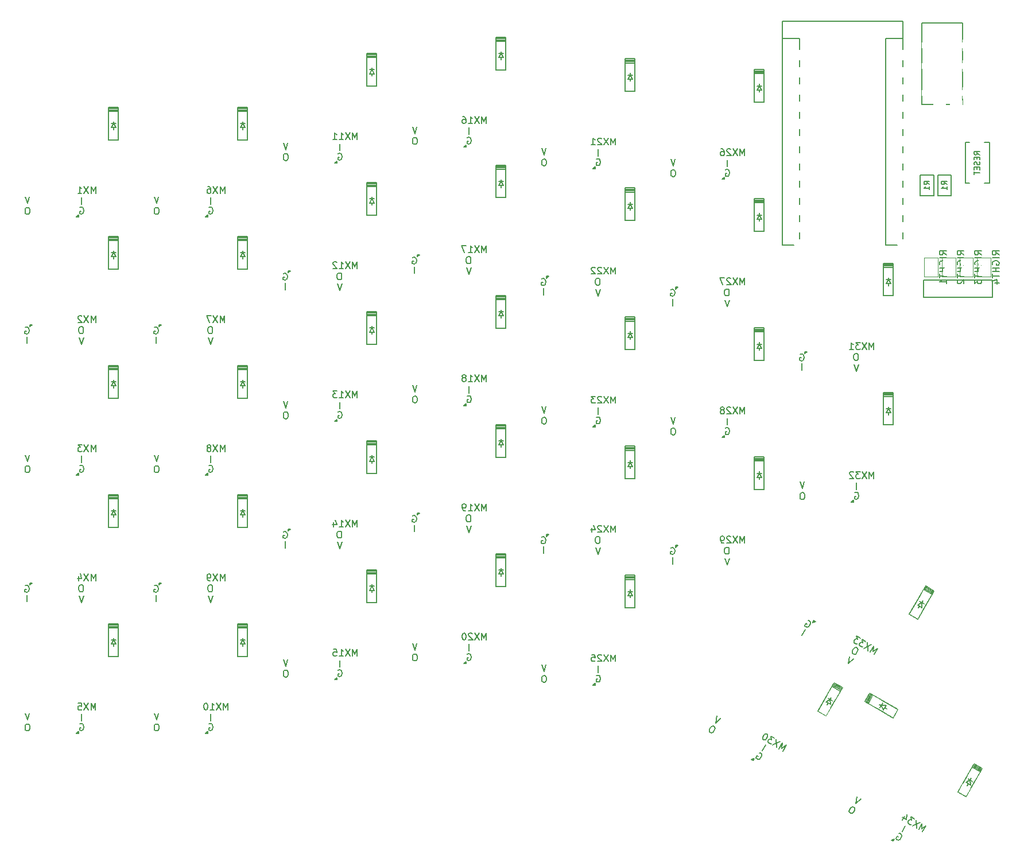
<source format=gbo>
G04 #@! TF.GenerationSoftware,KiCad,Pcbnew,(5.1.5)-3*
G04 #@! TF.CreationDate,2020-12-01T17:42:55-06:00*
G04 #@! TF.ProjectId,ZodiarkSplit,5a6f6469-6172-46b5-9370-6c69742e6b69,rev?*
G04 #@! TF.SameCoordinates,Original*
G04 #@! TF.FileFunction,Legend,Bot*
G04 #@! TF.FilePolarity,Positive*
%FSLAX46Y46*%
G04 Gerber Fmt 4.6, Leading zero omitted, Abs format (unit mm)*
G04 Created by KiCad (PCBNEW (5.1.5)-3) date 2020-12-01 17:42:55*
%MOMM*%
%LPD*%
G04 APERTURE LIST*
%ADD10C,0.150000*%
%ADD11C,0.120000*%
%ADD12C,0.200000*%
%ADD13C,3.602000*%
%ADD14C,0.100000*%
%ADD15R,1.902000X0.922000*%
%ADD16C,3.502000*%
%ADD17C,1.852000*%
%ADD18C,4.089800*%
%ADD19O,1.802000X2.602000*%
%ADD20C,1.302000*%
%ADD21R,1.302000X1.302000*%
%ADD22C,1.626000*%
%ADD23C,2.102000*%
%ADD24C,1.499000*%
%ADD25R,1.626000X1.626000*%
G04 APERTURE END LIST*
D10*
X143329403Y-156197070D02*
X143589211Y-156347070D01*
X143589211Y-156347070D02*
X143739211Y-156087263D01*
X143739211Y-156087263D02*
X143329403Y-156197070D01*
X163966903Y-168103320D02*
X164226711Y-168253320D01*
X164226711Y-168253320D02*
X164376711Y-167993513D01*
X164376711Y-167993513D02*
X163966903Y-168103320D01*
X139001250Y-108736250D02*
X139301250Y-108736250D01*
X139301250Y-108736250D02*
X139301250Y-108436250D01*
X139301250Y-108436250D02*
X139001250Y-108736250D01*
X158051250Y-118261250D02*
X158351250Y-118261250D01*
X158351250Y-118261250D02*
X158351250Y-117961250D01*
X158351250Y-117961250D02*
X158051250Y-118261250D01*
X139001250Y-70636250D02*
X139301250Y-70636250D01*
X139301250Y-70636250D02*
X139301250Y-70336250D01*
X139301250Y-70336250D02*
X139001250Y-70636250D01*
X119951250Y-145248750D02*
X120251250Y-145248750D01*
X120251250Y-145248750D02*
X120251250Y-144948750D01*
X120251250Y-144948750D02*
X119951250Y-145248750D01*
X152739347Y-135902930D02*
X152479539Y-135752930D01*
X152479539Y-135752930D02*
X152329539Y-136012737D01*
X152329539Y-136012737D02*
X152739347Y-135902930D01*
X119951250Y-107148750D02*
X120251250Y-107148750D01*
X120251250Y-107148750D02*
X120251250Y-106848750D01*
X120251250Y-106848750D02*
X119951250Y-107148750D01*
X151511250Y-96051250D02*
X151211250Y-96051250D01*
X151211250Y-96051250D02*
X151211250Y-96351250D01*
X151211250Y-96351250D02*
X151511250Y-96051250D01*
X119951250Y-69048750D02*
X120251250Y-69048750D01*
X120251250Y-69048750D02*
X120251250Y-68748750D01*
X120251250Y-68748750D02*
X119951250Y-69048750D01*
X100901250Y-142073750D02*
X101201250Y-142073750D01*
X101201250Y-142073750D02*
X101201250Y-141773750D01*
X101201250Y-141773750D02*
X100901250Y-142073750D01*
X132461250Y-124626250D02*
X132161250Y-124626250D01*
X132161250Y-124626250D02*
X132161250Y-124926250D01*
X132161250Y-124926250D02*
X132461250Y-124626250D01*
X100901250Y-104017500D02*
X101201250Y-104017500D01*
X101201250Y-104017500D02*
X101201250Y-103717500D01*
X101201250Y-103717500D02*
X100901250Y-104017500D01*
X132461250Y-86526250D02*
X132161250Y-86526250D01*
X132161250Y-86526250D02*
X132161250Y-86826250D01*
X132161250Y-86826250D02*
X132461250Y-86526250D01*
X100901250Y-65873750D02*
X101201250Y-65873750D01*
X101201250Y-65873750D02*
X101201250Y-65573750D01*
X101201250Y-65573750D02*
X100901250Y-65873750D01*
X81851250Y-144455000D02*
X82151250Y-144455000D01*
X82151250Y-144455000D02*
X82151250Y-144155000D01*
X82151250Y-144155000D02*
X81851250Y-144455000D01*
X113411250Y-123038750D02*
X113111250Y-123038750D01*
X113111250Y-123038750D02*
X113111250Y-123338750D01*
X113111250Y-123338750D02*
X113411250Y-123038750D01*
X81851250Y-106355000D02*
X82151250Y-106355000D01*
X82151250Y-106355000D02*
X82151250Y-106055000D01*
X82151250Y-106055000D02*
X81851250Y-106355000D01*
X113411250Y-84938750D02*
X113111250Y-84938750D01*
X113111250Y-84938750D02*
X113111250Y-85238750D01*
X113111250Y-85238750D02*
X113411250Y-84938750D01*
X81851250Y-68255000D02*
X82151250Y-68255000D01*
X82151250Y-68255000D02*
X82151250Y-67955000D01*
X82151250Y-67955000D02*
X81851250Y-68255000D01*
X62801250Y-152392500D02*
X63101250Y-152392500D01*
X63101250Y-152392500D02*
X63101250Y-152092500D01*
X63101250Y-152092500D02*
X62801250Y-152392500D01*
X94361250Y-119863750D02*
X94061250Y-119863750D01*
X94061250Y-119863750D02*
X94061250Y-120163750D01*
X94061250Y-120163750D02*
X94361250Y-119863750D01*
X62801250Y-114292500D02*
X63101250Y-114292500D01*
X63101250Y-114292500D02*
X63101250Y-113992500D01*
X63101250Y-113992500D02*
X62801250Y-114292500D01*
X94361250Y-81763750D02*
X94061250Y-81763750D01*
X94061250Y-81763750D02*
X94061250Y-82063750D01*
X94061250Y-82063750D02*
X94361250Y-81763750D01*
X62801250Y-76192500D02*
X63101250Y-76192500D01*
X63101250Y-76192500D02*
X63101250Y-75892500D01*
X63101250Y-75892500D02*
X62801250Y-76192500D01*
X43751250Y-152392500D02*
X44051250Y-152392500D01*
X44051250Y-152392500D02*
X44051250Y-152092500D01*
X44051250Y-152092500D02*
X43751250Y-152392500D01*
X75311250Y-122245000D02*
X75011250Y-122245000D01*
X75011250Y-122245000D02*
X75011250Y-122545000D01*
X75011250Y-122545000D02*
X75311250Y-122245000D01*
X43751250Y-114292500D02*
X44051250Y-114292500D01*
X44051250Y-114292500D02*
X44051250Y-113992500D01*
X44051250Y-113992500D02*
X43751250Y-114292500D01*
X75311250Y-84145000D02*
X75011250Y-84145000D01*
X75011250Y-84145000D02*
X75011250Y-84445000D01*
X75011250Y-84445000D02*
X75311250Y-84145000D01*
X43751250Y-76192500D02*
X44051250Y-76192500D01*
X44051250Y-76192500D02*
X44051250Y-75892500D01*
X44051250Y-75892500D02*
X43751250Y-76192500D01*
X56261250Y-130182500D02*
X55961250Y-130182500D01*
X55961250Y-130182500D02*
X55961250Y-130482500D01*
X55961250Y-130482500D02*
X56261250Y-130182500D01*
X37211250Y-130182500D02*
X36911250Y-130182500D01*
X36911250Y-130182500D02*
X36911250Y-130482500D01*
X36911250Y-130482500D02*
X37211250Y-130182500D01*
X56261250Y-92082500D02*
X55961250Y-92082500D01*
X55961250Y-92082500D02*
X55961250Y-92382500D01*
X55961250Y-92382500D02*
X56261250Y-92082500D01*
X37211250Y-92082500D02*
X36911250Y-92082500D01*
X36911250Y-92082500D02*
X36911250Y-92382500D01*
X36911250Y-92382500D02*
X37211250Y-92082500D01*
X168450000Y-47600000D02*
X174450000Y-47600000D01*
X174450000Y-47600000D02*
X174450000Y-59600000D01*
X174450000Y-59600000D02*
X168450000Y-59600000D01*
X168450000Y-59600000D02*
X168450000Y-47600000D01*
D11*
X178600000Y-85000000D02*
X178600000Y-82200000D01*
X178600000Y-82200000D02*
X176600000Y-82200000D01*
X176600000Y-82200000D02*
X176600000Y-85000000D01*
X176600000Y-85000000D02*
X178600000Y-85000000D01*
X176000000Y-85000000D02*
X176000000Y-82200000D01*
X176000000Y-82200000D02*
X174000000Y-82200000D01*
X174000000Y-82200000D02*
X174000000Y-85000000D01*
X174000000Y-85000000D02*
X176000000Y-85000000D01*
X173400000Y-85000000D02*
X173400000Y-82200000D01*
X173400000Y-82200000D02*
X171400000Y-82200000D01*
X171400000Y-82200000D02*
X171400000Y-85000000D01*
X171400000Y-85000000D02*
X173400000Y-85000000D01*
X170800000Y-85000000D02*
X170800000Y-82200000D01*
X170800000Y-82200000D02*
X168800000Y-82200000D01*
X168800000Y-82200000D02*
X168800000Y-85000000D01*
X168800000Y-85000000D02*
X170800000Y-85000000D01*
D12*
X173762532Y-161012403D02*
X174974968Y-161712403D01*
X176162532Y-156855481D02*
X173762532Y-161012403D01*
X175862532Y-157375097D02*
X177074968Y-158075097D01*
X175568750Y-159283942D02*
X175718750Y-159024135D01*
X176062532Y-157028686D02*
X177274968Y-157728686D01*
X175268750Y-159803558D02*
X175118750Y-160063365D01*
X176162532Y-156855481D02*
X177374968Y-157555481D01*
X174965641Y-159628558D02*
X175615160Y-160003558D01*
X175962532Y-157201892D02*
X177174968Y-157901892D01*
X175265641Y-159108942D02*
X175915160Y-159483942D01*
X175615160Y-160003558D02*
X175568750Y-159283942D01*
X175568750Y-159283942D02*
X174965641Y-159628558D01*
X177374968Y-157555481D02*
X174974968Y-161712403D01*
X164187403Y-150087468D02*
X164887403Y-148875032D01*
X160030481Y-147687468D02*
X164187403Y-150087468D01*
X160550097Y-147987468D02*
X161250097Y-146775032D01*
X162458942Y-148281250D02*
X162199135Y-148131250D01*
X160203686Y-147787468D02*
X160903686Y-146575032D01*
X162978558Y-148581250D02*
X163238365Y-148731250D01*
X160030481Y-147687468D02*
X160730481Y-146475032D01*
X162803558Y-148884359D02*
X163178558Y-148234840D01*
X160376892Y-147887468D02*
X161076892Y-146675032D01*
X162283942Y-148584359D02*
X162658942Y-147934840D01*
X163178558Y-148234840D02*
X162458942Y-148281250D01*
X162458942Y-148281250D02*
X162803558Y-148884359D01*
X160730481Y-146475032D02*
X164887403Y-148875032D01*
X166618782Y-134818653D02*
X167831218Y-135518653D01*
X169018782Y-130661731D02*
X166618782Y-134818653D01*
X168718782Y-131181347D02*
X169931218Y-131881347D01*
X168425000Y-133090192D02*
X168575000Y-132830385D01*
X168918782Y-130834936D02*
X170131218Y-131534936D01*
X168125000Y-133609808D02*
X167975000Y-133869615D01*
X169018782Y-130661731D02*
X170231218Y-131361731D01*
X167821891Y-133434808D02*
X168471410Y-133809808D01*
X168818782Y-131008142D02*
X170031218Y-131708142D01*
X168121891Y-132915192D02*
X168771410Y-133290192D01*
X168471410Y-133809808D02*
X168425000Y-133090192D01*
X168425000Y-133090192D02*
X167821891Y-133434808D01*
X170231218Y-131361731D02*
X167831218Y-135518653D01*
X162812500Y-106875000D02*
X164212500Y-106875000D01*
X162812500Y-102075000D02*
X162812500Y-106875000D01*
X162812500Y-102675000D02*
X164212500Y-102675000D01*
X163512500Y-104475000D02*
X163512500Y-104175000D01*
X162812500Y-102275000D02*
X164212500Y-102275000D01*
X163512500Y-105075000D02*
X163512500Y-105375000D01*
X162812500Y-102075000D02*
X164212500Y-102075000D01*
X163162500Y-105075000D02*
X163912500Y-105075000D01*
X162812500Y-102475000D02*
X164212500Y-102475000D01*
X163162500Y-104475000D02*
X163912500Y-104475000D01*
X163912500Y-105075000D02*
X163512500Y-104475000D01*
X163512500Y-104475000D02*
X163162500Y-105075000D01*
X164212500Y-102075000D02*
X164212500Y-106875000D01*
X162812500Y-87825000D02*
X164212500Y-87825000D01*
X162812500Y-83025000D02*
X162812500Y-87825000D01*
X162812500Y-83625000D02*
X164212500Y-83625000D01*
X163512500Y-85425000D02*
X163512500Y-85125000D01*
X162812500Y-83225000D02*
X164212500Y-83225000D01*
X163512500Y-86025000D02*
X163512500Y-86325000D01*
X162812500Y-83025000D02*
X164212500Y-83025000D01*
X163162500Y-86025000D02*
X163912500Y-86025000D01*
X162812500Y-83425000D02*
X164212500Y-83425000D01*
X163162500Y-85425000D02*
X163912500Y-85425000D01*
X163912500Y-86025000D02*
X163512500Y-85425000D01*
X163512500Y-85425000D02*
X163162500Y-86025000D01*
X164212500Y-83025000D02*
X164212500Y-87825000D01*
X153125032Y-149106153D02*
X154337468Y-149806153D01*
X155525032Y-144949231D02*
X153125032Y-149106153D01*
X155225032Y-145468847D02*
X156437468Y-146168847D01*
X154931250Y-147377692D02*
X155081250Y-147117885D01*
X155425032Y-145122436D02*
X156637468Y-145822436D01*
X154631250Y-147897308D02*
X154481250Y-148157115D01*
X155525032Y-144949231D02*
X156737468Y-145649231D01*
X154328141Y-147722308D02*
X154977660Y-148097308D01*
X155325032Y-145295642D02*
X156537468Y-145995642D01*
X154628141Y-147202692D02*
X155277660Y-147577692D01*
X154977660Y-148097308D02*
X154931250Y-147377692D01*
X154931250Y-147377692D02*
X154328141Y-147722308D01*
X156737468Y-145649231D02*
X154337468Y-149806153D01*
X143762500Y-116400000D02*
X145162500Y-116400000D01*
X143762500Y-111600000D02*
X143762500Y-116400000D01*
X143762500Y-112200000D02*
X145162500Y-112200000D01*
X144462500Y-114000000D02*
X144462500Y-113700000D01*
X143762500Y-111800000D02*
X145162500Y-111800000D01*
X144462500Y-114600000D02*
X144462500Y-114900000D01*
X143762500Y-111600000D02*
X145162500Y-111600000D01*
X144112500Y-114600000D02*
X144862500Y-114600000D01*
X143762500Y-112000000D02*
X145162500Y-112000000D01*
X144112500Y-114000000D02*
X144862500Y-114000000D01*
X144862500Y-114600000D02*
X144462500Y-114000000D01*
X144462500Y-114000000D02*
X144112500Y-114600000D01*
X145162500Y-111600000D02*
X145162500Y-116400000D01*
X143762500Y-97350000D02*
X145162500Y-97350000D01*
X143762500Y-92550000D02*
X143762500Y-97350000D01*
X143762500Y-93150000D02*
X145162500Y-93150000D01*
X144462500Y-94950000D02*
X144462500Y-94650000D01*
X143762500Y-92750000D02*
X145162500Y-92750000D01*
X144462500Y-95550000D02*
X144462500Y-95850000D01*
X143762500Y-92550000D02*
X145162500Y-92550000D01*
X144112500Y-95550000D02*
X144862500Y-95550000D01*
X143762500Y-92950000D02*
X145162500Y-92950000D01*
X144112500Y-94950000D02*
X144862500Y-94950000D01*
X144862500Y-95550000D02*
X144462500Y-94950000D01*
X144462500Y-94950000D02*
X144112500Y-95550000D01*
X145162500Y-92550000D02*
X145162500Y-97350000D01*
X143762500Y-78300000D02*
X145162500Y-78300000D01*
X143762500Y-73500000D02*
X143762500Y-78300000D01*
X143762500Y-74100000D02*
X145162500Y-74100000D01*
X144462500Y-75900000D02*
X144462500Y-75600000D01*
X143762500Y-73700000D02*
X145162500Y-73700000D01*
X144462500Y-76500000D02*
X144462500Y-76800000D01*
X143762500Y-73500000D02*
X145162500Y-73500000D01*
X144112500Y-76500000D02*
X144862500Y-76500000D01*
X143762500Y-73900000D02*
X145162500Y-73900000D01*
X144112500Y-75900000D02*
X144862500Y-75900000D01*
X144862500Y-76500000D02*
X144462500Y-75900000D01*
X144462500Y-75900000D02*
X144112500Y-76500000D01*
X145162500Y-73500000D02*
X145162500Y-78300000D01*
X143762500Y-59250000D02*
X145162500Y-59250000D01*
X143762500Y-54450000D02*
X143762500Y-59250000D01*
X143762500Y-55050000D02*
X145162500Y-55050000D01*
X144462500Y-56850000D02*
X144462500Y-56550000D01*
X143762500Y-54650000D02*
X145162500Y-54650000D01*
X144462500Y-57450000D02*
X144462500Y-57750000D01*
X143762500Y-54450000D02*
X145162500Y-54450000D01*
X144112500Y-57450000D02*
X144862500Y-57450000D01*
X143762500Y-54850000D02*
X145162500Y-54850000D01*
X144112500Y-56850000D02*
X144862500Y-56850000D01*
X144862500Y-57450000D02*
X144462500Y-56850000D01*
X144462500Y-56850000D02*
X144112500Y-57450000D01*
X145162500Y-54450000D02*
X145162500Y-59250000D01*
X124712500Y-133862500D02*
X126112500Y-133862500D01*
X124712500Y-129062500D02*
X124712500Y-133862500D01*
X124712500Y-129662500D02*
X126112500Y-129662500D01*
X125412500Y-131462500D02*
X125412500Y-131162500D01*
X124712500Y-129262500D02*
X126112500Y-129262500D01*
X125412500Y-132062500D02*
X125412500Y-132362500D01*
X124712500Y-129062500D02*
X126112500Y-129062500D01*
X125062500Y-132062500D02*
X125812500Y-132062500D01*
X124712500Y-129462500D02*
X126112500Y-129462500D01*
X125062500Y-131462500D02*
X125812500Y-131462500D01*
X125812500Y-132062500D02*
X125412500Y-131462500D01*
X125412500Y-131462500D02*
X125062500Y-132062500D01*
X126112500Y-129062500D02*
X126112500Y-133862500D01*
X124712500Y-114812500D02*
X126112500Y-114812500D01*
X124712500Y-110012500D02*
X124712500Y-114812500D01*
X124712500Y-110612500D02*
X126112500Y-110612500D01*
X125412500Y-112412500D02*
X125412500Y-112112500D01*
X124712500Y-110212500D02*
X126112500Y-110212500D01*
X125412500Y-113012500D02*
X125412500Y-113312500D01*
X124712500Y-110012500D02*
X126112500Y-110012500D01*
X125062500Y-113012500D02*
X125812500Y-113012500D01*
X124712500Y-110412500D02*
X126112500Y-110412500D01*
X125062500Y-112412500D02*
X125812500Y-112412500D01*
X125812500Y-113012500D02*
X125412500Y-112412500D01*
X125412500Y-112412500D02*
X125062500Y-113012500D01*
X126112500Y-110012500D02*
X126112500Y-114812500D01*
X124712500Y-95762500D02*
X126112500Y-95762500D01*
X124712500Y-90962500D02*
X124712500Y-95762500D01*
X124712500Y-91562500D02*
X126112500Y-91562500D01*
X125412500Y-93362500D02*
X125412500Y-93062500D01*
X124712500Y-91162500D02*
X126112500Y-91162500D01*
X125412500Y-93962500D02*
X125412500Y-94262500D01*
X124712500Y-90962500D02*
X126112500Y-90962500D01*
X125062500Y-93962500D02*
X125812500Y-93962500D01*
X124712500Y-91362500D02*
X126112500Y-91362500D01*
X125062500Y-93362500D02*
X125812500Y-93362500D01*
X125812500Y-93962500D02*
X125412500Y-93362500D01*
X125412500Y-93362500D02*
X125062500Y-93962500D01*
X126112500Y-90962500D02*
X126112500Y-95762500D01*
X124712500Y-76712500D02*
X126112500Y-76712500D01*
X124712500Y-71912500D02*
X124712500Y-76712500D01*
X124712500Y-72512500D02*
X126112500Y-72512500D01*
X125412500Y-74312500D02*
X125412500Y-74012500D01*
X124712500Y-72112500D02*
X126112500Y-72112500D01*
X125412500Y-74912500D02*
X125412500Y-75212500D01*
X124712500Y-71912500D02*
X126112500Y-71912500D01*
X125062500Y-74912500D02*
X125812500Y-74912500D01*
X124712500Y-72312500D02*
X126112500Y-72312500D01*
X125062500Y-74312500D02*
X125812500Y-74312500D01*
X125812500Y-74912500D02*
X125412500Y-74312500D01*
X125412500Y-74312500D02*
X125062500Y-74912500D01*
X126112500Y-71912500D02*
X126112500Y-76712500D01*
X124712500Y-57662500D02*
X126112500Y-57662500D01*
X124712500Y-52862500D02*
X124712500Y-57662500D01*
X124712500Y-53462500D02*
X126112500Y-53462500D01*
X125412500Y-55262500D02*
X125412500Y-54962500D01*
X124712500Y-53062500D02*
X126112500Y-53062500D01*
X125412500Y-55862500D02*
X125412500Y-56162500D01*
X124712500Y-52862500D02*
X126112500Y-52862500D01*
X125062500Y-55862500D02*
X125812500Y-55862500D01*
X124712500Y-53262500D02*
X126112500Y-53262500D01*
X125062500Y-55262500D02*
X125812500Y-55262500D01*
X125812500Y-55862500D02*
X125412500Y-55262500D01*
X125412500Y-55262500D02*
X125062500Y-55862500D01*
X126112500Y-52862500D02*
X126112500Y-57662500D01*
X105662500Y-130687500D02*
X107062500Y-130687500D01*
X105662500Y-125887500D02*
X105662500Y-130687500D01*
X105662500Y-126487500D02*
X107062500Y-126487500D01*
X106362500Y-128287500D02*
X106362500Y-127987500D01*
X105662500Y-126087500D02*
X107062500Y-126087500D01*
X106362500Y-128887500D02*
X106362500Y-129187500D01*
X105662500Y-125887500D02*
X107062500Y-125887500D01*
X106012500Y-128887500D02*
X106762500Y-128887500D01*
X105662500Y-126287500D02*
X107062500Y-126287500D01*
X106012500Y-128287500D02*
X106762500Y-128287500D01*
X106762500Y-128887500D02*
X106362500Y-128287500D01*
X106362500Y-128287500D02*
X106012500Y-128887500D01*
X107062500Y-125887500D02*
X107062500Y-130687500D01*
X105662500Y-111637500D02*
X107062500Y-111637500D01*
X105662500Y-106837500D02*
X105662500Y-111637500D01*
X105662500Y-107437500D02*
X107062500Y-107437500D01*
X106362500Y-109237500D02*
X106362500Y-108937500D01*
X105662500Y-107037500D02*
X107062500Y-107037500D01*
X106362500Y-109837500D02*
X106362500Y-110137500D01*
X105662500Y-106837500D02*
X107062500Y-106837500D01*
X106012500Y-109837500D02*
X106762500Y-109837500D01*
X105662500Y-107237500D02*
X107062500Y-107237500D01*
X106012500Y-109237500D02*
X106762500Y-109237500D01*
X106762500Y-109837500D02*
X106362500Y-109237500D01*
X106362500Y-109237500D02*
X106012500Y-109837500D01*
X107062500Y-106837500D02*
X107062500Y-111637500D01*
X105662500Y-92587500D02*
X107062500Y-92587500D01*
X105662500Y-87787500D02*
X105662500Y-92587500D01*
X105662500Y-88387500D02*
X107062500Y-88387500D01*
X106362500Y-90187500D02*
X106362500Y-89887500D01*
X105662500Y-87987500D02*
X107062500Y-87987500D01*
X106362500Y-90787500D02*
X106362500Y-91087500D01*
X105662500Y-87787500D02*
X107062500Y-87787500D01*
X106012500Y-90787500D02*
X106762500Y-90787500D01*
X105662500Y-88187500D02*
X107062500Y-88187500D01*
X106012500Y-90187500D02*
X106762500Y-90187500D01*
X106762500Y-90787500D02*
X106362500Y-90187500D01*
X106362500Y-90187500D02*
X106012500Y-90787500D01*
X107062500Y-87787500D02*
X107062500Y-92587500D01*
X105662500Y-73350000D02*
X107062500Y-73350000D01*
X105662500Y-68550000D02*
X105662500Y-73350000D01*
X105662500Y-69150000D02*
X107062500Y-69150000D01*
X106362500Y-70950000D02*
X106362500Y-70650000D01*
X105662500Y-68750000D02*
X107062500Y-68750000D01*
X106362500Y-71550000D02*
X106362500Y-71850000D01*
X105662500Y-68550000D02*
X107062500Y-68550000D01*
X106012500Y-71550000D02*
X106762500Y-71550000D01*
X105662500Y-68950000D02*
X107062500Y-68950000D01*
X106012500Y-70950000D02*
X106762500Y-70950000D01*
X106762500Y-71550000D02*
X106362500Y-70950000D01*
X106362500Y-70950000D02*
X106012500Y-71550000D01*
X107062500Y-68550000D02*
X107062500Y-73350000D01*
X105662500Y-54487500D02*
X107062500Y-54487500D01*
X105662500Y-49687500D02*
X105662500Y-54487500D01*
X105662500Y-50287500D02*
X107062500Y-50287500D01*
X106362500Y-52087500D02*
X106362500Y-51787500D01*
X105662500Y-49887500D02*
X107062500Y-49887500D01*
X106362500Y-52687500D02*
X106362500Y-52987500D01*
X105662500Y-49687500D02*
X107062500Y-49687500D01*
X106012500Y-52687500D02*
X106762500Y-52687500D01*
X105662500Y-50087500D02*
X107062500Y-50087500D01*
X106012500Y-52087500D02*
X106762500Y-52087500D01*
X106762500Y-52687500D02*
X106362500Y-52087500D01*
X106362500Y-52087500D02*
X106012500Y-52687500D01*
X107062500Y-49687500D02*
X107062500Y-54487500D01*
X86612500Y-133068750D02*
X88012500Y-133068750D01*
X86612500Y-128268750D02*
X86612500Y-133068750D01*
X86612500Y-128868750D02*
X88012500Y-128868750D01*
X87312500Y-130668750D02*
X87312500Y-130368750D01*
X86612500Y-128468750D02*
X88012500Y-128468750D01*
X87312500Y-131268750D02*
X87312500Y-131568750D01*
X86612500Y-128268750D02*
X88012500Y-128268750D01*
X86962500Y-131268750D02*
X87712500Y-131268750D01*
X86612500Y-128668750D02*
X88012500Y-128668750D01*
X86962500Y-130668750D02*
X87712500Y-130668750D01*
X87712500Y-131268750D02*
X87312500Y-130668750D01*
X87312500Y-130668750D02*
X86962500Y-131268750D01*
X88012500Y-128268750D02*
X88012500Y-133068750D01*
X86612500Y-114018750D02*
X88012500Y-114018750D01*
X86612500Y-109218750D02*
X86612500Y-114018750D01*
X86612500Y-109818750D02*
X88012500Y-109818750D01*
X87312500Y-111618750D02*
X87312500Y-111318750D01*
X86612500Y-109418750D02*
X88012500Y-109418750D01*
X87312500Y-112218750D02*
X87312500Y-112518750D01*
X86612500Y-109218750D02*
X88012500Y-109218750D01*
X86962500Y-112218750D02*
X87712500Y-112218750D01*
X86612500Y-109618750D02*
X88012500Y-109618750D01*
X86962500Y-111618750D02*
X87712500Y-111618750D01*
X87712500Y-112218750D02*
X87312500Y-111618750D01*
X87312500Y-111618750D02*
X86962500Y-112218750D01*
X88012500Y-109218750D02*
X88012500Y-114018750D01*
X86612500Y-94968750D02*
X88012500Y-94968750D01*
X86612500Y-90168750D02*
X86612500Y-94968750D01*
X86612500Y-90768750D02*
X88012500Y-90768750D01*
X87312500Y-92568750D02*
X87312500Y-92268750D01*
X86612500Y-90368750D02*
X88012500Y-90368750D01*
X87312500Y-93168750D02*
X87312500Y-93468750D01*
X86612500Y-90168750D02*
X88012500Y-90168750D01*
X86962500Y-93168750D02*
X87712500Y-93168750D01*
X86612500Y-90568750D02*
X88012500Y-90568750D01*
X86962500Y-92568750D02*
X87712500Y-92568750D01*
X87712500Y-93168750D02*
X87312500Y-92568750D01*
X87312500Y-92568750D02*
X86962500Y-93168750D01*
X88012500Y-90168750D02*
X88012500Y-94968750D01*
X86612500Y-75918750D02*
X88012500Y-75918750D01*
X86612500Y-71118750D02*
X86612500Y-75918750D01*
X86612500Y-71718750D02*
X88012500Y-71718750D01*
X87312500Y-73518750D02*
X87312500Y-73218750D01*
X86612500Y-71318750D02*
X88012500Y-71318750D01*
X87312500Y-74118750D02*
X87312500Y-74418750D01*
X86612500Y-71118750D02*
X88012500Y-71118750D01*
X86962500Y-74118750D02*
X87712500Y-74118750D01*
X86612500Y-71518750D02*
X88012500Y-71518750D01*
X86962500Y-73518750D02*
X87712500Y-73518750D01*
X87712500Y-74118750D02*
X87312500Y-73518750D01*
X87312500Y-73518750D02*
X86962500Y-74118750D01*
X88012500Y-71118750D02*
X88012500Y-75918750D01*
X86612500Y-56868750D02*
X88012500Y-56868750D01*
X86612500Y-52068750D02*
X86612500Y-56868750D01*
X86612500Y-52668750D02*
X88012500Y-52668750D01*
X87312500Y-54468750D02*
X87312500Y-54168750D01*
X86612500Y-52268750D02*
X88012500Y-52268750D01*
X87312500Y-55068750D02*
X87312500Y-55368750D01*
X86612500Y-52068750D02*
X88012500Y-52068750D01*
X86962500Y-55068750D02*
X87712500Y-55068750D01*
X86612500Y-52468750D02*
X88012500Y-52468750D01*
X86962500Y-54468750D02*
X87712500Y-54468750D01*
X87712500Y-55068750D02*
X87312500Y-54468750D01*
X87312500Y-54468750D02*
X86962500Y-55068750D01*
X88012500Y-52068750D02*
X88012500Y-56868750D01*
X67562500Y-141006250D02*
X68962500Y-141006250D01*
X67562500Y-136206250D02*
X67562500Y-141006250D01*
X67562500Y-136806250D02*
X68962500Y-136806250D01*
X68262500Y-138606250D02*
X68262500Y-138306250D01*
X67562500Y-136406250D02*
X68962500Y-136406250D01*
X68262500Y-139206250D02*
X68262500Y-139506250D01*
X67562500Y-136206250D02*
X68962500Y-136206250D01*
X67912500Y-139206250D02*
X68662500Y-139206250D01*
X67562500Y-136606250D02*
X68962500Y-136606250D01*
X67912500Y-138606250D02*
X68662500Y-138606250D01*
X68662500Y-139206250D02*
X68262500Y-138606250D01*
X68262500Y-138606250D02*
X67912500Y-139206250D01*
X68962500Y-136206250D02*
X68962500Y-141006250D01*
X67562500Y-121956250D02*
X68962500Y-121956250D01*
X67562500Y-117156250D02*
X67562500Y-121956250D01*
X67562500Y-117756250D02*
X68962500Y-117756250D01*
X68262500Y-119556250D02*
X68262500Y-119256250D01*
X67562500Y-117356250D02*
X68962500Y-117356250D01*
X68262500Y-120156250D02*
X68262500Y-120456250D01*
X67562500Y-117156250D02*
X68962500Y-117156250D01*
X67912500Y-120156250D02*
X68662500Y-120156250D01*
X67562500Y-117556250D02*
X68962500Y-117556250D01*
X67912500Y-119556250D02*
X68662500Y-119556250D01*
X68662500Y-120156250D02*
X68262500Y-119556250D01*
X68262500Y-119556250D02*
X67912500Y-120156250D01*
X68962500Y-117156250D02*
X68962500Y-121956250D01*
X67562500Y-102906250D02*
X68962500Y-102906250D01*
X67562500Y-98106250D02*
X67562500Y-102906250D01*
X67562500Y-98706250D02*
X68962500Y-98706250D01*
X68262500Y-100506250D02*
X68262500Y-100206250D01*
X67562500Y-98306250D02*
X68962500Y-98306250D01*
X68262500Y-101106250D02*
X68262500Y-101406250D01*
X67562500Y-98106250D02*
X68962500Y-98106250D01*
X67912500Y-101106250D02*
X68662500Y-101106250D01*
X67562500Y-98506250D02*
X68962500Y-98506250D01*
X67912500Y-100506250D02*
X68662500Y-100506250D01*
X68662500Y-101106250D02*
X68262500Y-100506250D01*
X68262500Y-100506250D02*
X67912500Y-101106250D01*
X68962500Y-98106250D02*
X68962500Y-102906250D01*
X67562500Y-83856250D02*
X68962500Y-83856250D01*
X67562500Y-79056250D02*
X67562500Y-83856250D01*
X67562500Y-79656250D02*
X68962500Y-79656250D01*
X68262500Y-81456250D02*
X68262500Y-81156250D01*
X67562500Y-79256250D02*
X68962500Y-79256250D01*
X68262500Y-82056250D02*
X68262500Y-82356250D01*
X67562500Y-79056250D02*
X68962500Y-79056250D01*
X67912500Y-82056250D02*
X68662500Y-82056250D01*
X67562500Y-79456250D02*
X68962500Y-79456250D01*
X67912500Y-81456250D02*
X68662500Y-81456250D01*
X68662500Y-82056250D02*
X68262500Y-81456250D01*
X68262500Y-81456250D02*
X67912500Y-82056250D01*
X68962500Y-79056250D02*
X68962500Y-83856250D01*
X67562500Y-64806250D02*
X68962500Y-64806250D01*
X67562500Y-60006250D02*
X67562500Y-64806250D01*
X67562500Y-60606250D02*
X68962500Y-60606250D01*
X68262500Y-62406250D02*
X68262500Y-62106250D01*
X67562500Y-60206250D02*
X68962500Y-60206250D01*
X68262500Y-63006250D02*
X68262500Y-63306250D01*
X67562500Y-60006250D02*
X68962500Y-60006250D01*
X67912500Y-63006250D02*
X68662500Y-63006250D01*
X67562500Y-60406250D02*
X68962500Y-60406250D01*
X67912500Y-62406250D02*
X68662500Y-62406250D01*
X68662500Y-63006250D02*
X68262500Y-62406250D01*
X68262500Y-62406250D02*
X67912500Y-63006250D01*
X68962500Y-60006250D02*
X68962500Y-64806250D01*
X48512500Y-141006250D02*
X49912500Y-141006250D01*
X48512500Y-136206250D02*
X48512500Y-141006250D01*
X48512500Y-136806250D02*
X49912500Y-136806250D01*
X49212500Y-138606250D02*
X49212500Y-138306250D01*
X48512500Y-136406250D02*
X49912500Y-136406250D01*
X49212500Y-139206250D02*
X49212500Y-139506250D01*
X48512500Y-136206250D02*
X49912500Y-136206250D01*
X48862500Y-139206250D02*
X49612500Y-139206250D01*
X48512500Y-136606250D02*
X49912500Y-136606250D01*
X48862500Y-138606250D02*
X49612500Y-138606250D01*
X49612500Y-139206250D02*
X49212500Y-138606250D01*
X49212500Y-138606250D02*
X48862500Y-139206250D01*
X49912500Y-136206250D02*
X49912500Y-141006250D01*
X48512500Y-121956250D02*
X49912500Y-121956250D01*
X48512500Y-117156250D02*
X48512500Y-121956250D01*
X48512500Y-117756250D02*
X49912500Y-117756250D01*
X49212500Y-119556250D02*
X49212500Y-119256250D01*
X48512500Y-117356250D02*
X49912500Y-117356250D01*
X49212500Y-120156250D02*
X49212500Y-120456250D01*
X48512500Y-117156250D02*
X49912500Y-117156250D01*
X48862500Y-120156250D02*
X49612500Y-120156250D01*
X48512500Y-117556250D02*
X49912500Y-117556250D01*
X48862500Y-119556250D02*
X49612500Y-119556250D01*
X49612500Y-120156250D02*
X49212500Y-119556250D01*
X49212500Y-119556250D02*
X48862500Y-120156250D01*
X49912500Y-117156250D02*
X49912500Y-121956250D01*
X48512500Y-102906250D02*
X49912500Y-102906250D01*
X48512500Y-98106250D02*
X48512500Y-102906250D01*
X48512500Y-98706250D02*
X49912500Y-98706250D01*
X49212500Y-100506250D02*
X49212500Y-100206250D01*
X48512500Y-98306250D02*
X49912500Y-98306250D01*
X49212500Y-101106250D02*
X49212500Y-101406250D01*
X48512500Y-98106250D02*
X49912500Y-98106250D01*
X48862500Y-101106250D02*
X49612500Y-101106250D01*
X48512500Y-98506250D02*
X49912500Y-98506250D01*
X48862500Y-100506250D02*
X49612500Y-100506250D01*
X49612500Y-101106250D02*
X49212500Y-100506250D01*
X49212500Y-100506250D02*
X48862500Y-101106250D01*
X49912500Y-98106250D02*
X49912500Y-102906250D01*
X48512500Y-83856250D02*
X49912500Y-83856250D01*
X48512500Y-79056250D02*
X48512500Y-83856250D01*
X48512500Y-79656250D02*
X49912500Y-79656250D01*
X49212500Y-81456250D02*
X49212500Y-81156250D01*
X48512500Y-79256250D02*
X49912500Y-79256250D01*
X49212500Y-82056250D02*
X49212500Y-82356250D01*
X48512500Y-79056250D02*
X49912500Y-79056250D01*
X48862500Y-82056250D02*
X49612500Y-82056250D01*
X48512500Y-79456250D02*
X49912500Y-79456250D01*
X48862500Y-81456250D02*
X49612500Y-81456250D01*
X49612500Y-82056250D02*
X49212500Y-81456250D01*
X49212500Y-81456250D02*
X48862500Y-82056250D01*
X49912500Y-79056250D02*
X49912500Y-83856250D01*
X48512500Y-64806250D02*
X49912500Y-64806250D01*
X48512500Y-60006250D02*
X48512500Y-64806250D01*
X48512500Y-60606250D02*
X49912500Y-60606250D01*
X49212500Y-62406250D02*
X49212500Y-62106250D01*
X48512500Y-60206250D02*
X49912500Y-60206250D01*
X49212500Y-63006250D02*
X49212500Y-63306250D01*
X48512500Y-60006250D02*
X49912500Y-60006250D01*
X48862500Y-63006250D02*
X49612500Y-63006250D01*
X48512500Y-60406250D02*
X49912500Y-60406250D01*
X48862500Y-62406250D02*
X49612500Y-62406250D01*
X49612500Y-63006250D02*
X49212500Y-62406250D01*
X49212500Y-62406250D02*
X48862500Y-63006250D01*
X49912500Y-60006250D02*
X49912500Y-64806250D01*
D10*
X147866250Y-47301250D02*
X165646250Y-47301250D01*
X165646250Y-47301250D02*
X165646250Y-80321250D01*
X147866250Y-80321250D02*
X147866250Y-47301250D01*
X163106250Y-49841250D02*
X165646250Y-49841250D01*
X165646250Y-49841250D02*
X165646250Y-80321250D01*
X165646250Y-80321250D02*
X163106250Y-80321250D01*
X163106250Y-80321250D02*
X163106250Y-49841250D01*
X147866250Y-49841250D02*
X150406250Y-49841250D01*
X150406250Y-49841250D02*
X150406250Y-80321250D01*
X150406250Y-80321250D02*
X147866250Y-80321250D01*
X147866250Y-80321250D02*
X147866250Y-49841250D01*
X178400000Y-65200000D02*
X177700000Y-65200000D01*
X174900000Y-65200000D02*
X175500000Y-65200000D01*
X174900000Y-71200000D02*
X175500000Y-71200000D01*
X178400000Y-71200000D02*
X177700000Y-71200000D01*
X174900000Y-71200000D02*
X174900000Y-65200000D01*
X178400000Y-65200000D02*
X178400000Y-71200000D01*
X178400000Y-65200000D02*
X178400000Y-71100000D01*
X170200000Y-73040000D02*
X168200000Y-73040000D01*
X170200000Y-70040000D02*
X170200000Y-73040000D01*
X168200000Y-70040000D02*
X170200000Y-70040000D01*
X168200000Y-73040000D02*
X168200000Y-70040000D01*
X172800000Y-73040000D02*
X170800000Y-73040000D01*
X172800000Y-70040000D02*
X172800000Y-73040000D01*
X170800000Y-70040000D02*
X172800000Y-70040000D01*
X170800000Y-73040000D02*
X170800000Y-70040000D01*
X178870000Y-85530000D02*
X178870000Y-88070000D01*
X168710000Y-85530000D02*
X178870000Y-85530000D01*
X168710000Y-88070000D02*
X168710000Y-85530000D01*
X178870000Y-88070000D02*
X168710000Y-88070000D01*
X144460765Y-155233681D02*
X144567053Y-155240061D01*
X144690771Y-155311490D01*
X144790680Y-155424158D01*
X144825539Y-155554255D01*
X144819160Y-155660543D01*
X144765161Y-155849310D01*
X144693732Y-155973028D01*
X144557255Y-156114176D01*
X144468396Y-156172845D01*
X144338299Y-156207704D01*
X144190771Y-156177515D01*
X144108293Y-156129896D01*
X144008384Y-156017228D01*
X143990955Y-155952179D01*
X144157621Y-155663504D01*
X144322578Y-155758742D01*
X144890411Y-154953324D02*
X145390411Y-154087298D01*
X137849327Y-151419316D02*
X137684369Y-151324077D01*
X137578081Y-151317698D01*
X137447984Y-151352557D01*
X137311506Y-151493705D01*
X137144840Y-151782380D01*
X137090841Y-151971147D01*
X137125700Y-152101244D01*
X137184369Y-152190103D01*
X137349327Y-152285341D01*
X137455615Y-152291721D01*
X137585712Y-152256861D01*
X137722190Y-152115713D01*
X137888856Y-151827038D01*
X137942855Y-151638272D01*
X137907996Y-151508174D01*
X137849327Y-151419316D01*
X138829543Y-150137722D02*
X138040868Y-150837081D01*
X138252193Y-149804389D01*
X165098265Y-167139931D02*
X165204553Y-167146311D01*
X165328271Y-167217740D01*
X165428180Y-167330408D01*
X165463039Y-167460505D01*
X165456660Y-167566793D01*
X165402661Y-167755560D01*
X165331232Y-167879278D01*
X165194755Y-168020426D01*
X165105896Y-168079095D01*
X164975799Y-168113954D01*
X164828271Y-168083765D01*
X164745793Y-168036146D01*
X164645884Y-167923478D01*
X164628455Y-167858429D01*
X164795121Y-167569754D01*
X164960078Y-167664992D01*
X165527911Y-166859574D02*
X166027911Y-165993548D01*
X158486827Y-163325566D02*
X158321869Y-163230327D01*
X158215581Y-163223948D01*
X158085484Y-163258807D01*
X157949006Y-163399955D01*
X157782340Y-163688630D01*
X157728341Y-163877397D01*
X157763200Y-164007494D01*
X157821869Y-164096353D01*
X157986827Y-164191591D01*
X158093115Y-164197971D01*
X158223212Y-164163111D01*
X158359690Y-164021963D01*
X158526356Y-163733288D01*
X158580355Y-163544522D01*
X158545496Y-163414424D01*
X158486827Y-163325566D01*
X159467043Y-162043972D02*
X158678368Y-162743331D01*
X158889693Y-161710639D01*
X139499345Y-107336250D02*
X139594583Y-107288630D01*
X139737440Y-107288630D01*
X139880297Y-107336250D01*
X139975535Y-107431488D01*
X140023154Y-107526726D01*
X140070773Y-107717202D01*
X140070773Y-107860059D01*
X140023154Y-108050535D01*
X139975535Y-108145773D01*
X139880297Y-108241011D01*
X139737440Y-108288630D01*
X139642202Y-108288630D01*
X139499345Y-108241011D01*
X139451726Y-108193392D01*
X139451726Y-107860059D01*
X139642202Y-107860059D01*
X139731250Y-106878630D02*
X139731250Y-105878630D01*
X131866488Y-107338630D02*
X131676011Y-107338630D01*
X131580773Y-107386250D01*
X131485535Y-107481488D01*
X131437916Y-107671964D01*
X131437916Y-108005297D01*
X131485535Y-108195773D01*
X131580773Y-108291011D01*
X131676011Y-108338630D01*
X131866488Y-108338630D01*
X131961726Y-108291011D01*
X132056964Y-108195773D01*
X132104583Y-108005297D01*
X132104583Y-107671964D01*
X132056964Y-107481488D01*
X131961726Y-107386250D01*
X131866488Y-107338630D01*
X132074583Y-105738630D02*
X131741250Y-106738630D01*
X131407916Y-105738630D01*
X158549345Y-116861250D02*
X158644583Y-116813630D01*
X158787440Y-116813630D01*
X158930297Y-116861250D01*
X159025535Y-116956488D01*
X159073154Y-117051726D01*
X159120773Y-117242202D01*
X159120773Y-117385059D01*
X159073154Y-117575535D01*
X159025535Y-117670773D01*
X158930297Y-117766011D01*
X158787440Y-117813630D01*
X158692202Y-117813630D01*
X158549345Y-117766011D01*
X158501726Y-117718392D01*
X158501726Y-117385059D01*
X158692202Y-117385059D01*
X158781250Y-116403630D02*
X158781250Y-115403630D01*
X150916488Y-116863630D02*
X150726011Y-116863630D01*
X150630773Y-116911250D01*
X150535535Y-117006488D01*
X150487916Y-117196964D01*
X150487916Y-117530297D01*
X150535535Y-117720773D01*
X150630773Y-117816011D01*
X150726011Y-117863630D01*
X150916488Y-117863630D01*
X151011726Y-117816011D01*
X151106964Y-117720773D01*
X151154583Y-117530297D01*
X151154583Y-117196964D01*
X151106964Y-117006488D01*
X151011726Y-116911250D01*
X150916488Y-116863630D01*
X151124583Y-115263630D02*
X150791250Y-116263630D01*
X150457916Y-115263630D01*
X139499345Y-69236250D02*
X139594583Y-69188630D01*
X139737440Y-69188630D01*
X139880297Y-69236250D01*
X139975535Y-69331488D01*
X140023154Y-69426726D01*
X140070773Y-69617202D01*
X140070773Y-69760059D01*
X140023154Y-69950535D01*
X139975535Y-70045773D01*
X139880297Y-70141011D01*
X139737440Y-70188630D01*
X139642202Y-70188630D01*
X139499345Y-70141011D01*
X139451726Y-70093392D01*
X139451726Y-69760059D01*
X139642202Y-69760059D01*
X139731250Y-68778630D02*
X139731250Y-67778630D01*
X131866488Y-69238630D02*
X131676011Y-69238630D01*
X131580773Y-69286250D01*
X131485535Y-69381488D01*
X131437916Y-69571964D01*
X131437916Y-69905297D01*
X131485535Y-70095773D01*
X131580773Y-70191011D01*
X131676011Y-70238630D01*
X131866488Y-70238630D01*
X131961726Y-70191011D01*
X132056964Y-70095773D01*
X132104583Y-69905297D01*
X132104583Y-69571964D01*
X132056964Y-69381488D01*
X131961726Y-69286250D01*
X131866488Y-69238630D01*
X132074583Y-67638630D02*
X131741250Y-68638630D01*
X131407916Y-67638630D01*
X120449345Y-143848750D02*
X120544583Y-143801130D01*
X120687440Y-143801130D01*
X120830297Y-143848750D01*
X120925535Y-143943988D01*
X120973154Y-144039226D01*
X121020773Y-144229702D01*
X121020773Y-144372559D01*
X120973154Y-144563035D01*
X120925535Y-144658273D01*
X120830297Y-144753511D01*
X120687440Y-144801130D01*
X120592202Y-144801130D01*
X120449345Y-144753511D01*
X120401726Y-144705892D01*
X120401726Y-144372559D01*
X120592202Y-144372559D01*
X120681250Y-143391130D02*
X120681250Y-142391130D01*
X112816488Y-143851130D02*
X112626011Y-143851130D01*
X112530773Y-143898750D01*
X112435535Y-143993988D01*
X112387916Y-144184464D01*
X112387916Y-144517797D01*
X112435535Y-144708273D01*
X112530773Y-144803511D01*
X112626011Y-144851130D01*
X112816488Y-144851130D01*
X112911726Y-144803511D01*
X113006964Y-144708273D01*
X113054583Y-144517797D01*
X113054583Y-144184464D01*
X113006964Y-143993988D01*
X112911726Y-143898750D01*
X112816488Y-143851130D01*
X113024583Y-142251130D02*
X112691250Y-143251130D01*
X112357916Y-142251130D01*
X151654351Y-135738387D02*
X151760639Y-135744767D01*
X151884357Y-135816196D01*
X151984266Y-135928864D01*
X152019125Y-136058961D01*
X152012746Y-136165249D01*
X151958747Y-136354016D01*
X151887318Y-136477734D01*
X151750841Y-136618882D01*
X151661982Y-136677551D01*
X151531885Y-136712410D01*
X151384357Y-136682221D01*
X151301879Y-136634602D01*
X151201970Y-136521934D01*
X151184541Y-136456885D01*
X151351207Y-136168210D01*
X151516164Y-136263448D01*
X150725957Y-137930222D02*
X151225957Y-137064196D01*
X158931999Y-139827418D02*
X158767041Y-139732179D01*
X158660753Y-139725800D01*
X158530656Y-139760659D01*
X158394178Y-139901807D01*
X158227512Y-140190482D01*
X158173513Y-140379249D01*
X158208372Y-140509346D01*
X158267041Y-140598205D01*
X158431999Y-140693443D01*
X158538287Y-140699823D01*
X158668384Y-140664963D01*
X158804862Y-140523815D01*
X158971528Y-140235140D01*
X159025527Y-140046374D01*
X158990668Y-139916276D01*
X158931999Y-139827418D01*
X158364175Y-141347106D02*
X157575500Y-142046465D01*
X157786825Y-141013773D01*
X120449345Y-105748750D02*
X120544583Y-105701130D01*
X120687440Y-105701130D01*
X120830297Y-105748750D01*
X120925535Y-105843988D01*
X120973154Y-105939226D01*
X121020773Y-106129702D01*
X121020773Y-106272559D01*
X120973154Y-106463035D01*
X120925535Y-106558273D01*
X120830297Y-106653511D01*
X120687440Y-106701130D01*
X120592202Y-106701130D01*
X120449345Y-106653511D01*
X120401726Y-106605892D01*
X120401726Y-106272559D01*
X120592202Y-106272559D01*
X120681250Y-105291130D02*
X120681250Y-104291130D01*
X112816488Y-105751130D02*
X112626011Y-105751130D01*
X112530773Y-105798750D01*
X112435535Y-105893988D01*
X112387916Y-106084464D01*
X112387916Y-106417797D01*
X112435535Y-106608273D01*
X112530773Y-106703511D01*
X112626011Y-106751130D01*
X112816488Y-106751130D01*
X112911726Y-106703511D01*
X113006964Y-106608273D01*
X113054583Y-106417797D01*
X113054583Y-106084464D01*
X113006964Y-105893988D01*
X112911726Y-105798750D01*
X112816488Y-105751130D01*
X113024583Y-104151130D02*
X112691250Y-105151130D01*
X112357916Y-104151130D01*
X150489345Y-96451250D02*
X150584583Y-96403630D01*
X150727440Y-96403630D01*
X150870297Y-96451250D01*
X150965535Y-96546488D01*
X151013154Y-96641726D01*
X151060773Y-96832202D01*
X151060773Y-96975059D01*
X151013154Y-97165535D01*
X150965535Y-97260773D01*
X150870297Y-97356011D01*
X150727440Y-97403630D01*
X150632202Y-97403630D01*
X150489345Y-97356011D01*
X150441726Y-97308392D01*
X150441726Y-96975059D01*
X150632202Y-96975059D01*
X150781250Y-98813630D02*
X150781250Y-97813630D01*
X158836488Y-96353630D02*
X158646011Y-96353630D01*
X158550773Y-96401250D01*
X158455535Y-96496488D01*
X158407916Y-96686964D01*
X158407916Y-97020297D01*
X158455535Y-97210773D01*
X158550773Y-97306011D01*
X158646011Y-97353630D01*
X158836488Y-97353630D01*
X158931726Y-97306011D01*
X159026964Y-97210773D01*
X159074583Y-97020297D01*
X159074583Y-96686964D01*
X159026964Y-96496488D01*
X158931726Y-96401250D01*
X158836488Y-96353630D01*
X159104583Y-97953630D02*
X158771250Y-98953630D01*
X158437916Y-97953630D01*
X120449345Y-67648750D02*
X120544583Y-67601130D01*
X120687440Y-67601130D01*
X120830297Y-67648750D01*
X120925535Y-67743988D01*
X120973154Y-67839226D01*
X121020773Y-68029702D01*
X121020773Y-68172559D01*
X120973154Y-68363035D01*
X120925535Y-68458273D01*
X120830297Y-68553511D01*
X120687440Y-68601130D01*
X120592202Y-68601130D01*
X120449345Y-68553511D01*
X120401726Y-68505892D01*
X120401726Y-68172559D01*
X120592202Y-68172559D01*
X120681250Y-67191130D02*
X120681250Y-66191130D01*
X112816488Y-67651130D02*
X112626011Y-67651130D01*
X112530773Y-67698750D01*
X112435535Y-67793988D01*
X112387916Y-67984464D01*
X112387916Y-68317797D01*
X112435535Y-68508273D01*
X112530773Y-68603511D01*
X112626011Y-68651130D01*
X112816488Y-68651130D01*
X112911726Y-68603511D01*
X113006964Y-68508273D01*
X113054583Y-68317797D01*
X113054583Y-67984464D01*
X113006964Y-67793988D01*
X112911726Y-67698750D01*
X112816488Y-67651130D01*
X113024583Y-66051130D02*
X112691250Y-67051130D01*
X112357916Y-66051130D01*
X101399345Y-140673750D02*
X101494583Y-140626130D01*
X101637440Y-140626130D01*
X101780297Y-140673750D01*
X101875535Y-140768988D01*
X101923154Y-140864226D01*
X101970773Y-141054702D01*
X101970773Y-141197559D01*
X101923154Y-141388035D01*
X101875535Y-141483273D01*
X101780297Y-141578511D01*
X101637440Y-141626130D01*
X101542202Y-141626130D01*
X101399345Y-141578511D01*
X101351726Y-141530892D01*
X101351726Y-141197559D01*
X101542202Y-141197559D01*
X101631250Y-140216130D02*
X101631250Y-139216130D01*
X93766488Y-140676130D02*
X93576011Y-140676130D01*
X93480773Y-140723750D01*
X93385535Y-140818988D01*
X93337916Y-141009464D01*
X93337916Y-141342797D01*
X93385535Y-141533273D01*
X93480773Y-141628511D01*
X93576011Y-141676130D01*
X93766488Y-141676130D01*
X93861726Y-141628511D01*
X93956964Y-141533273D01*
X94004583Y-141342797D01*
X94004583Y-141009464D01*
X93956964Y-140818988D01*
X93861726Y-140723750D01*
X93766488Y-140676130D01*
X93974583Y-139076130D02*
X93641250Y-140076130D01*
X93307916Y-139076130D01*
X131439345Y-125026250D02*
X131534583Y-124978630D01*
X131677440Y-124978630D01*
X131820297Y-125026250D01*
X131915535Y-125121488D01*
X131963154Y-125216726D01*
X132010773Y-125407202D01*
X132010773Y-125550059D01*
X131963154Y-125740535D01*
X131915535Y-125835773D01*
X131820297Y-125931011D01*
X131677440Y-125978630D01*
X131582202Y-125978630D01*
X131439345Y-125931011D01*
X131391726Y-125883392D01*
X131391726Y-125550059D01*
X131582202Y-125550059D01*
X131731250Y-127388630D02*
X131731250Y-126388630D01*
X139786488Y-124928630D02*
X139596011Y-124928630D01*
X139500773Y-124976250D01*
X139405535Y-125071488D01*
X139357916Y-125261964D01*
X139357916Y-125595297D01*
X139405535Y-125785773D01*
X139500773Y-125881011D01*
X139596011Y-125928630D01*
X139786488Y-125928630D01*
X139881726Y-125881011D01*
X139976964Y-125785773D01*
X140024583Y-125595297D01*
X140024583Y-125261964D01*
X139976964Y-125071488D01*
X139881726Y-124976250D01*
X139786488Y-124928630D01*
X140054583Y-126528630D02*
X139721250Y-127528630D01*
X139387916Y-126528630D01*
X101399345Y-102617500D02*
X101494583Y-102569880D01*
X101637440Y-102569880D01*
X101780297Y-102617500D01*
X101875535Y-102712738D01*
X101923154Y-102807976D01*
X101970773Y-102998452D01*
X101970773Y-103141309D01*
X101923154Y-103331785D01*
X101875535Y-103427023D01*
X101780297Y-103522261D01*
X101637440Y-103569880D01*
X101542202Y-103569880D01*
X101399345Y-103522261D01*
X101351726Y-103474642D01*
X101351726Y-103141309D01*
X101542202Y-103141309D01*
X101631250Y-102159880D02*
X101631250Y-101159880D01*
X93766488Y-102619880D02*
X93576011Y-102619880D01*
X93480773Y-102667500D01*
X93385535Y-102762738D01*
X93337916Y-102953214D01*
X93337916Y-103286547D01*
X93385535Y-103477023D01*
X93480773Y-103572261D01*
X93576011Y-103619880D01*
X93766488Y-103619880D01*
X93861726Y-103572261D01*
X93956964Y-103477023D01*
X94004583Y-103286547D01*
X94004583Y-102953214D01*
X93956964Y-102762738D01*
X93861726Y-102667500D01*
X93766488Y-102619880D01*
X93974583Y-101019880D02*
X93641250Y-102019880D01*
X93307916Y-101019880D01*
X131439345Y-86926250D02*
X131534583Y-86878630D01*
X131677440Y-86878630D01*
X131820297Y-86926250D01*
X131915535Y-87021488D01*
X131963154Y-87116726D01*
X132010773Y-87307202D01*
X132010773Y-87450059D01*
X131963154Y-87640535D01*
X131915535Y-87735773D01*
X131820297Y-87831011D01*
X131677440Y-87878630D01*
X131582202Y-87878630D01*
X131439345Y-87831011D01*
X131391726Y-87783392D01*
X131391726Y-87450059D01*
X131582202Y-87450059D01*
X131731250Y-89288630D02*
X131731250Y-88288630D01*
X139786488Y-86828630D02*
X139596011Y-86828630D01*
X139500773Y-86876250D01*
X139405535Y-86971488D01*
X139357916Y-87161964D01*
X139357916Y-87495297D01*
X139405535Y-87685773D01*
X139500773Y-87781011D01*
X139596011Y-87828630D01*
X139786488Y-87828630D01*
X139881726Y-87781011D01*
X139976964Y-87685773D01*
X140024583Y-87495297D01*
X140024583Y-87161964D01*
X139976964Y-86971488D01*
X139881726Y-86876250D01*
X139786488Y-86828630D01*
X140054583Y-88428630D02*
X139721250Y-89428630D01*
X139387916Y-88428630D01*
X101399345Y-64473750D02*
X101494583Y-64426130D01*
X101637440Y-64426130D01*
X101780297Y-64473750D01*
X101875535Y-64568988D01*
X101923154Y-64664226D01*
X101970773Y-64854702D01*
X101970773Y-64997559D01*
X101923154Y-65188035D01*
X101875535Y-65283273D01*
X101780297Y-65378511D01*
X101637440Y-65426130D01*
X101542202Y-65426130D01*
X101399345Y-65378511D01*
X101351726Y-65330892D01*
X101351726Y-64997559D01*
X101542202Y-64997559D01*
X101631250Y-64016130D02*
X101631250Y-63016130D01*
X93766488Y-64476130D02*
X93576011Y-64476130D01*
X93480773Y-64523750D01*
X93385535Y-64618988D01*
X93337916Y-64809464D01*
X93337916Y-65142797D01*
X93385535Y-65333273D01*
X93480773Y-65428511D01*
X93576011Y-65476130D01*
X93766488Y-65476130D01*
X93861726Y-65428511D01*
X93956964Y-65333273D01*
X94004583Y-65142797D01*
X94004583Y-64809464D01*
X93956964Y-64618988D01*
X93861726Y-64523750D01*
X93766488Y-64476130D01*
X93974583Y-62876130D02*
X93641250Y-63876130D01*
X93307916Y-62876130D01*
X82349345Y-143055000D02*
X82444583Y-143007380D01*
X82587440Y-143007380D01*
X82730297Y-143055000D01*
X82825535Y-143150238D01*
X82873154Y-143245476D01*
X82920773Y-143435952D01*
X82920773Y-143578809D01*
X82873154Y-143769285D01*
X82825535Y-143864523D01*
X82730297Y-143959761D01*
X82587440Y-144007380D01*
X82492202Y-144007380D01*
X82349345Y-143959761D01*
X82301726Y-143912142D01*
X82301726Y-143578809D01*
X82492202Y-143578809D01*
X82581250Y-142597380D02*
X82581250Y-141597380D01*
X74716488Y-143057380D02*
X74526011Y-143057380D01*
X74430773Y-143105000D01*
X74335535Y-143200238D01*
X74287916Y-143390714D01*
X74287916Y-143724047D01*
X74335535Y-143914523D01*
X74430773Y-144009761D01*
X74526011Y-144057380D01*
X74716488Y-144057380D01*
X74811726Y-144009761D01*
X74906964Y-143914523D01*
X74954583Y-143724047D01*
X74954583Y-143390714D01*
X74906964Y-143200238D01*
X74811726Y-143105000D01*
X74716488Y-143057380D01*
X74924583Y-141457380D02*
X74591250Y-142457380D01*
X74257916Y-141457380D01*
X112389345Y-123438750D02*
X112484583Y-123391130D01*
X112627440Y-123391130D01*
X112770297Y-123438750D01*
X112865535Y-123533988D01*
X112913154Y-123629226D01*
X112960773Y-123819702D01*
X112960773Y-123962559D01*
X112913154Y-124153035D01*
X112865535Y-124248273D01*
X112770297Y-124343511D01*
X112627440Y-124391130D01*
X112532202Y-124391130D01*
X112389345Y-124343511D01*
X112341726Y-124295892D01*
X112341726Y-123962559D01*
X112532202Y-123962559D01*
X112681250Y-125801130D02*
X112681250Y-124801130D01*
X120736488Y-123341130D02*
X120546011Y-123341130D01*
X120450773Y-123388750D01*
X120355535Y-123483988D01*
X120307916Y-123674464D01*
X120307916Y-124007797D01*
X120355535Y-124198273D01*
X120450773Y-124293511D01*
X120546011Y-124341130D01*
X120736488Y-124341130D01*
X120831726Y-124293511D01*
X120926964Y-124198273D01*
X120974583Y-124007797D01*
X120974583Y-123674464D01*
X120926964Y-123483988D01*
X120831726Y-123388750D01*
X120736488Y-123341130D01*
X121004583Y-124941130D02*
X120671250Y-125941130D01*
X120337916Y-124941130D01*
X82349345Y-104955000D02*
X82444583Y-104907380D01*
X82587440Y-104907380D01*
X82730297Y-104955000D01*
X82825535Y-105050238D01*
X82873154Y-105145476D01*
X82920773Y-105335952D01*
X82920773Y-105478809D01*
X82873154Y-105669285D01*
X82825535Y-105764523D01*
X82730297Y-105859761D01*
X82587440Y-105907380D01*
X82492202Y-105907380D01*
X82349345Y-105859761D01*
X82301726Y-105812142D01*
X82301726Y-105478809D01*
X82492202Y-105478809D01*
X82581250Y-104497380D02*
X82581250Y-103497380D01*
X74716488Y-104957380D02*
X74526011Y-104957380D01*
X74430773Y-105005000D01*
X74335535Y-105100238D01*
X74287916Y-105290714D01*
X74287916Y-105624047D01*
X74335535Y-105814523D01*
X74430773Y-105909761D01*
X74526011Y-105957380D01*
X74716488Y-105957380D01*
X74811726Y-105909761D01*
X74906964Y-105814523D01*
X74954583Y-105624047D01*
X74954583Y-105290714D01*
X74906964Y-105100238D01*
X74811726Y-105005000D01*
X74716488Y-104957380D01*
X74924583Y-103357380D02*
X74591250Y-104357380D01*
X74257916Y-103357380D01*
X112389345Y-85338750D02*
X112484583Y-85291130D01*
X112627440Y-85291130D01*
X112770297Y-85338750D01*
X112865535Y-85433988D01*
X112913154Y-85529226D01*
X112960773Y-85719702D01*
X112960773Y-85862559D01*
X112913154Y-86053035D01*
X112865535Y-86148273D01*
X112770297Y-86243511D01*
X112627440Y-86291130D01*
X112532202Y-86291130D01*
X112389345Y-86243511D01*
X112341726Y-86195892D01*
X112341726Y-85862559D01*
X112532202Y-85862559D01*
X112681250Y-87701130D02*
X112681250Y-86701130D01*
X120736488Y-85241130D02*
X120546011Y-85241130D01*
X120450773Y-85288750D01*
X120355535Y-85383988D01*
X120307916Y-85574464D01*
X120307916Y-85907797D01*
X120355535Y-86098273D01*
X120450773Y-86193511D01*
X120546011Y-86241130D01*
X120736488Y-86241130D01*
X120831726Y-86193511D01*
X120926964Y-86098273D01*
X120974583Y-85907797D01*
X120974583Y-85574464D01*
X120926964Y-85383988D01*
X120831726Y-85288750D01*
X120736488Y-85241130D01*
X121004583Y-86841130D02*
X120671250Y-87841130D01*
X120337916Y-86841130D01*
X82349345Y-66855000D02*
X82444583Y-66807380D01*
X82587440Y-66807380D01*
X82730297Y-66855000D01*
X82825535Y-66950238D01*
X82873154Y-67045476D01*
X82920773Y-67235952D01*
X82920773Y-67378809D01*
X82873154Y-67569285D01*
X82825535Y-67664523D01*
X82730297Y-67759761D01*
X82587440Y-67807380D01*
X82492202Y-67807380D01*
X82349345Y-67759761D01*
X82301726Y-67712142D01*
X82301726Y-67378809D01*
X82492202Y-67378809D01*
X82581250Y-66397380D02*
X82581250Y-65397380D01*
X74716488Y-66857380D02*
X74526011Y-66857380D01*
X74430773Y-66905000D01*
X74335535Y-67000238D01*
X74287916Y-67190714D01*
X74287916Y-67524047D01*
X74335535Y-67714523D01*
X74430773Y-67809761D01*
X74526011Y-67857380D01*
X74716488Y-67857380D01*
X74811726Y-67809761D01*
X74906964Y-67714523D01*
X74954583Y-67524047D01*
X74954583Y-67190714D01*
X74906964Y-67000238D01*
X74811726Y-66905000D01*
X74716488Y-66857380D01*
X74924583Y-65257380D02*
X74591250Y-66257380D01*
X74257916Y-65257380D01*
X63299345Y-150992500D02*
X63394583Y-150944880D01*
X63537440Y-150944880D01*
X63680297Y-150992500D01*
X63775535Y-151087738D01*
X63823154Y-151182976D01*
X63870773Y-151373452D01*
X63870773Y-151516309D01*
X63823154Y-151706785D01*
X63775535Y-151802023D01*
X63680297Y-151897261D01*
X63537440Y-151944880D01*
X63442202Y-151944880D01*
X63299345Y-151897261D01*
X63251726Y-151849642D01*
X63251726Y-151516309D01*
X63442202Y-151516309D01*
X63531250Y-150534880D02*
X63531250Y-149534880D01*
X55666488Y-150994880D02*
X55476011Y-150994880D01*
X55380773Y-151042500D01*
X55285535Y-151137738D01*
X55237916Y-151328214D01*
X55237916Y-151661547D01*
X55285535Y-151852023D01*
X55380773Y-151947261D01*
X55476011Y-151994880D01*
X55666488Y-151994880D01*
X55761726Y-151947261D01*
X55856964Y-151852023D01*
X55904583Y-151661547D01*
X55904583Y-151328214D01*
X55856964Y-151137738D01*
X55761726Y-151042500D01*
X55666488Y-150994880D01*
X55874583Y-149394880D02*
X55541250Y-150394880D01*
X55207916Y-149394880D01*
X93339345Y-120263750D02*
X93434583Y-120216130D01*
X93577440Y-120216130D01*
X93720297Y-120263750D01*
X93815535Y-120358988D01*
X93863154Y-120454226D01*
X93910773Y-120644702D01*
X93910773Y-120787559D01*
X93863154Y-120978035D01*
X93815535Y-121073273D01*
X93720297Y-121168511D01*
X93577440Y-121216130D01*
X93482202Y-121216130D01*
X93339345Y-121168511D01*
X93291726Y-121120892D01*
X93291726Y-120787559D01*
X93482202Y-120787559D01*
X93631250Y-122626130D02*
X93631250Y-121626130D01*
X101686488Y-120166130D02*
X101496011Y-120166130D01*
X101400773Y-120213750D01*
X101305535Y-120308988D01*
X101257916Y-120499464D01*
X101257916Y-120832797D01*
X101305535Y-121023273D01*
X101400773Y-121118511D01*
X101496011Y-121166130D01*
X101686488Y-121166130D01*
X101781726Y-121118511D01*
X101876964Y-121023273D01*
X101924583Y-120832797D01*
X101924583Y-120499464D01*
X101876964Y-120308988D01*
X101781726Y-120213750D01*
X101686488Y-120166130D01*
X101954583Y-121766130D02*
X101621250Y-122766130D01*
X101287916Y-121766130D01*
X63299345Y-112892500D02*
X63394583Y-112844880D01*
X63537440Y-112844880D01*
X63680297Y-112892500D01*
X63775535Y-112987738D01*
X63823154Y-113082976D01*
X63870773Y-113273452D01*
X63870773Y-113416309D01*
X63823154Y-113606785D01*
X63775535Y-113702023D01*
X63680297Y-113797261D01*
X63537440Y-113844880D01*
X63442202Y-113844880D01*
X63299345Y-113797261D01*
X63251726Y-113749642D01*
X63251726Y-113416309D01*
X63442202Y-113416309D01*
X63531250Y-112434880D02*
X63531250Y-111434880D01*
X55666488Y-112894880D02*
X55476011Y-112894880D01*
X55380773Y-112942500D01*
X55285535Y-113037738D01*
X55237916Y-113228214D01*
X55237916Y-113561547D01*
X55285535Y-113752023D01*
X55380773Y-113847261D01*
X55476011Y-113894880D01*
X55666488Y-113894880D01*
X55761726Y-113847261D01*
X55856964Y-113752023D01*
X55904583Y-113561547D01*
X55904583Y-113228214D01*
X55856964Y-113037738D01*
X55761726Y-112942500D01*
X55666488Y-112894880D01*
X55874583Y-111294880D02*
X55541250Y-112294880D01*
X55207916Y-111294880D01*
X93339345Y-82163750D02*
X93434583Y-82116130D01*
X93577440Y-82116130D01*
X93720297Y-82163750D01*
X93815535Y-82258988D01*
X93863154Y-82354226D01*
X93910773Y-82544702D01*
X93910773Y-82687559D01*
X93863154Y-82878035D01*
X93815535Y-82973273D01*
X93720297Y-83068511D01*
X93577440Y-83116130D01*
X93482202Y-83116130D01*
X93339345Y-83068511D01*
X93291726Y-83020892D01*
X93291726Y-82687559D01*
X93482202Y-82687559D01*
X93631250Y-84526130D02*
X93631250Y-83526130D01*
X101686488Y-82066130D02*
X101496011Y-82066130D01*
X101400773Y-82113750D01*
X101305535Y-82208988D01*
X101257916Y-82399464D01*
X101257916Y-82732797D01*
X101305535Y-82923273D01*
X101400773Y-83018511D01*
X101496011Y-83066130D01*
X101686488Y-83066130D01*
X101781726Y-83018511D01*
X101876964Y-82923273D01*
X101924583Y-82732797D01*
X101924583Y-82399464D01*
X101876964Y-82208988D01*
X101781726Y-82113750D01*
X101686488Y-82066130D01*
X101954583Y-83666130D02*
X101621250Y-84666130D01*
X101287916Y-83666130D01*
X63299345Y-74792500D02*
X63394583Y-74744880D01*
X63537440Y-74744880D01*
X63680297Y-74792500D01*
X63775535Y-74887738D01*
X63823154Y-74982976D01*
X63870773Y-75173452D01*
X63870773Y-75316309D01*
X63823154Y-75506785D01*
X63775535Y-75602023D01*
X63680297Y-75697261D01*
X63537440Y-75744880D01*
X63442202Y-75744880D01*
X63299345Y-75697261D01*
X63251726Y-75649642D01*
X63251726Y-75316309D01*
X63442202Y-75316309D01*
X63531250Y-74334880D02*
X63531250Y-73334880D01*
X55666488Y-74794880D02*
X55476011Y-74794880D01*
X55380773Y-74842500D01*
X55285535Y-74937738D01*
X55237916Y-75128214D01*
X55237916Y-75461547D01*
X55285535Y-75652023D01*
X55380773Y-75747261D01*
X55476011Y-75794880D01*
X55666488Y-75794880D01*
X55761726Y-75747261D01*
X55856964Y-75652023D01*
X55904583Y-75461547D01*
X55904583Y-75128214D01*
X55856964Y-74937738D01*
X55761726Y-74842500D01*
X55666488Y-74794880D01*
X55874583Y-73194880D02*
X55541250Y-74194880D01*
X55207916Y-73194880D01*
X44249345Y-150992500D02*
X44344583Y-150944880D01*
X44487440Y-150944880D01*
X44630297Y-150992500D01*
X44725535Y-151087738D01*
X44773154Y-151182976D01*
X44820773Y-151373452D01*
X44820773Y-151516309D01*
X44773154Y-151706785D01*
X44725535Y-151802023D01*
X44630297Y-151897261D01*
X44487440Y-151944880D01*
X44392202Y-151944880D01*
X44249345Y-151897261D01*
X44201726Y-151849642D01*
X44201726Y-151516309D01*
X44392202Y-151516309D01*
X44481250Y-150534880D02*
X44481250Y-149534880D01*
X36616488Y-150994880D02*
X36426011Y-150994880D01*
X36330773Y-151042500D01*
X36235535Y-151137738D01*
X36187916Y-151328214D01*
X36187916Y-151661547D01*
X36235535Y-151852023D01*
X36330773Y-151947261D01*
X36426011Y-151994880D01*
X36616488Y-151994880D01*
X36711726Y-151947261D01*
X36806964Y-151852023D01*
X36854583Y-151661547D01*
X36854583Y-151328214D01*
X36806964Y-151137738D01*
X36711726Y-151042500D01*
X36616488Y-150994880D01*
X36824583Y-149394880D02*
X36491250Y-150394880D01*
X36157916Y-149394880D01*
X74289345Y-122645000D02*
X74384583Y-122597380D01*
X74527440Y-122597380D01*
X74670297Y-122645000D01*
X74765535Y-122740238D01*
X74813154Y-122835476D01*
X74860773Y-123025952D01*
X74860773Y-123168809D01*
X74813154Y-123359285D01*
X74765535Y-123454523D01*
X74670297Y-123549761D01*
X74527440Y-123597380D01*
X74432202Y-123597380D01*
X74289345Y-123549761D01*
X74241726Y-123502142D01*
X74241726Y-123168809D01*
X74432202Y-123168809D01*
X74581250Y-125007380D02*
X74581250Y-124007380D01*
X82636488Y-122547380D02*
X82446011Y-122547380D01*
X82350773Y-122595000D01*
X82255535Y-122690238D01*
X82207916Y-122880714D01*
X82207916Y-123214047D01*
X82255535Y-123404523D01*
X82350773Y-123499761D01*
X82446011Y-123547380D01*
X82636488Y-123547380D01*
X82731726Y-123499761D01*
X82826964Y-123404523D01*
X82874583Y-123214047D01*
X82874583Y-122880714D01*
X82826964Y-122690238D01*
X82731726Y-122595000D01*
X82636488Y-122547380D01*
X82904583Y-124147380D02*
X82571250Y-125147380D01*
X82237916Y-124147380D01*
X44249345Y-112892500D02*
X44344583Y-112844880D01*
X44487440Y-112844880D01*
X44630297Y-112892500D01*
X44725535Y-112987738D01*
X44773154Y-113082976D01*
X44820773Y-113273452D01*
X44820773Y-113416309D01*
X44773154Y-113606785D01*
X44725535Y-113702023D01*
X44630297Y-113797261D01*
X44487440Y-113844880D01*
X44392202Y-113844880D01*
X44249345Y-113797261D01*
X44201726Y-113749642D01*
X44201726Y-113416309D01*
X44392202Y-113416309D01*
X44481250Y-112434880D02*
X44481250Y-111434880D01*
X36616488Y-112894880D02*
X36426011Y-112894880D01*
X36330773Y-112942500D01*
X36235535Y-113037738D01*
X36187916Y-113228214D01*
X36187916Y-113561547D01*
X36235535Y-113752023D01*
X36330773Y-113847261D01*
X36426011Y-113894880D01*
X36616488Y-113894880D01*
X36711726Y-113847261D01*
X36806964Y-113752023D01*
X36854583Y-113561547D01*
X36854583Y-113228214D01*
X36806964Y-113037738D01*
X36711726Y-112942500D01*
X36616488Y-112894880D01*
X36824583Y-111294880D02*
X36491250Y-112294880D01*
X36157916Y-111294880D01*
X74289345Y-84545000D02*
X74384583Y-84497380D01*
X74527440Y-84497380D01*
X74670297Y-84545000D01*
X74765535Y-84640238D01*
X74813154Y-84735476D01*
X74860773Y-84925952D01*
X74860773Y-85068809D01*
X74813154Y-85259285D01*
X74765535Y-85354523D01*
X74670297Y-85449761D01*
X74527440Y-85497380D01*
X74432202Y-85497380D01*
X74289345Y-85449761D01*
X74241726Y-85402142D01*
X74241726Y-85068809D01*
X74432202Y-85068809D01*
X74581250Y-86907380D02*
X74581250Y-85907380D01*
X82636488Y-84447380D02*
X82446011Y-84447380D01*
X82350773Y-84495000D01*
X82255535Y-84590238D01*
X82207916Y-84780714D01*
X82207916Y-85114047D01*
X82255535Y-85304523D01*
X82350773Y-85399761D01*
X82446011Y-85447380D01*
X82636488Y-85447380D01*
X82731726Y-85399761D01*
X82826964Y-85304523D01*
X82874583Y-85114047D01*
X82874583Y-84780714D01*
X82826964Y-84590238D01*
X82731726Y-84495000D01*
X82636488Y-84447380D01*
X82904583Y-86047380D02*
X82571250Y-87047380D01*
X82237916Y-86047380D01*
X44249345Y-74792500D02*
X44344583Y-74744880D01*
X44487440Y-74744880D01*
X44630297Y-74792500D01*
X44725535Y-74887738D01*
X44773154Y-74982976D01*
X44820773Y-75173452D01*
X44820773Y-75316309D01*
X44773154Y-75506785D01*
X44725535Y-75602023D01*
X44630297Y-75697261D01*
X44487440Y-75744880D01*
X44392202Y-75744880D01*
X44249345Y-75697261D01*
X44201726Y-75649642D01*
X44201726Y-75316309D01*
X44392202Y-75316309D01*
X44481250Y-74334880D02*
X44481250Y-73334880D01*
X36616488Y-74794880D02*
X36426011Y-74794880D01*
X36330773Y-74842500D01*
X36235535Y-74937738D01*
X36187916Y-75128214D01*
X36187916Y-75461547D01*
X36235535Y-75652023D01*
X36330773Y-75747261D01*
X36426011Y-75794880D01*
X36616488Y-75794880D01*
X36711726Y-75747261D01*
X36806964Y-75652023D01*
X36854583Y-75461547D01*
X36854583Y-75128214D01*
X36806964Y-74937738D01*
X36711726Y-74842500D01*
X36616488Y-74794880D01*
X36824583Y-73194880D02*
X36491250Y-74194880D01*
X36157916Y-73194880D01*
X55239345Y-130582500D02*
X55334583Y-130534880D01*
X55477440Y-130534880D01*
X55620297Y-130582500D01*
X55715535Y-130677738D01*
X55763154Y-130772976D01*
X55810773Y-130963452D01*
X55810773Y-131106309D01*
X55763154Y-131296785D01*
X55715535Y-131392023D01*
X55620297Y-131487261D01*
X55477440Y-131534880D01*
X55382202Y-131534880D01*
X55239345Y-131487261D01*
X55191726Y-131439642D01*
X55191726Y-131106309D01*
X55382202Y-131106309D01*
X55531250Y-132944880D02*
X55531250Y-131944880D01*
X63586488Y-130484880D02*
X63396011Y-130484880D01*
X63300773Y-130532500D01*
X63205535Y-130627738D01*
X63157916Y-130818214D01*
X63157916Y-131151547D01*
X63205535Y-131342023D01*
X63300773Y-131437261D01*
X63396011Y-131484880D01*
X63586488Y-131484880D01*
X63681726Y-131437261D01*
X63776964Y-131342023D01*
X63824583Y-131151547D01*
X63824583Y-130818214D01*
X63776964Y-130627738D01*
X63681726Y-130532500D01*
X63586488Y-130484880D01*
X63854583Y-132084880D02*
X63521250Y-133084880D01*
X63187916Y-132084880D01*
X36189345Y-130582500D02*
X36284583Y-130534880D01*
X36427440Y-130534880D01*
X36570297Y-130582500D01*
X36665535Y-130677738D01*
X36713154Y-130772976D01*
X36760773Y-130963452D01*
X36760773Y-131106309D01*
X36713154Y-131296785D01*
X36665535Y-131392023D01*
X36570297Y-131487261D01*
X36427440Y-131534880D01*
X36332202Y-131534880D01*
X36189345Y-131487261D01*
X36141726Y-131439642D01*
X36141726Y-131106309D01*
X36332202Y-131106309D01*
X36481250Y-132944880D02*
X36481250Y-131944880D01*
X44536488Y-130484880D02*
X44346011Y-130484880D01*
X44250773Y-130532500D01*
X44155535Y-130627738D01*
X44107916Y-130818214D01*
X44107916Y-131151547D01*
X44155535Y-131342023D01*
X44250773Y-131437261D01*
X44346011Y-131484880D01*
X44536488Y-131484880D01*
X44631726Y-131437261D01*
X44726964Y-131342023D01*
X44774583Y-131151547D01*
X44774583Y-130818214D01*
X44726964Y-130627738D01*
X44631726Y-130532500D01*
X44536488Y-130484880D01*
X44804583Y-132084880D02*
X44471250Y-133084880D01*
X44137916Y-132084880D01*
X55239345Y-92482500D02*
X55334583Y-92434880D01*
X55477440Y-92434880D01*
X55620297Y-92482500D01*
X55715535Y-92577738D01*
X55763154Y-92672976D01*
X55810773Y-92863452D01*
X55810773Y-93006309D01*
X55763154Y-93196785D01*
X55715535Y-93292023D01*
X55620297Y-93387261D01*
X55477440Y-93434880D01*
X55382202Y-93434880D01*
X55239345Y-93387261D01*
X55191726Y-93339642D01*
X55191726Y-93006309D01*
X55382202Y-93006309D01*
X55531250Y-94844880D02*
X55531250Y-93844880D01*
X63586488Y-92384880D02*
X63396011Y-92384880D01*
X63300773Y-92432500D01*
X63205535Y-92527738D01*
X63157916Y-92718214D01*
X63157916Y-93051547D01*
X63205535Y-93242023D01*
X63300773Y-93337261D01*
X63396011Y-93384880D01*
X63586488Y-93384880D01*
X63681726Y-93337261D01*
X63776964Y-93242023D01*
X63824583Y-93051547D01*
X63824583Y-92718214D01*
X63776964Y-92527738D01*
X63681726Y-92432500D01*
X63586488Y-92384880D01*
X63854583Y-93984880D02*
X63521250Y-94984880D01*
X63187916Y-93984880D01*
X36189345Y-92482500D02*
X36284583Y-92434880D01*
X36427440Y-92434880D01*
X36570297Y-92482500D01*
X36665535Y-92577738D01*
X36713154Y-92672976D01*
X36760773Y-92863452D01*
X36760773Y-93006309D01*
X36713154Y-93196785D01*
X36665535Y-93292023D01*
X36570297Y-93387261D01*
X36427440Y-93434880D01*
X36332202Y-93434880D01*
X36189345Y-93387261D01*
X36141726Y-93339642D01*
X36141726Y-93006309D01*
X36332202Y-93006309D01*
X36481250Y-94844880D02*
X36481250Y-93844880D01*
X44536488Y-92384880D02*
X44346011Y-92384880D01*
X44250773Y-92432500D01*
X44155535Y-92527738D01*
X44107916Y-92718214D01*
X44107916Y-93051547D01*
X44155535Y-93242023D01*
X44250773Y-93337261D01*
X44346011Y-93384880D01*
X44536488Y-93384880D01*
X44631726Y-93337261D01*
X44726964Y-93242023D01*
X44774583Y-93051547D01*
X44774583Y-92718214D01*
X44726964Y-92527738D01*
X44631726Y-92432500D01*
X44536488Y-92384880D01*
X44804583Y-93984880D02*
X44471250Y-94984880D01*
X44137916Y-93984880D01*
X161343154Y-114771130D02*
X161343154Y-113771130D01*
X161009821Y-114485416D01*
X160676488Y-113771130D01*
X160676488Y-114771130D01*
X160295535Y-113771130D02*
X159628869Y-114771130D01*
X159628869Y-113771130D02*
X160295535Y-114771130D01*
X159343154Y-113771130D02*
X158724107Y-113771130D01*
X159057440Y-114152083D01*
X158914583Y-114152083D01*
X158819345Y-114199702D01*
X158771726Y-114247321D01*
X158724107Y-114342559D01*
X158724107Y-114580654D01*
X158771726Y-114675892D01*
X158819345Y-114723511D01*
X158914583Y-114771130D01*
X159200297Y-114771130D01*
X159295535Y-114723511D01*
X159343154Y-114675892D01*
X158343154Y-113866369D02*
X158295535Y-113818750D01*
X158200297Y-113771130D01*
X157962202Y-113771130D01*
X157866964Y-113818750D01*
X157819345Y-113866369D01*
X157771726Y-113961607D01*
X157771726Y-114056845D01*
X157819345Y-114199702D01*
X158390773Y-114771130D01*
X157771726Y-114771130D01*
X179852380Y-81790476D02*
X179376190Y-81457142D01*
X179852380Y-81219047D02*
X178852380Y-81219047D01*
X178852380Y-81600000D01*
X178900000Y-81695238D01*
X178947619Y-81742857D01*
X179042857Y-81790476D01*
X179185714Y-81790476D01*
X179280952Y-81742857D01*
X179328571Y-81695238D01*
X179376190Y-81600000D01*
X179376190Y-81219047D01*
X179852380Y-82219047D02*
X178852380Y-82219047D01*
X178900000Y-83219047D02*
X178852380Y-83123809D01*
X178852380Y-82980952D01*
X178900000Y-82838095D01*
X178995238Y-82742857D01*
X179090476Y-82695238D01*
X179280952Y-82647619D01*
X179423809Y-82647619D01*
X179614285Y-82695238D01*
X179709523Y-82742857D01*
X179804761Y-82838095D01*
X179852380Y-82980952D01*
X179852380Y-83076190D01*
X179804761Y-83219047D01*
X179757142Y-83266666D01*
X179423809Y-83266666D01*
X179423809Y-83076190D01*
X179852380Y-83695238D02*
X178852380Y-83695238D01*
X179328571Y-83695238D02*
X179328571Y-84266666D01*
X179852380Y-84266666D02*
X178852380Y-84266666D01*
X178852380Y-84600000D02*
X178852380Y-85171428D01*
X179852380Y-84885714D02*
X178852380Y-84885714D01*
X179185714Y-85933333D02*
X179852380Y-85933333D01*
X178804761Y-85695238D02*
X179519047Y-85457142D01*
X179519047Y-86076190D01*
X177252380Y-81790476D02*
X176776190Y-81457142D01*
X177252380Y-81219047D02*
X176252380Y-81219047D01*
X176252380Y-81600000D01*
X176300000Y-81695238D01*
X176347619Y-81742857D01*
X176442857Y-81790476D01*
X176585714Y-81790476D01*
X176680952Y-81742857D01*
X176728571Y-81695238D01*
X176776190Y-81600000D01*
X176776190Y-81219047D01*
X177252380Y-82219047D02*
X176252380Y-82219047D01*
X176300000Y-83219047D02*
X176252380Y-83123809D01*
X176252380Y-82980952D01*
X176300000Y-82838095D01*
X176395238Y-82742857D01*
X176490476Y-82695238D01*
X176680952Y-82647619D01*
X176823809Y-82647619D01*
X177014285Y-82695238D01*
X177109523Y-82742857D01*
X177204761Y-82838095D01*
X177252380Y-82980952D01*
X177252380Y-83076190D01*
X177204761Y-83219047D01*
X177157142Y-83266666D01*
X176823809Y-83266666D01*
X176823809Y-83076190D01*
X177252380Y-83695238D02*
X176252380Y-83695238D01*
X176728571Y-83695238D02*
X176728571Y-84266666D01*
X177252380Y-84266666D02*
X176252380Y-84266666D01*
X176252380Y-84600000D02*
X176252380Y-85171428D01*
X177252380Y-84885714D02*
X176252380Y-84885714D01*
X176252380Y-85409523D02*
X176252380Y-86028571D01*
X176633333Y-85695238D01*
X176633333Y-85838095D01*
X176680952Y-85933333D01*
X176728571Y-85980952D01*
X176823809Y-86028571D01*
X177061904Y-86028571D01*
X177157142Y-85980952D01*
X177204761Y-85933333D01*
X177252380Y-85838095D01*
X177252380Y-85552380D01*
X177204761Y-85457142D01*
X177157142Y-85409523D01*
X174652380Y-81790476D02*
X174176190Y-81457142D01*
X174652380Y-81219047D02*
X173652380Y-81219047D01*
X173652380Y-81600000D01*
X173700000Y-81695238D01*
X173747619Y-81742857D01*
X173842857Y-81790476D01*
X173985714Y-81790476D01*
X174080952Y-81742857D01*
X174128571Y-81695238D01*
X174176190Y-81600000D01*
X174176190Y-81219047D01*
X174652380Y-82219047D02*
X173652380Y-82219047D01*
X173700000Y-83219047D02*
X173652380Y-83123809D01*
X173652380Y-82980952D01*
X173700000Y-82838095D01*
X173795238Y-82742857D01*
X173890476Y-82695238D01*
X174080952Y-82647619D01*
X174223809Y-82647619D01*
X174414285Y-82695238D01*
X174509523Y-82742857D01*
X174604761Y-82838095D01*
X174652380Y-82980952D01*
X174652380Y-83076190D01*
X174604761Y-83219047D01*
X174557142Y-83266666D01*
X174223809Y-83266666D01*
X174223809Y-83076190D01*
X174652380Y-83695238D02*
X173652380Y-83695238D01*
X174128571Y-83695238D02*
X174128571Y-84266666D01*
X174652380Y-84266666D02*
X173652380Y-84266666D01*
X173652380Y-84600000D02*
X173652380Y-85171428D01*
X174652380Y-84885714D02*
X173652380Y-84885714D01*
X173747619Y-85457142D02*
X173700000Y-85504761D01*
X173652380Y-85600000D01*
X173652380Y-85838095D01*
X173700000Y-85933333D01*
X173747619Y-85980952D01*
X173842857Y-86028571D01*
X173938095Y-86028571D01*
X174080952Y-85980952D01*
X174652380Y-85409523D01*
X174652380Y-86028571D01*
X172052380Y-81790476D02*
X171576190Y-81457142D01*
X172052380Y-81219047D02*
X171052380Y-81219047D01*
X171052380Y-81600000D01*
X171100000Y-81695238D01*
X171147619Y-81742857D01*
X171242857Y-81790476D01*
X171385714Y-81790476D01*
X171480952Y-81742857D01*
X171528571Y-81695238D01*
X171576190Y-81600000D01*
X171576190Y-81219047D01*
X172052380Y-82219047D02*
X171052380Y-82219047D01*
X171100000Y-83219047D02*
X171052380Y-83123809D01*
X171052380Y-82980952D01*
X171100000Y-82838095D01*
X171195238Y-82742857D01*
X171290476Y-82695238D01*
X171480952Y-82647619D01*
X171623809Y-82647619D01*
X171814285Y-82695238D01*
X171909523Y-82742857D01*
X172004761Y-82838095D01*
X172052380Y-82980952D01*
X172052380Y-83076190D01*
X172004761Y-83219047D01*
X171957142Y-83266666D01*
X171623809Y-83266666D01*
X171623809Y-83076190D01*
X172052380Y-83695238D02*
X171052380Y-83695238D01*
X171528571Y-83695238D02*
X171528571Y-84266666D01*
X172052380Y-84266666D02*
X171052380Y-84266666D01*
X171052380Y-84600000D02*
X171052380Y-85171428D01*
X172052380Y-84885714D02*
X171052380Y-84885714D01*
X172052380Y-86028571D02*
X172052380Y-85457142D01*
X172052380Y-85742857D02*
X171052380Y-85742857D01*
X171195238Y-85647619D01*
X171290476Y-85552380D01*
X171338095Y-85457142D01*
X176961904Y-67038095D02*
X176580952Y-66771428D01*
X176961904Y-66580952D02*
X176161904Y-66580952D01*
X176161904Y-66885714D01*
X176200000Y-66961904D01*
X176238095Y-67000000D01*
X176314285Y-67038095D01*
X176428571Y-67038095D01*
X176504761Y-67000000D01*
X176542857Y-66961904D01*
X176580952Y-66885714D01*
X176580952Y-66580952D01*
X176542857Y-67380952D02*
X176542857Y-67647619D01*
X176961904Y-67761904D02*
X176961904Y-67380952D01*
X176161904Y-67380952D01*
X176161904Y-67761904D01*
X176923809Y-68066666D02*
X176961904Y-68180952D01*
X176961904Y-68371428D01*
X176923809Y-68447619D01*
X176885714Y-68485714D01*
X176809523Y-68523809D01*
X176733333Y-68523809D01*
X176657142Y-68485714D01*
X176619047Y-68447619D01*
X176580952Y-68371428D01*
X176542857Y-68219047D01*
X176504761Y-68142857D01*
X176466666Y-68104761D01*
X176390476Y-68066666D01*
X176314285Y-68066666D01*
X176238095Y-68104761D01*
X176200000Y-68142857D01*
X176161904Y-68219047D01*
X176161904Y-68409523D01*
X176200000Y-68523809D01*
X176542857Y-68866666D02*
X176542857Y-69133333D01*
X176961904Y-69247619D02*
X176961904Y-68866666D01*
X176161904Y-68866666D01*
X176161904Y-69247619D01*
X176161904Y-69476190D02*
X176161904Y-69933333D01*
X176961904Y-69704761D02*
X176161904Y-69704761D01*
X169561904Y-71406666D02*
X169180952Y-71140000D01*
X169561904Y-70949523D02*
X168761904Y-70949523D01*
X168761904Y-71254285D01*
X168800000Y-71330476D01*
X168838095Y-71368571D01*
X168914285Y-71406666D01*
X169028571Y-71406666D01*
X169104761Y-71368571D01*
X169142857Y-71330476D01*
X169180952Y-71254285D01*
X169180952Y-70949523D01*
X169561904Y-72168571D02*
X169561904Y-71711428D01*
X169561904Y-71940000D02*
X168761904Y-71940000D01*
X168876190Y-71863809D01*
X168952380Y-71787619D01*
X168990476Y-71711428D01*
X172161904Y-71406666D02*
X171780952Y-71140000D01*
X172161904Y-70949523D02*
X171361904Y-70949523D01*
X171361904Y-71254285D01*
X171400000Y-71330476D01*
X171438095Y-71368571D01*
X171514285Y-71406666D01*
X171628571Y-71406666D01*
X171704761Y-71368571D01*
X171742857Y-71330476D01*
X171780952Y-71254285D01*
X171780952Y-70949523D01*
X172161904Y-72168571D02*
X172161904Y-71711428D01*
X172161904Y-71940000D02*
X171361904Y-71940000D01*
X171476190Y-71863809D01*
X171552380Y-71787619D01*
X171590476Y-71711428D01*
X168562835Y-166882436D02*
X169062835Y-166016411D01*
X168417017Y-166468334D01*
X168485485Y-165683078D01*
X167985485Y-166549103D01*
X168155571Y-165492601D02*
X167078220Y-166025293D01*
X167578220Y-165159268D02*
X167655571Y-166358627D01*
X167330784Y-165016411D02*
X166794674Y-164706887D01*
X166892872Y-165203468D01*
X166769155Y-165132040D01*
X166662866Y-165125660D01*
X166597818Y-165143090D01*
X166508959Y-165201759D01*
X166389912Y-165407955D01*
X166383532Y-165514243D01*
X166400962Y-165579292D01*
X166459631Y-165668151D01*
X166707067Y-165811008D01*
X166813355Y-165817387D01*
X166878404Y-165799958D01*
X165885699Y-164566991D02*
X165552366Y-165144341D01*
X166282372Y-164356124D02*
X166131426Y-165093761D01*
X165595315Y-164784237D01*
X161419085Y-140688686D02*
X161919085Y-139822661D01*
X161273267Y-140274584D01*
X161341735Y-139489328D01*
X160841735Y-140355353D01*
X161011821Y-139298851D02*
X159934470Y-139831543D01*
X160434470Y-138965518D02*
X160511821Y-140164877D01*
X160187034Y-138822661D02*
X159650924Y-138513137D01*
X159749122Y-139009718D01*
X159625405Y-138938290D01*
X159519116Y-138931910D01*
X159454068Y-138949340D01*
X159365209Y-139008009D01*
X159246162Y-139214205D01*
X159239782Y-139320493D01*
X159257212Y-139385542D01*
X159315881Y-139474401D01*
X159563317Y-139617258D01*
X159669605Y-139623637D01*
X159734654Y-139606208D01*
X159362248Y-138346470D02*
X158826137Y-138036947D01*
X158924336Y-138533528D01*
X158800618Y-138462099D01*
X158694330Y-138455719D01*
X158629282Y-138473149D01*
X158540423Y-138531818D01*
X158421376Y-138738015D01*
X158414996Y-138844303D01*
X158432426Y-138909352D01*
X158491095Y-138998210D01*
X158738530Y-139141067D01*
X158844819Y-139147447D01*
X158909867Y-139130017D01*
X161343154Y-95721130D02*
X161343154Y-94721130D01*
X161009821Y-95435416D01*
X160676488Y-94721130D01*
X160676488Y-95721130D01*
X160295535Y-94721130D02*
X159628869Y-95721130D01*
X159628869Y-94721130D02*
X160295535Y-95721130D01*
X159343154Y-94721130D02*
X158724107Y-94721130D01*
X159057440Y-95102083D01*
X158914583Y-95102083D01*
X158819345Y-95149702D01*
X158771726Y-95197321D01*
X158724107Y-95292559D01*
X158724107Y-95530654D01*
X158771726Y-95625892D01*
X158819345Y-95673511D01*
X158914583Y-95721130D01*
X159200297Y-95721130D01*
X159295535Y-95673511D01*
X159343154Y-95625892D01*
X157771726Y-95721130D02*
X158343154Y-95721130D01*
X158057440Y-95721130D02*
X158057440Y-94721130D01*
X158152678Y-94863988D01*
X158247916Y-94959226D01*
X158343154Y-95006845D01*
X147925335Y-154976186D02*
X148425335Y-154110161D01*
X147779517Y-154562084D01*
X147847985Y-153776828D01*
X147347985Y-154642853D01*
X147518071Y-153586351D02*
X146440720Y-154119043D01*
X146940720Y-153253018D02*
X147018071Y-154452377D01*
X146693284Y-153110161D02*
X146157174Y-152800637D01*
X146255372Y-153297218D01*
X146131655Y-153225790D01*
X146025366Y-153219410D01*
X145960318Y-153236840D01*
X145871459Y-153295509D01*
X145752412Y-153501705D01*
X145746032Y-153607993D01*
X145763462Y-153673042D01*
X145822131Y-153761901D01*
X146069567Y-153904758D01*
X146175855Y-153911137D01*
X146240904Y-153893708D01*
X145621063Y-152491113D02*
X145538584Y-152443494D01*
X145432296Y-152437114D01*
X145367247Y-152454544D01*
X145278389Y-152513213D01*
X145141911Y-152654361D01*
X145022864Y-152860558D01*
X144968865Y-153049324D01*
X144962485Y-153155612D01*
X144979915Y-153220661D01*
X145038584Y-153309520D01*
X145121063Y-153357139D01*
X145227351Y-153363518D01*
X145292400Y-153346089D01*
X145381258Y-153287420D01*
X145517735Y-153146272D01*
X145636783Y-152940075D01*
X145690782Y-152751309D01*
X145697161Y-152645020D01*
X145679732Y-152579972D01*
X145621063Y-152491113D01*
X142293154Y-124296130D02*
X142293154Y-123296130D01*
X141959821Y-124010416D01*
X141626488Y-123296130D01*
X141626488Y-124296130D01*
X141245535Y-123296130D02*
X140578869Y-124296130D01*
X140578869Y-123296130D02*
X141245535Y-124296130D01*
X140245535Y-123391369D02*
X140197916Y-123343750D01*
X140102678Y-123296130D01*
X139864583Y-123296130D01*
X139769345Y-123343750D01*
X139721726Y-123391369D01*
X139674107Y-123486607D01*
X139674107Y-123581845D01*
X139721726Y-123724702D01*
X140293154Y-124296130D01*
X139674107Y-124296130D01*
X139197916Y-124296130D02*
X139007440Y-124296130D01*
X138912202Y-124248511D01*
X138864583Y-124200892D01*
X138769345Y-124058035D01*
X138721726Y-123867559D01*
X138721726Y-123486607D01*
X138769345Y-123391369D01*
X138816964Y-123343750D01*
X138912202Y-123296130D01*
X139102678Y-123296130D01*
X139197916Y-123343750D01*
X139245535Y-123391369D01*
X139293154Y-123486607D01*
X139293154Y-123724702D01*
X139245535Y-123819940D01*
X139197916Y-123867559D01*
X139102678Y-123915178D01*
X138912202Y-123915178D01*
X138816964Y-123867559D01*
X138769345Y-123819940D01*
X138721726Y-123724702D01*
X142293154Y-105246130D02*
X142293154Y-104246130D01*
X141959821Y-104960416D01*
X141626488Y-104246130D01*
X141626488Y-105246130D01*
X141245535Y-104246130D02*
X140578869Y-105246130D01*
X140578869Y-104246130D02*
X141245535Y-105246130D01*
X140245535Y-104341369D02*
X140197916Y-104293750D01*
X140102678Y-104246130D01*
X139864583Y-104246130D01*
X139769345Y-104293750D01*
X139721726Y-104341369D01*
X139674107Y-104436607D01*
X139674107Y-104531845D01*
X139721726Y-104674702D01*
X140293154Y-105246130D01*
X139674107Y-105246130D01*
X139102678Y-104674702D02*
X139197916Y-104627083D01*
X139245535Y-104579464D01*
X139293154Y-104484226D01*
X139293154Y-104436607D01*
X139245535Y-104341369D01*
X139197916Y-104293750D01*
X139102678Y-104246130D01*
X138912202Y-104246130D01*
X138816964Y-104293750D01*
X138769345Y-104341369D01*
X138721726Y-104436607D01*
X138721726Y-104484226D01*
X138769345Y-104579464D01*
X138816964Y-104627083D01*
X138912202Y-104674702D01*
X139102678Y-104674702D01*
X139197916Y-104722321D01*
X139245535Y-104769940D01*
X139293154Y-104865178D01*
X139293154Y-105055654D01*
X139245535Y-105150892D01*
X139197916Y-105198511D01*
X139102678Y-105246130D01*
X138912202Y-105246130D01*
X138816964Y-105198511D01*
X138769345Y-105150892D01*
X138721726Y-105055654D01*
X138721726Y-104865178D01*
X138769345Y-104769940D01*
X138816964Y-104722321D01*
X138912202Y-104674702D01*
X142293154Y-86196130D02*
X142293154Y-85196130D01*
X141959821Y-85910416D01*
X141626488Y-85196130D01*
X141626488Y-86196130D01*
X141245535Y-85196130D02*
X140578869Y-86196130D01*
X140578869Y-85196130D02*
X141245535Y-86196130D01*
X140245535Y-85291369D02*
X140197916Y-85243750D01*
X140102678Y-85196130D01*
X139864583Y-85196130D01*
X139769345Y-85243750D01*
X139721726Y-85291369D01*
X139674107Y-85386607D01*
X139674107Y-85481845D01*
X139721726Y-85624702D01*
X140293154Y-86196130D01*
X139674107Y-86196130D01*
X139340773Y-85196130D02*
X138674107Y-85196130D01*
X139102678Y-86196130D01*
X142293154Y-67146130D02*
X142293154Y-66146130D01*
X141959821Y-66860416D01*
X141626488Y-66146130D01*
X141626488Y-67146130D01*
X141245535Y-66146130D02*
X140578869Y-67146130D01*
X140578869Y-66146130D02*
X141245535Y-67146130D01*
X140245535Y-66241369D02*
X140197916Y-66193750D01*
X140102678Y-66146130D01*
X139864583Y-66146130D01*
X139769345Y-66193750D01*
X139721726Y-66241369D01*
X139674107Y-66336607D01*
X139674107Y-66431845D01*
X139721726Y-66574702D01*
X140293154Y-67146130D01*
X139674107Y-67146130D01*
X138816964Y-66146130D02*
X139007440Y-66146130D01*
X139102678Y-66193750D01*
X139150297Y-66241369D01*
X139245535Y-66384226D01*
X139293154Y-66574702D01*
X139293154Y-66955654D01*
X139245535Y-67050892D01*
X139197916Y-67098511D01*
X139102678Y-67146130D01*
X138912202Y-67146130D01*
X138816964Y-67098511D01*
X138769345Y-67050892D01*
X138721726Y-66955654D01*
X138721726Y-66717559D01*
X138769345Y-66622321D01*
X138816964Y-66574702D01*
X138912202Y-66527083D01*
X139102678Y-66527083D01*
X139197916Y-66574702D01*
X139245535Y-66622321D01*
X139293154Y-66717559D01*
X123243154Y-141758630D02*
X123243154Y-140758630D01*
X122909821Y-141472916D01*
X122576488Y-140758630D01*
X122576488Y-141758630D01*
X122195535Y-140758630D02*
X121528869Y-141758630D01*
X121528869Y-140758630D02*
X122195535Y-141758630D01*
X121195535Y-140853869D02*
X121147916Y-140806250D01*
X121052678Y-140758630D01*
X120814583Y-140758630D01*
X120719345Y-140806250D01*
X120671726Y-140853869D01*
X120624107Y-140949107D01*
X120624107Y-141044345D01*
X120671726Y-141187202D01*
X121243154Y-141758630D01*
X120624107Y-141758630D01*
X119719345Y-140758630D02*
X120195535Y-140758630D01*
X120243154Y-141234821D01*
X120195535Y-141187202D01*
X120100297Y-141139583D01*
X119862202Y-141139583D01*
X119766964Y-141187202D01*
X119719345Y-141234821D01*
X119671726Y-141330059D01*
X119671726Y-141568154D01*
X119719345Y-141663392D01*
X119766964Y-141711011D01*
X119862202Y-141758630D01*
X120100297Y-141758630D01*
X120195535Y-141711011D01*
X120243154Y-141663392D01*
X123243154Y-122708630D02*
X123243154Y-121708630D01*
X122909821Y-122422916D01*
X122576488Y-121708630D01*
X122576488Y-122708630D01*
X122195535Y-121708630D02*
X121528869Y-122708630D01*
X121528869Y-121708630D02*
X122195535Y-122708630D01*
X121195535Y-121803869D02*
X121147916Y-121756250D01*
X121052678Y-121708630D01*
X120814583Y-121708630D01*
X120719345Y-121756250D01*
X120671726Y-121803869D01*
X120624107Y-121899107D01*
X120624107Y-121994345D01*
X120671726Y-122137202D01*
X121243154Y-122708630D01*
X120624107Y-122708630D01*
X119766964Y-122041964D02*
X119766964Y-122708630D01*
X120005059Y-121661011D02*
X120243154Y-122375297D01*
X119624107Y-122375297D01*
X123243154Y-103658630D02*
X123243154Y-102658630D01*
X122909821Y-103372916D01*
X122576488Y-102658630D01*
X122576488Y-103658630D01*
X122195535Y-102658630D02*
X121528869Y-103658630D01*
X121528869Y-102658630D02*
X122195535Y-103658630D01*
X121195535Y-102753869D02*
X121147916Y-102706250D01*
X121052678Y-102658630D01*
X120814583Y-102658630D01*
X120719345Y-102706250D01*
X120671726Y-102753869D01*
X120624107Y-102849107D01*
X120624107Y-102944345D01*
X120671726Y-103087202D01*
X121243154Y-103658630D01*
X120624107Y-103658630D01*
X120290773Y-102658630D02*
X119671726Y-102658630D01*
X120005059Y-103039583D01*
X119862202Y-103039583D01*
X119766964Y-103087202D01*
X119719345Y-103134821D01*
X119671726Y-103230059D01*
X119671726Y-103468154D01*
X119719345Y-103563392D01*
X119766964Y-103611011D01*
X119862202Y-103658630D01*
X120147916Y-103658630D01*
X120243154Y-103611011D01*
X120290773Y-103563392D01*
X123243154Y-84608630D02*
X123243154Y-83608630D01*
X122909821Y-84322916D01*
X122576488Y-83608630D01*
X122576488Y-84608630D01*
X122195535Y-83608630D02*
X121528869Y-84608630D01*
X121528869Y-83608630D02*
X122195535Y-84608630D01*
X121195535Y-83703869D02*
X121147916Y-83656250D01*
X121052678Y-83608630D01*
X120814583Y-83608630D01*
X120719345Y-83656250D01*
X120671726Y-83703869D01*
X120624107Y-83799107D01*
X120624107Y-83894345D01*
X120671726Y-84037202D01*
X121243154Y-84608630D01*
X120624107Y-84608630D01*
X120243154Y-83703869D02*
X120195535Y-83656250D01*
X120100297Y-83608630D01*
X119862202Y-83608630D01*
X119766964Y-83656250D01*
X119719345Y-83703869D01*
X119671726Y-83799107D01*
X119671726Y-83894345D01*
X119719345Y-84037202D01*
X120290773Y-84608630D01*
X119671726Y-84608630D01*
X123243154Y-65558630D02*
X123243154Y-64558630D01*
X122909821Y-65272916D01*
X122576488Y-64558630D01*
X122576488Y-65558630D01*
X122195535Y-64558630D02*
X121528869Y-65558630D01*
X121528869Y-64558630D02*
X122195535Y-65558630D01*
X121195535Y-64653869D02*
X121147916Y-64606250D01*
X121052678Y-64558630D01*
X120814583Y-64558630D01*
X120719345Y-64606250D01*
X120671726Y-64653869D01*
X120624107Y-64749107D01*
X120624107Y-64844345D01*
X120671726Y-64987202D01*
X121243154Y-65558630D01*
X120624107Y-65558630D01*
X119671726Y-65558630D02*
X120243154Y-65558630D01*
X119957440Y-65558630D02*
X119957440Y-64558630D01*
X120052678Y-64701488D01*
X120147916Y-64796726D01*
X120243154Y-64844345D01*
X104193154Y-138583630D02*
X104193154Y-137583630D01*
X103859821Y-138297916D01*
X103526488Y-137583630D01*
X103526488Y-138583630D01*
X103145535Y-137583630D02*
X102478869Y-138583630D01*
X102478869Y-137583630D02*
X103145535Y-138583630D01*
X102145535Y-137678869D02*
X102097916Y-137631250D01*
X102002678Y-137583630D01*
X101764583Y-137583630D01*
X101669345Y-137631250D01*
X101621726Y-137678869D01*
X101574107Y-137774107D01*
X101574107Y-137869345D01*
X101621726Y-138012202D01*
X102193154Y-138583630D01*
X101574107Y-138583630D01*
X100955059Y-137583630D02*
X100859821Y-137583630D01*
X100764583Y-137631250D01*
X100716964Y-137678869D01*
X100669345Y-137774107D01*
X100621726Y-137964583D01*
X100621726Y-138202678D01*
X100669345Y-138393154D01*
X100716964Y-138488392D01*
X100764583Y-138536011D01*
X100859821Y-138583630D01*
X100955059Y-138583630D01*
X101050297Y-138536011D01*
X101097916Y-138488392D01*
X101145535Y-138393154D01*
X101193154Y-138202678D01*
X101193154Y-137964583D01*
X101145535Y-137774107D01*
X101097916Y-137678869D01*
X101050297Y-137631250D01*
X100955059Y-137583630D01*
X104193154Y-119533630D02*
X104193154Y-118533630D01*
X103859821Y-119247916D01*
X103526488Y-118533630D01*
X103526488Y-119533630D01*
X103145535Y-118533630D02*
X102478869Y-119533630D01*
X102478869Y-118533630D02*
X103145535Y-119533630D01*
X101574107Y-119533630D02*
X102145535Y-119533630D01*
X101859821Y-119533630D02*
X101859821Y-118533630D01*
X101955059Y-118676488D01*
X102050297Y-118771726D01*
X102145535Y-118819345D01*
X101097916Y-119533630D02*
X100907440Y-119533630D01*
X100812202Y-119486011D01*
X100764583Y-119438392D01*
X100669345Y-119295535D01*
X100621726Y-119105059D01*
X100621726Y-118724107D01*
X100669345Y-118628869D01*
X100716964Y-118581250D01*
X100812202Y-118533630D01*
X101002678Y-118533630D01*
X101097916Y-118581250D01*
X101145535Y-118628869D01*
X101193154Y-118724107D01*
X101193154Y-118962202D01*
X101145535Y-119057440D01*
X101097916Y-119105059D01*
X101002678Y-119152678D01*
X100812202Y-119152678D01*
X100716964Y-119105059D01*
X100669345Y-119057440D01*
X100621726Y-118962202D01*
X104193154Y-100483630D02*
X104193154Y-99483630D01*
X103859821Y-100197916D01*
X103526488Y-99483630D01*
X103526488Y-100483630D01*
X103145535Y-99483630D02*
X102478869Y-100483630D01*
X102478869Y-99483630D02*
X103145535Y-100483630D01*
X101574107Y-100483630D02*
X102145535Y-100483630D01*
X101859821Y-100483630D02*
X101859821Y-99483630D01*
X101955059Y-99626488D01*
X102050297Y-99721726D01*
X102145535Y-99769345D01*
X101002678Y-99912202D02*
X101097916Y-99864583D01*
X101145535Y-99816964D01*
X101193154Y-99721726D01*
X101193154Y-99674107D01*
X101145535Y-99578869D01*
X101097916Y-99531250D01*
X101002678Y-99483630D01*
X100812202Y-99483630D01*
X100716964Y-99531250D01*
X100669345Y-99578869D01*
X100621726Y-99674107D01*
X100621726Y-99721726D01*
X100669345Y-99816964D01*
X100716964Y-99864583D01*
X100812202Y-99912202D01*
X101002678Y-99912202D01*
X101097916Y-99959821D01*
X101145535Y-100007440D01*
X101193154Y-100102678D01*
X101193154Y-100293154D01*
X101145535Y-100388392D01*
X101097916Y-100436011D01*
X101002678Y-100483630D01*
X100812202Y-100483630D01*
X100716964Y-100436011D01*
X100669345Y-100388392D01*
X100621726Y-100293154D01*
X100621726Y-100102678D01*
X100669345Y-100007440D01*
X100716964Y-99959821D01*
X100812202Y-99912202D01*
X104193154Y-81433630D02*
X104193154Y-80433630D01*
X103859821Y-81147916D01*
X103526488Y-80433630D01*
X103526488Y-81433630D01*
X103145535Y-80433630D02*
X102478869Y-81433630D01*
X102478869Y-80433630D02*
X103145535Y-81433630D01*
X101574107Y-81433630D02*
X102145535Y-81433630D01*
X101859821Y-81433630D02*
X101859821Y-80433630D01*
X101955059Y-80576488D01*
X102050297Y-80671726D01*
X102145535Y-80719345D01*
X101240773Y-80433630D02*
X100574107Y-80433630D01*
X101002678Y-81433630D01*
X104193154Y-62383630D02*
X104193154Y-61383630D01*
X103859821Y-62097916D01*
X103526488Y-61383630D01*
X103526488Y-62383630D01*
X103145535Y-61383630D02*
X102478869Y-62383630D01*
X102478869Y-61383630D02*
X103145535Y-62383630D01*
X101574107Y-62383630D02*
X102145535Y-62383630D01*
X101859821Y-62383630D02*
X101859821Y-61383630D01*
X101955059Y-61526488D01*
X102050297Y-61621726D01*
X102145535Y-61669345D01*
X100716964Y-61383630D02*
X100907440Y-61383630D01*
X101002678Y-61431250D01*
X101050297Y-61478869D01*
X101145535Y-61621726D01*
X101193154Y-61812202D01*
X101193154Y-62193154D01*
X101145535Y-62288392D01*
X101097916Y-62336011D01*
X101002678Y-62383630D01*
X100812202Y-62383630D01*
X100716964Y-62336011D01*
X100669345Y-62288392D01*
X100621726Y-62193154D01*
X100621726Y-61955059D01*
X100669345Y-61859821D01*
X100716964Y-61812202D01*
X100812202Y-61764583D01*
X101002678Y-61764583D01*
X101097916Y-61812202D01*
X101145535Y-61859821D01*
X101193154Y-61955059D01*
X85143154Y-140964880D02*
X85143154Y-139964880D01*
X84809821Y-140679166D01*
X84476488Y-139964880D01*
X84476488Y-140964880D01*
X84095535Y-139964880D02*
X83428869Y-140964880D01*
X83428869Y-139964880D02*
X84095535Y-140964880D01*
X82524107Y-140964880D02*
X83095535Y-140964880D01*
X82809821Y-140964880D02*
X82809821Y-139964880D01*
X82905059Y-140107738D01*
X83000297Y-140202976D01*
X83095535Y-140250595D01*
X81619345Y-139964880D02*
X82095535Y-139964880D01*
X82143154Y-140441071D01*
X82095535Y-140393452D01*
X82000297Y-140345833D01*
X81762202Y-140345833D01*
X81666964Y-140393452D01*
X81619345Y-140441071D01*
X81571726Y-140536309D01*
X81571726Y-140774404D01*
X81619345Y-140869642D01*
X81666964Y-140917261D01*
X81762202Y-140964880D01*
X82000297Y-140964880D01*
X82095535Y-140917261D01*
X82143154Y-140869642D01*
X85143154Y-121914880D02*
X85143154Y-120914880D01*
X84809821Y-121629166D01*
X84476488Y-120914880D01*
X84476488Y-121914880D01*
X84095535Y-120914880D02*
X83428869Y-121914880D01*
X83428869Y-120914880D02*
X84095535Y-121914880D01*
X82524107Y-121914880D02*
X83095535Y-121914880D01*
X82809821Y-121914880D02*
X82809821Y-120914880D01*
X82905059Y-121057738D01*
X83000297Y-121152976D01*
X83095535Y-121200595D01*
X81666964Y-121248214D02*
X81666964Y-121914880D01*
X81905059Y-120867261D02*
X82143154Y-121581547D01*
X81524107Y-121581547D01*
X85143154Y-102864880D02*
X85143154Y-101864880D01*
X84809821Y-102579166D01*
X84476488Y-101864880D01*
X84476488Y-102864880D01*
X84095535Y-101864880D02*
X83428869Y-102864880D01*
X83428869Y-101864880D02*
X84095535Y-102864880D01*
X82524107Y-102864880D02*
X83095535Y-102864880D01*
X82809821Y-102864880D02*
X82809821Y-101864880D01*
X82905059Y-102007738D01*
X83000297Y-102102976D01*
X83095535Y-102150595D01*
X82190773Y-101864880D02*
X81571726Y-101864880D01*
X81905059Y-102245833D01*
X81762202Y-102245833D01*
X81666964Y-102293452D01*
X81619345Y-102341071D01*
X81571726Y-102436309D01*
X81571726Y-102674404D01*
X81619345Y-102769642D01*
X81666964Y-102817261D01*
X81762202Y-102864880D01*
X82047916Y-102864880D01*
X82143154Y-102817261D01*
X82190773Y-102769642D01*
X85143154Y-83814880D02*
X85143154Y-82814880D01*
X84809821Y-83529166D01*
X84476488Y-82814880D01*
X84476488Y-83814880D01*
X84095535Y-82814880D02*
X83428869Y-83814880D01*
X83428869Y-82814880D02*
X84095535Y-83814880D01*
X82524107Y-83814880D02*
X83095535Y-83814880D01*
X82809821Y-83814880D02*
X82809821Y-82814880D01*
X82905059Y-82957738D01*
X83000297Y-83052976D01*
X83095535Y-83100595D01*
X82143154Y-82910119D02*
X82095535Y-82862500D01*
X82000297Y-82814880D01*
X81762202Y-82814880D01*
X81666964Y-82862500D01*
X81619345Y-82910119D01*
X81571726Y-83005357D01*
X81571726Y-83100595D01*
X81619345Y-83243452D01*
X82190773Y-83814880D01*
X81571726Y-83814880D01*
X85143154Y-64764880D02*
X85143154Y-63764880D01*
X84809821Y-64479166D01*
X84476488Y-63764880D01*
X84476488Y-64764880D01*
X84095535Y-63764880D02*
X83428869Y-64764880D01*
X83428869Y-63764880D02*
X84095535Y-64764880D01*
X82524107Y-64764880D02*
X83095535Y-64764880D01*
X82809821Y-64764880D02*
X82809821Y-63764880D01*
X82905059Y-63907738D01*
X83000297Y-64002976D01*
X83095535Y-64050595D01*
X81571726Y-64764880D02*
X82143154Y-64764880D01*
X81857440Y-64764880D02*
X81857440Y-63764880D01*
X81952678Y-63907738D01*
X82047916Y-64002976D01*
X82143154Y-64050595D01*
X66093154Y-148902380D02*
X66093154Y-147902380D01*
X65759821Y-148616666D01*
X65426488Y-147902380D01*
X65426488Y-148902380D01*
X65045535Y-147902380D02*
X64378869Y-148902380D01*
X64378869Y-147902380D02*
X65045535Y-148902380D01*
X63474107Y-148902380D02*
X64045535Y-148902380D01*
X63759821Y-148902380D02*
X63759821Y-147902380D01*
X63855059Y-148045238D01*
X63950297Y-148140476D01*
X64045535Y-148188095D01*
X62855059Y-147902380D02*
X62759821Y-147902380D01*
X62664583Y-147950000D01*
X62616964Y-147997619D01*
X62569345Y-148092857D01*
X62521726Y-148283333D01*
X62521726Y-148521428D01*
X62569345Y-148711904D01*
X62616964Y-148807142D01*
X62664583Y-148854761D01*
X62759821Y-148902380D01*
X62855059Y-148902380D01*
X62950297Y-148854761D01*
X62997916Y-148807142D01*
X63045535Y-148711904D01*
X63093154Y-148521428D01*
X63093154Y-148283333D01*
X63045535Y-148092857D01*
X62997916Y-147997619D01*
X62950297Y-147950000D01*
X62855059Y-147902380D01*
X65616964Y-129852380D02*
X65616964Y-128852380D01*
X65283630Y-129566666D01*
X64950297Y-128852380D01*
X64950297Y-129852380D01*
X64569345Y-128852380D02*
X63902678Y-129852380D01*
X63902678Y-128852380D02*
X64569345Y-129852380D01*
X63474107Y-129852380D02*
X63283630Y-129852380D01*
X63188392Y-129804761D01*
X63140773Y-129757142D01*
X63045535Y-129614285D01*
X62997916Y-129423809D01*
X62997916Y-129042857D01*
X63045535Y-128947619D01*
X63093154Y-128900000D01*
X63188392Y-128852380D01*
X63378869Y-128852380D01*
X63474107Y-128900000D01*
X63521726Y-128947619D01*
X63569345Y-129042857D01*
X63569345Y-129280952D01*
X63521726Y-129376190D01*
X63474107Y-129423809D01*
X63378869Y-129471428D01*
X63188392Y-129471428D01*
X63093154Y-129423809D01*
X63045535Y-129376190D01*
X62997916Y-129280952D01*
X65616964Y-110802380D02*
X65616964Y-109802380D01*
X65283630Y-110516666D01*
X64950297Y-109802380D01*
X64950297Y-110802380D01*
X64569345Y-109802380D02*
X63902678Y-110802380D01*
X63902678Y-109802380D02*
X64569345Y-110802380D01*
X63378869Y-110230952D02*
X63474107Y-110183333D01*
X63521726Y-110135714D01*
X63569345Y-110040476D01*
X63569345Y-109992857D01*
X63521726Y-109897619D01*
X63474107Y-109850000D01*
X63378869Y-109802380D01*
X63188392Y-109802380D01*
X63093154Y-109850000D01*
X63045535Y-109897619D01*
X62997916Y-109992857D01*
X62997916Y-110040476D01*
X63045535Y-110135714D01*
X63093154Y-110183333D01*
X63188392Y-110230952D01*
X63378869Y-110230952D01*
X63474107Y-110278571D01*
X63521726Y-110326190D01*
X63569345Y-110421428D01*
X63569345Y-110611904D01*
X63521726Y-110707142D01*
X63474107Y-110754761D01*
X63378869Y-110802380D01*
X63188392Y-110802380D01*
X63093154Y-110754761D01*
X63045535Y-110707142D01*
X62997916Y-110611904D01*
X62997916Y-110421428D01*
X63045535Y-110326190D01*
X63093154Y-110278571D01*
X63188392Y-110230952D01*
X65615714Y-91762380D02*
X65615714Y-90762380D01*
X65282380Y-91476666D01*
X64949047Y-90762380D01*
X64949047Y-91762380D01*
X64568095Y-90762380D02*
X63901428Y-91762380D01*
X63901428Y-90762380D02*
X64568095Y-91762380D01*
X63615714Y-90762380D02*
X62949047Y-90762380D01*
X63377619Y-91762380D01*
X65616964Y-72702380D02*
X65616964Y-71702380D01*
X65283630Y-72416666D01*
X64950297Y-71702380D01*
X64950297Y-72702380D01*
X64569345Y-71702380D02*
X63902678Y-72702380D01*
X63902678Y-71702380D02*
X64569345Y-72702380D01*
X63093154Y-71702380D02*
X63283630Y-71702380D01*
X63378869Y-71750000D01*
X63426488Y-71797619D01*
X63521726Y-71940476D01*
X63569345Y-72130952D01*
X63569345Y-72511904D01*
X63521726Y-72607142D01*
X63474107Y-72654761D01*
X63378869Y-72702380D01*
X63188392Y-72702380D01*
X63093154Y-72654761D01*
X63045535Y-72607142D01*
X62997916Y-72511904D01*
X62997916Y-72273809D01*
X63045535Y-72178571D01*
X63093154Y-72130952D01*
X63188392Y-72083333D01*
X63378869Y-72083333D01*
X63474107Y-72130952D01*
X63521726Y-72178571D01*
X63569345Y-72273809D01*
X46565714Y-148932380D02*
X46565714Y-147932380D01*
X46232380Y-148646666D01*
X45899047Y-147932380D01*
X45899047Y-148932380D01*
X45518095Y-147932380D02*
X44851428Y-148932380D01*
X44851428Y-147932380D02*
X45518095Y-148932380D01*
X43994285Y-147932380D02*
X44470476Y-147932380D01*
X44518095Y-148408571D01*
X44470476Y-148360952D01*
X44375238Y-148313333D01*
X44137142Y-148313333D01*
X44041904Y-148360952D01*
X43994285Y-148408571D01*
X43946666Y-148503809D01*
X43946666Y-148741904D01*
X43994285Y-148837142D01*
X44041904Y-148884761D01*
X44137142Y-148932380D01*
X44375238Y-148932380D01*
X44470476Y-148884761D01*
X44518095Y-148837142D01*
X46566964Y-129852380D02*
X46566964Y-128852380D01*
X46233630Y-129566666D01*
X45900297Y-128852380D01*
X45900297Y-129852380D01*
X45519345Y-128852380D02*
X44852678Y-129852380D01*
X44852678Y-128852380D02*
X45519345Y-129852380D01*
X44043154Y-129185714D02*
X44043154Y-129852380D01*
X44281250Y-128804761D02*
X44519345Y-129519047D01*
X43900297Y-129519047D01*
X46566964Y-110802380D02*
X46566964Y-109802380D01*
X46233630Y-110516666D01*
X45900297Y-109802380D01*
X45900297Y-110802380D01*
X45519345Y-109802380D02*
X44852678Y-110802380D01*
X44852678Y-109802380D02*
X45519345Y-110802380D01*
X44566964Y-109802380D02*
X43947916Y-109802380D01*
X44281250Y-110183333D01*
X44138392Y-110183333D01*
X44043154Y-110230952D01*
X43995535Y-110278571D01*
X43947916Y-110373809D01*
X43947916Y-110611904D01*
X43995535Y-110707142D01*
X44043154Y-110754761D01*
X44138392Y-110802380D01*
X44424107Y-110802380D01*
X44519345Y-110754761D01*
X44566964Y-110707142D01*
X46566964Y-91752380D02*
X46566964Y-90752380D01*
X46233630Y-91466666D01*
X45900297Y-90752380D01*
X45900297Y-91752380D01*
X45519345Y-90752380D02*
X44852678Y-91752380D01*
X44852678Y-90752380D02*
X45519345Y-91752380D01*
X44519345Y-90847619D02*
X44471726Y-90800000D01*
X44376488Y-90752380D01*
X44138392Y-90752380D01*
X44043154Y-90800000D01*
X43995535Y-90847619D01*
X43947916Y-90942857D01*
X43947916Y-91038095D01*
X43995535Y-91180952D01*
X44566964Y-91752380D01*
X43947916Y-91752380D01*
X46566964Y-72702380D02*
X46566964Y-71702380D01*
X46233630Y-72416666D01*
X45900297Y-71702380D01*
X45900297Y-72702380D01*
X45519345Y-71702380D02*
X44852678Y-72702380D01*
X44852678Y-71702380D02*
X45519345Y-72702380D01*
X43947916Y-72702380D02*
X44519345Y-72702380D01*
X44233630Y-72702380D02*
X44233630Y-71702380D01*
X44328869Y-71845238D01*
X44424107Y-71940476D01*
X44519345Y-71988095D01*
%LPC*%
D13*
X141970000Y-131850000D03*
X107170000Y-63540000D03*
X88180000Y-85800000D03*
X50140000Y-148930000D03*
X49940000Y-71450000D03*
X174290000Y-126720000D03*
X167270000Y-172910000D03*
X171010000Y-94300000D03*
X107160000Y-101960000D03*
D14*
G36*
X139801526Y-152669531D02*
G01*
X139340526Y-153468007D01*
X137693346Y-152517007D01*
X138154346Y-151718531D01*
X139801526Y-152669531D01*
G37*
G36*
X144131654Y-155169531D02*
G01*
X143670654Y-155968007D01*
X142023474Y-155017007D01*
X142484474Y-154218531D01*
X144131654Y-155169531D01*
G37*
G36*
X140551526Y-151370493D02*
G01*
X140090526Y-152168969D01*
X138443346Y-151217969D01*
X138904346Y-150419493D01*
X140551526Y-151370493D01*
G37*
G36*
X144881654Y-153870493D02*
G01*
X144420654Y-154668969D01*
X142773474Y-153717969D01*
X143234474Y-152919493D01*
X144881654Y-153870493D01*
G37*
G36*
X160439026Y-164575781D02*
G01*
X159978026Y-165374257D01*
X158330846Y-164423257D01*
X158791846Y-163624781D01*
X160439026Y-164575781D01*
G37*
G36*
X164769154Y-167075781D02*
G01*
X164308154Y-167874257D01*
X162660974Y-166923257D01*
X163121974Y-166124781D01*
X164769154Y-167075781D01*
G37*
G36*
X161189026Y-163276743D02*
G01*
X160728026Y-164075219D01*
X159080846Y-163124219D01*
X159541846Y-162325743D01*
X161189026Y-163276743D01*
G37*
G36*
X165519154Y-165776743D02*
G01*
X165058154Y-166575219D01*
X163410974Y-165624219D01*
X163871974Y-164825743D01*
X165519154Y-165776743D01*
G37*
D15*
X133231250Y-107906250D03*
X138231250Y-107906250D03*
X133231250Y-106406250D03*
X138231250Y-106406250D03*
X152281250Y-117431250D03*
X157281250Y-117431250D03*
X152281250Y-115931250D03*
X157281250Y-115931250D03*
X133231250Y-69806250D03*
X138231250Y-69806250D03*
X133231250Y-68306250D03*
X138231250Y-68306250D03*
X114181250Y-144418750D03*
X119181250Y-144418750D03*
X114181250Y-142918750D03*
X119181250Y-142918750D03*
D14*
G36*
X156267224Y-139430469D02*
G01*
X156728224Y-138631993D01*
X158375404Y-139582993D01*
X157914404Y-140381469D01*
X156267224Y-139430469D01*
G37*
G36*
X151937096Y-136930469D02*
G01*
X152398096Y-136131993D01*
X154045276Y-137082993D01*
X153584276Y-137881469D01*
X151937096Y-136930469D01*
G37*
G36*
X155517224Y-140729507D02*
G01*
X155978224Y-139931031D01*
X157625404Y-140882031D01*
X157164404Y-141680507D01*
X155517224Y-140729507D01*
G37*
G36*
X151187096Y-138229507D02*
G01*
X151648096Y-137431031D01*
X153295276Y-138382031D01*
X152834276Y-139180507D01*
X151187096Y-138229507D01*
G37*
D15*
X114181250Y-106318750D03*
X119181250Y-106318750D03*
X114181250Y-104818750D03*
X119181250Y-104818750D03*
X157281250Y-96881250D03*
X152281250Y-96881250D03*
X157281250Y-98381250D03*
X152281250Y-98381250D03*
X114181250Y-68218750D03*
X119181250Y-68218750D03*
X114181250Y-66718750D03*
X119181250Y-66718750D03*
X95131250Y-141243750D03*
X100131250Y-141243750D03*
X95131250Y-139743750D03*
X100131250Y-139743750D03*
X138231250Y-125456250D03*
X133231250Y-125456250D03*
X138231250Y-126956250D03*
X133231250Y-126956250D03*
X95131250Y-103187500D03*
X100131250Y-103187500D03*
X95131250Y-101687500D03*
X100131250Y-101687500D03*
X138231250Y-87356250D03*
X133231250Y-87356250D03*
X138231250Y-88856250D03*
X133231250Y-88856250D03*
X95131250Y-65043750D03*
X100131250Y-65043750D03*
X95131250Y-63543750D03*
X100131250Y-63543750D03*
X76081250Y-143625000D03*
X81081250Y-143625000D03*
X76081250Y-142125000D03*
X81081250Y-142125000D03*
X119181250Y-123868750D03*
X114181250Y-123868750D03*
X119181250Y-125368750D03*
X114181250Y-125368750D03*
X76081250Y-105525000D03*
X81081250Y-105525000D03*
X76081250Y-104025000D03*
X81081250Y-104025000D03*
X119181250Y-85768750D03*
X114181250Y-85768750D03*
X119181250Y-87268750D03*
X114181250Y-87268750D03*
X76081250Y-67425000D03*
X81081250Y-67425000D03*
X76081250Y-65925000D03*
X81081250Y-65925000D03*
X57031250Y-151562500D03*
X62031250Y-151562500D03*
X57031250Y-150062500D03*
X62031250Y-150062500D03*
X100131250Y-120693750D03*
X95131250Y-120693750D03*
X100131250Y-122193750D03*
X95131250Y-122193750D03*
X57031250Y-113462500D03*
X62031250Y-113462500D03*
X57031250Y-111962500D03*
X62031250Y-111962500D03*
X100131250Y-82593750D03*
X95131250Y-82593750D03*
X100131250Y-84093750D03*
X95131250Y-84093750D03*
X57031250Y-75362500D03*
X62031250Y-75362500D03*
X57031250Y-73862500D03*
X62031250Y-73862500D03*
X37981250Y-151562500D03*
X42981250Y-151562500D03*
X37981250Y-150062500D03*
X42981250Y-150062500D03*
X81081250Y-123075000D03*
X76081250Y-123075000D03*
X81081250Y-124575000D03*
X76081250Y-124575000D03*
X37981250Y-113462500D03*
X42981250Y-113462500D03*
X37981250Y-111962500D03*
X42981250Y-111962500D03*
X81081250Y-84975000D03*
X76081250Y-84975000D03*
X81081250Y-86475000D03*
X76081250Y-86475000D03*
X37981250Y-75362500D03*
X42981250Y-75362500D03*
X37981250Y-73862500D03*
X42981250Y-73862500D03*
X62031250Y-131012500D03*
X57031250Y-131012500D03*
X62031250Y-132512500D03*
X57031250Y-132512500D03*
X42981250Y-131012500D03*
X37981250Y-131012500D03*
X42981250Y-132512500D03*
X37981250Y-132512500D03*
X62031250Y-92912500D03*
X57031250Y-92912500D03*
X62031250Y-94412500D03*
X57031250Y-94412500D03*
X42981250Y-92912500D03*
X37981250Y-92912500D03*
X42981250Y-94412500D03*
X37981250Y-94412500D03*
D16*
X152241250Y-106838750D03*
X150971250Y-109378750D03*
X158591250Y-109378750D03*
X157321250Y-106838750D03*
D17*
X159861250Y-111918750D03*
X149701250Y-111918750D03*
D18*
X154781250Y-111918750D03*
D14*
G36*
X152255593Y-105132394D02*
G01*
X152258319Y-105132416D01*
X152260799Y-105132496D01*
X152414966Y-105141249D01*
X152415290Y-105141268D01*
X152416335Y-105141334D01*
X152419196Y-105141596D01*
X152422047Y-105141938D01*
X152424742Y-105142224D01*
X152427208Y-105142546D01*
X152579784Y-105166302D01*
X152580117Y-105166355D01*
X152581151Y-105166523D01*
X152583962Y-105167061D01*
X152586735Y-105167673D01*
X152589409Y-105168224D01*
X152591841Y-105168787D01*
X152741371Y-105207319D01*
X152741701Y-105207405D01*
X152742713Y-105207673D01*
X152745453Y-105208482D01*
X152748081Y-105209338D01*
X152750764Y-105210171D01*
X152753128Y-105210969D01*
X152898172Y-105263905D01*
X152898168Y-105263916D01*
X152898497Y-105264034D01*
X152898500Y-105264026D01*
X152899470Y-105264387D01*
X152902145Y-105265469D01*
X152904768Y-105266618D01*
X152907251Y-105267664D01*
X152909528Y-105268690D01*
X153048726Y-105335531D01*
X153049009Y-105335667D01*
X153049950Y-105336126D01*
X153052503Y-105337462D01*
X153055028Y-105338875D01*
X153057396Y-105340159D01*
X153059550Y-105341395D01*
X153191554Y-105421497D01*
X153191431Y-105421700D01*
X153191709Y-105421876D01*
X153191836Y-105421669D01*
X153192728Y-105422218D01*
X153195144Y-105423801D01*
X153197482Y-105425429D01*
X153199724Y-105426944D01*
X153201761Y-105428393D01*
X153325325Y-105520998D01*
X153325627Y-105521226D01*
X153326460Y-105521860D01*
X153328659Y-105523633D01*
X153330730Y-105525398D01*
X153332922Y-105527215D01*
X153334803Y-105528854D01*
X153448741Y-105633075D01*
X153448992Y-105633306D01*
X153449760Y-105634018D01*
X153451806Y-105636025D01*
X153453729Y-105638020D01*
X153455695Y-105640003D01*
X153457408Y-105641818D01*
X153560621Y-105756650D01*
X153560584Y-105756684D01*
X153560824Y-105756946D01*
X153560859Y-105756915D01*
X153561544Y-105757687D01*
X153563391Y-105759891D01*
X153565135Y-105762096D01*
X153566875Y-105764232D01*
X153568404Y-105766206D01*
X153659929Y-105890573D01*
X153660122Y-105890837D01*
X153660737Y-105891684D01*
X153662362Y-105894061D01*
X153663885Y-105896430D01*
X153665408Y-105898726D01*
X153666732Y-105900833D01*
X153745684Y-106033537D01*
X153745859Y-106033834D01*
X153746388Y-106034737D01*
X153747762Y-106037241D01*
X153749059Y-106039769D01*
X153750338Y-106042180D01*
X153751453Y-106044411D01*
X153817070Y-106184171D01*
X153816972Y-106184217D01*
X153817127Y-106184540D01*
X153817222Y-106184496D01*
X153817652Y-106185427D01*
X153818787Y-106188080D01*
X153819798Y-106190640D01*
X153820869Y-106193245D01*
X153821760Y-106195573D01*
X153873432Y-106341086D01*
X153873541Y-106341397D01*
X153873885Y-106342386D01*
X153874752Y-106345124D01*
X153875518Y-106347802D01*
X153876320Y-106350468D01*
X153876980Y-106352873D01*
X153914206Y-106502733D01*
X153914294Y-106503095D01*
X153914539Y-106504113D01*
X153915126Y-106506886D01*
X153915632Y-106509659D01*
X153916163Y-106512350D01*
X153916586Y-106514812D01*
X153939010Y-106667590D01*
X153939060Y-106667934D01*
X153939205Y-106668971D01*
X153939521Y-106671810D01*
X153939750Y-106674562D01*
X153940021Y-106677352D01*
X153940201Y-106679841D01*
X153947610Y-106834079D01*
X153947626Y-106834431D01*
X153947669Y-106835477D01*
X153947706Y-106838330D01*
X153947665Y-106841108D01*
X153947662Y-106843902D01*
X153947599Y-106846389D01*
X153939922Y-107000612D01*
X153939904Y-107000951D01*
X153939845Y-107001996D01*
X153939603Y-107004851D01*
X153939293Y-107007594D01*
X153939017Y-107010385D01*
X153938710Y-107012862D01*
X153916020Y-107165601D01*
X153915967Y-107165953D01*
X153915806Y-107166987D01*
X153915290Y-107169784D01*
X153914703Y-107172536D01*
X153914164Y-107175244D01*
X153913618Y-107177674D01*
X153876132Y-107327469D01*
X153876048Y-107327801D01*
X153875787Y-107328815D01*
X153874999Y-107331555D01*
X153874151Y-107334221D01*
X153873343Y-107336889D01*
X153872564Y-107339251D01*
X153820639Y-107484674D01*
X153820536Y-107484961D01*
X153820178Y-107485945D01*
X153819111Y-107488637D01*
X153817984Y-107491261D01*
X153816944Y-107493777D01*
X153815938Y-107496052D01*
X153750070Y-107635712D01*
X153749923Y-107636022D01*
X153749470Y-107636966D01*
X153748164Y-107639502D01*
X153746799Y-107641981D01*
X153745505Y-107644409D01*
X153744281Y-107646576D01*
X153665098Y-107779144D01*
X153664917Y-107779446D01*
X153664374Y-107780341D01*
X153662830Y-107782731D01*
X153661263Y-107785017D01*
X153659710Y-107787349D01*
X153658279Y-107789390D01*
X153566539Y-107913599D01*
X153566327Y-107913883D01*
X153565699Y-107914721D01*
X153563926Y-107916954D01*
X153562141Y-107919078D01*
X153560376Y-107921238D01*
X153558750Y-107923132D01*
X153455326Y-108037795D01*
X153455112Y-108038030D01*
X153454406Y-108038803D01*
X153452398Y-108040880D01*
X153450379Y-108042853D01*
X153448448Y-108044795D01*
X153446644Y-108046522D01*
X153332535Y-108150535D01*
X153332500Y-108150497D01*
X153332232Y-108150741D01*
X153332266Y-108150779D01*
X153331499Y-108151469D01*
X153329311Y-108153329D01*
X153327136Y-108155075D01*
X153324996Y-108156842D01*
X153323034Y-108158384D01*
X153199309Y-108250775D01*
X153199042Y-108250973D01*
X153198199Y-108251594D01*
X153195844Y-108253228D01*
X153193460Y-108254785D01*
X153191192Y-108256312D01*
X153189096Y-108257650D01*
X153056945Y-108337526D01*
X153056660Y-108337697D01*
X153055760Y-108338233D01*
X153053254Y-108339631D01*
X153050747Y-108340939D01*
X153048334Y-108342241D01*
X153046111Y-108343372D01*
X152906798Y-108409971D01*
X152906473Y-108410125D01*
X152905525Y-108410570D01*
X152902916Y-108411707D01*
X152900288Y-108412766D01*
X152897773Y-108413821D01*
X152895446Y-108414731D01*
X152750304Y-108467415D01*
X152750201Y-108467130D01*
X152749913Y-108467236D01*
X152750014Y-108467519D01*
X152749035Y-108467868D01*
X152746274Y-108468764D01*
X152743606Y-108469547D01*
X152740929Y-108470373D01*
X152738535Y-108471048D01*
X152588943Y-108509318D01*
X152588625Y-108509390D01*
X152588627Y-108509397D01*
X152587616Y-108509649D01*
X152584797Y-108510267D01*
X152582037Y-108510791D01*
X152579326Y-108511345D01*
X152576877Y-108511783D01*
X152429014Y-108534542D01*
X152483381Y-108633303D01*
X152483207Y-108633399D01*
X152483352Y-108633692D01*
X152483538Y-108633591D01*
X152484037Y-108634511D01*
X152485343Y-108637091D01*
X152486547Y-108639647D01*
X152487748Y-108642105D01*
X152488788Y-108644373D01*
X152548911Y-108784427D01*
X152549038Y-108784726D01*
X152549445Y-108785691D01*
X152550489Y-108788374D01*
X152551434Y-108791023D01*
X152552397Y-108793608D01*
X152553209Y-108795963D01*
X152599378Y-108941217D01*
X152599473Y-108941521D01*
X152599784Y-108942521D01*
X152600562Y-108945297D01*
X152601241Y-108948013D01*
X152601951Y-108950694D01*
X152602530Y-108953118D01*
X152634303Y-109102183D01*
X152634368Y-109102495D01*
X152634580Y-109103521D01*
X152635084Y-109106366D01*
X152635489Y-109109102D01*
X152635938Y-109111861D01*
X152636278Y-109114333D01*
X152653354Y-109265789D01*
X152653393Y-109266144D01*
X152653503Y-109267185D01*
X152653723Y-109270029D01*
X152653862Y-109272837D01*
X152654036Y-109275581D01*
X152654134Y-109278073D01*
X152656350Y-109430470D01*
X152656354Y-109430822D01*
X152656362Y-109431869D01*
X152656303Y-109434723D01*
X152656169Y-109437494D01*
X152656074Y-109440276D01*
X152655928Y-109442775D01*
X152643261Y-109594662D01*
X152643231Y-109595001D01*
X152643137Y-109596044D01*
X152642800Y-109598890D01*
X152642387Y-109601694D01*
X152642027Y-109604406D01*
X152641639Y-109606865D01*
X152614211Y-109756792D01*
X152614142Y-109757166D01*
X152613946Y-109758194D01*
X152613343Y-109760940D01*
X152612665Y-109763667D01*
X152612032Y-109766373D01*
X152611406Y-109768779D01*
X152569482Y-109915298D01*
X152569412Y-109915278D01*
X152569323Y-109915602D01*
X152569389Y-109915621D01*
X152569099Y-109916612D01*
X152568208Y-109919365D01*
X152567252Y-109922055D01*
X152566375Y-109924635D01*
X152565518Y-109926967D01*
X152509492Y-110068710D01*
X152509372Y-110069013D01*
X152508981Y-110069984D01*
X152507830Y-110072624D01*
X152506625Y-110075188D01*
X152505499Y-110077675D01*
X152504414Y-110079924D01*
X152434823Y-110215524D01*
X152434679Y-110215802D01*
X152434195Y-110216731D01*
X152432783Y-110219262D01*
X152431352Y-110221665D01*
X152429973Y-110224057D01*
X152428674Y-110226189D01*
X152346183Y-110354350D01*
X152345993Y-110354642D01*
X152345420Y-110355519D01*
X152343794Y-110357863D01*
X152342122Y-110360134D01*
X152340520Y-110362374D01*
X152339022Y-110364364D01*
X152244418Y-110483864D01*
X152244199Y-110484139D01*
X152243543Y-110484956D01*
X152241698Y-110487127D01*
X152239795Y-110489243D01*
X152237998Y-110491298D01*
X152236315Y-110493132D01*
X152130502Y-110602830D01*
X152130245Y-110603093D01*
X152129513Y-110603841D01*
X152127471Y-110605815D01*
X152125442Y-110607669D01*
X152123391Y-110609598D01*
X152121532Y-110611261D01*
X152005520Y-110710110D01*
X152005227Y-110710358D01*
X152004425Y-110711031D01*
X152002219Y-110712781D01*
X151999992Y-110714450D01*
X151997778Y-110716156D01*
X151995772Y-110717626D01*
X151870667Y-110804684D01*
X151870386Y-110804878D01*
X151869523Y-110805470D01*
X151867114Y-110807025D01*
X151864706Y-110808485D01*
X151862372Y-110809945D01*
X151860230Y-110811213D01*
X151727236Y-110885640D01*
X151727208Y-110885590D01*
X151726923Y-110885750D01*
X151726950Y-110885799D01*
X151726042Y-110886300D01*
X151723459Y-110887631D01*
X151720909Y-110888854D01*
X151718463Y-110890070D01*
X151716205Y-110891125D01*
X151576573Y-110952224D01*
X151576247Y-110952365D01*
X151575285Y-110952778D01*
X151572638Y-110953828D01*
X151570036Y-110954777D01*
X151567412Y-110955775D01*
X151565067Y-110956602D01*
X151420139Y-111003784D01*
X151419790Y-111003896D01*
X151418792Y-111004213D01*
X151416068Y-111004996D01*
X151413316Y-111005705D01*
X151410681Y-111006422D01*
X151408261Y-111007018D01*
X151259421Y-111039832D01*
X151259107Y-111039900D01*
X151258083Y-111040119D01*
X151255244Y-111040643D01*
X151252402Y-111041084D01*
X151249754Y-111041534D01*
X151247283Y-111041892D01*
X151095954Y-111060024D01*
X151095641Y-111060043D01*
X151095643Y-111060060D01*
X151094605Y-111060178D01*
X151091722Y-111060423D01*
X151088930Y-111060581D01*
X151086162Y-111060776D01*
X151083672Y-111060890D01*
X150931294Y-111064169D01*
X150930928Y-111064176D01*
X150929881Y-111064191D01*
X150927043Y-111064152D01*
X150924266Y-111064037D01*
X150921479Y-111063961D01*
X150918988Y-111063832D01*
X150767016Y-111052226D01*
X150766709Y-111052202D01*
X150765666Y-111052116D01*
X150762792Y-111051796D01*
X150760009Y-111051407D01*
X150757262Y-111051061D01*
X150754803Y-111050690D01*
X150604692Y-111024310D01*
X150604746Y-111024000D01*
X150604411Y-111023959D01*
X150604358Y-111024251D01*
X150603333Y-111024064D01*
X150600526Y-111023470D01*
X150597765Y-111022804D01*
X150595096Y-111022199D01*
X150592682Y-111021590D01*
X150445858Y-110980686D01*
X150445521Y-110980591D01*
X150444514Y-110980303D01*
X150441796Y-110979443D01*
X150439149Y-110978523D01*
X150436517Y-110977649D01*
X150434175Y-110976807D01*
X150292044Y-110921772D01*
X150291696Y-110921636D01*
X150290723Y-110921251D01*
X150288121Y-110920137D01*
X150285542Y-110918947D01*
X150283051Y-110917840D01*
X150280795Y-110916771D01*
X150144713Y-110848128D01*
X150144388Y-110847963D01*
X150143457Y-110847485D01*
X150140969Y-110846118D01*
X150138577Y-110844716D01*
X150136153Y-110843342D01*
X150134006Y-110842054D01*
X150005272Y-110760460D01*
X150004952Y-110760256D01*
X150004072Y-110759689D01*
X150001742Y-110758095D01*
X149999452Y-110756434D01*
X149997217Y-110754859D01*
X149995210Y-110753370D01*
X149875051Y-110659602D01*
X149874800Y-110659405D01*
X149873979Y-110658756D01*
X149871766Y-110656903D01*
X149869672Y-110655046D01*
X149867574Y-110653237D01*
X149865727Y-110651564D01*
X149755293Y-110546519D01*
X149755045Y-110546281D01*
X149754292Y-110545555D01*
X149752288Y-110543512D01*
X149750334Y-110541404D01*
X149748474Y-110539453D01*
X149746801Y-110537610D01*
X149647143Y-110422290D01*
X149646908Y-110422017D01*
X149646229Y-110421220D01*
X149644446Y-110419005D01*
X149642729Y-110416746D01*
X149641043Y-110414590D01*
X149639559Y-110412593D01*
X149551631Y-110288100D01*
X149551416Y-110287794D01*
X149550818Y-110286934D01*
X149549270Y-110284571D01*
X149547810Y-110282201D01*
X149546311Y-110279842D01*
X149545028Y-110277709D01*
X149469669Y-110145228D01*
X149469505Y-110144937D01*
X149468993Y-110144023D01*
X149467658Y-110141473D01*
X149466446Y-110138990D01*
X149465187Y-110136503D01*
X149464112Y-110134243D01*
X149402041Y-109995041D01*
X149401904Y-109994731D01*
X149401484Y-109993772D01*
X149400412Y-109991125D01*
X149399433Y-109988500D01*
X149398428Y-109985912D01*
X149397583Y-109983568D01*
X149349390Y-109838973D01*
X149349275Y-109838624D01*
X149348951Y-109837628D01*
X149348150Y-109834911D01*
X149347455Y-109832286D01*
X149346684Y-109829532D01*
X149346072Y-109827117D01*
X149312220Y-109678510D01*
X149312139Y-109678148D01*
X149311914Y-109677126D01*
X149311381Y-109674340D01*
X149310936Y-109671603D01*
X149310450Y-109668855D01*
X149310076Y-109666389D01*
X149290887Y-109515186D01*
X149290846Y-109514857D01*
X149290721Y-109513818D01*
X149290458Y-109510948D01*
X149290286Y-109508229D01*
X149290067Y-109505414D01*
X149289935Y-109502913D01*
X149285593Y-109350561D01*
X149285582Y-109350103D01*
X149285571Y-109349539D01*
X149537666Y-109349539D01*
X149541658Y-109489579D01*
X149559293Y-109628541D01*
X149590411Y-109765144D01*
X149634705Y-109898044D01*
X149691756Y-110025984D01*
X149761017Y-110147746D01*
X149841839Y-110262178D01*
X149933442Y-110368178D01*
X150034944Y-110464727D01*
X150145385Y-110550911D01*
X150263712Y-110625909D01*
X150388780Y-110688997D01*
X150519424Y-110739584D01*
X150654382Y-110777182D01*
X150792347Y-110801427D01*
X150932031Y-110812094D01*
X151072094Y-110809081D01*
X151211187Y-110792414D01*
X151347984Y-110762256D01*
X151481198Y-110718887D01*
X151609538Y-110662730D01*
X151731782Y-110594319D01*
X151846775Y-110514298D01*
X151953406Y-110423444D01*
X152050659Y-110322622D01*
X152137618Y-110212777D01*
X152213435Y-110094986D01*
X152277405Y-109970337D01*
X152328897Y-109840066D01*
X152367432Y-109705389D01*
X152392643Y-109567587D01*
X152404287Y-109427967D01*
X152402249Y-109287899D01*
X152386554Y-109148690D01*
X152357350Y-109011676D01*
X152314914Y-108878166D01*
X152259659Y-108749450D01*
X152192099Y-108626724D01*
X152109400Y-108506091D01*
X152109218Y-108505824D01*
X152108631Y-108504956D01*
X152107085Y-108502525D01*
X152103330Y-108496234D01*
X152100986Y-108491830D01*
X152097863Y-108485201D01*
X152095964Y-108480601D01*
X152093502Y-108473699D01*
X152092059Y-108468932D01*
X152090282Y-108461823D01*
X152089312Y-108456937D01*
X152088237Y-108449689D01*
X152087748Y-108444734D01*
X152087385Y-108437416D01*
X152087382Y-108432418D01*
X152087737Y-108425099D01*
X152088220Y-108420150D01*
X152089286Y-108412901D01*
X152090251Y-108408009D01*
X152092020Y-108400898D01*
X152093457Y-108396131D01*
X152095911Y-108389226D01*
X152097808Y-108384615D01*
X152100924Y-108377984D01*
X152103257Y-108373589D01*
X152107005Y-108367292D01*
X152109764Y-108363135D01*
X152114109Y-108357235D01*
X152117252Y-108353376D01*
X152122151Y-108347928D01*
X152125669Y-108344382D01*
X152131079Y-108339438D01*
X152134906Y-108336268D01*
X152140770Y-108331875D01*
X152144907Y-108329081D01*
X152151173Y-108325282D01*
X152155550Y-108322913D01*
X152162156Y-108319743D01*
X152166750Y-108317809D01*
X152173634Y-108315299D01*
X152178388Y-108313824D01*
X152185484Y-108311997D01*
X152190370Y-108310991D01*
X152197611Y-108309866D01*
X152202566Y-108309342D01*
X152209881Y-108308929D01*
X152214865Y-108308892D01*
X152219388Y-108309079D01*
X152223609Y-108306749D01*
X152228085Y-108304556D01*
X152234815Y-108301658D01*
X152239475Y-108299916D01*
X152246454Y-108297688D01*
X152251274Y-108296405D01*
X152258439Y-108294869D01*
X152263353Y-108294064D01*
X152270634Y-108293234D01*
X152273119Y-108293012D01*
X152391428Y-108285361D01*
X152532445Y-108263656D01*
X152670113Y-108228436D01*
X152803658Y-108179960D01*
X152931864Y-108118673D01*
X153053462Y-108045175D01*
X153167324Y-107960149D01*
X153272324Y-107864438D01*
X153367494Y-107758926D01*
X153451914Y-107644630D01*
X153524777Y-107522642D01*
X153585388Y-107394129D01*
X153633170Y-107260306D01*
X153667661Y-107122481D01*
X153688540Y-106981930D01*
X153695604Y-106840017D01*
X153688787Y-106698083D01*
X153668154Y-106557511D01*
X153633896Y-106419601D01*
X153586352Y-106285710D01*
X153525959Y-106157081D01*
X153453317Y-106034981D01*
X153369092Y-105920534D01*
X153274104Y-105814854D01*
X153169271Y-105718962D01*
X153055560Y-105633742D01*
X152934086Y-105560028D01*
X152806011Y-105498528D01*
X152672522Y-105449810D01*
X152534920Y-105414353D01*
X152394525Y-105392494D01*
X152252671Y-105384439D01*
X152110696Y-105390267D01*
X151969964Y-105409920D01*
X151831850Y-105443206D01*
X151697607Y-105489823D01*
X151568566Y-105549314D01*
X151445956Y-105621105D01*
X151330930Y-105704525D01*
X151224592Y-105798771D01*
X151127962Y-105902939D01*
X151041954Y-106016048D01*
X150967399Y-106136999D01*
X150904999Y-106264658D01*
X150855355Y-106397790D01*
X150818940Y-106535131D01*
X150796099Y-106675379D01*
X150787055Y-106817185D01*
X150791890Y-106959183D01*
X150810560Y-107100046D01*
X150842886Y-107238412D01*
X150888562Y-107372963D01*
X150947147Y-107502411D01*
X151018082Y-107625521D01*
X151104280Y-107746143D01*
X151104480Y-107746424D01*
X151105083Y-107747280D01*
X151106664Y-107749664D01*
X151110541Y-107755881D01*
X151112969Y-107760236D01*
X151116221Y-107766803D01*
X151118210Y-107771366D01*
X151120806Y-107778218D01*
X151122340Y-107782952D01*
X151124256Y-107790025D01*
X151125323Y-107794897D01*
X151126539Y-107802123D01*
X151127125Y-107807071D01*
X151127630Y-107814381D01*
X151127730Y-107819372D01*
X151127518Y-107826696D01*
X151127131Y-107831658D01*
X151126206Y-107838927D01*
X151125336Y-107843834D01*
X151123706Y-107850978D01*
X151122363Y-107855773D01*
X151120044Y-107862724D01*
X151118238Y-107867368D01*
X151115252Y-107874059D01*
X151113003Y-107878502D01*
X151109378Y-107884871D01*
X151106704Y-107889077D01*
X151102476Y-107895060D01*
X151099407Y-107898981D01*
X151094615Y-107904524D01*
X151091166Y-107908139D01*
X151085854Y-107913187D01*
X151082089Y-107916431D01*
X151076311Y-107920938D01*
X151072235Y-107923809D01*
X151066045Y-107927730D01*
X151061707Y-107930189D01*
X151055163Y-107933487D01*
X151050614Y-107935507D01*
X151043781Y-107938151D01*
X151039046Y-107939722D01*
X151031986Y-107941686D01*
X151027129Y-107942785D01*
X151019912Y-107944051D01*
X151014970Y-107944671D01*
X151007664Y-107945227D01*
X151002680Y-107945362D01*
X150995354Y-107945202D01*
X150990385Y-107944850D01*
X150987856Y-107944546D01*
X150986158Y-107944654D01*
X150850674Y-107949936D01*
X150711610Y-107968571D01*
X150575229Y-108000642D01*
X150442646Y-108045861D01*
X150315104Y-108103804D01*
X150193814Y-108173924D01*
X150079955Y-108255536D01*
X149974604Y-108347871D01*
X149878764Y-108450046D01*
X149793349Y-108561091D01*
X149719187Y-108679927D01*
X149656965Y-108805450D01*
X149607294Y-108936437D01*
X149570644Y-109071634D01*
X149547358Y-109209790D01*
X149537666Y-109349539D01*
X149285571Y-109349539D01*
X149285570Y-109349488D01*
X149285564Y-109349241D01*
X149285580Y-109346312D01*
X149285677Y-109343492D01*
X149285733Y-109340740D01*
X149285844Y-109338254D01*
X149296389Y-109186204D01*
X149296412Y-109185884D01*
X149296491Y-109184840D01*
X149296789Y-109181979D01*
X149297168Y-109179121D01*
X149297484Y-109176456D01*
X149297839Y-109173980D01*
X149323171Y-109023686D01*
X149323229Y-109023352D01*
X149323410Y-109022320D01*
X149323982Y-109019520D01*
X149324641Y-109016699D01*
X149325215Y-109014083D01*
X149325808Y-109011661D01*
X149365684Y-108864556D01*
X149365781Y-108864204D01*
X149366062Y-108863196D01*
X149366900Y-108860483D01*
X149367822Y-108857769D01*
X149368657Y-108855195D01*
X149369483Y-108852846D01*
X149423525Y-108710334D01*
X149423647Y-108710014D01*
X149424025Y-108709037D01*
X149425130Y-108706402D01*
X149426311Y-108703794D01*
X149427397Y-108701305D01*
X149428447Y-108699051D01*
X149496137Y-108562493D01*
X149496303Y-108562160D01*
X149496775Y-108561225D01*
X149498119Y-108558737D01*
X149499523Y-108556302D01*
X149500874Y-108553882D01*
X149502137Y-108551744D01*
X149582829Y-108422443D01*
X149583020Y-108422139D01*
X149583581Y-108421254D01*
X149585175Y-108418888D01*
X149586811Y-108416601D01*
X149588372Y-108414351D01*
X149589849Y-108412330D01*
X149682775Y-108291520D01*
X149682980Y-108291256D01*
X149683624Y-108290430D01*
X149685450Y-108288219D01*
X149687315Y-108286086D01*
X149689090Y-108283998D01*
X149690749Y-108282140D01*
X149795021Y-108170975D01*
X149795266Y-108170715D01*
X149795988Y-108169956D01*
X149798011Y-108167946D01*
X149800025Y-108166053D01*
X149802032Y-108164112D01*
X149803871Y-108162419D01*
X149918492Y-108061960D01*
X149918744Y-108061740D01*
X149919536Y-108061055D01*
X149921757Y-108059241D01*
X149923958Y-108057543D01*
X149926147Y-108055807D01*
X149928135Y-108054308D01*
X150052013Y-107965513D01*
X150052299Y-107965309D01*
X150053154Y-107964705D01*
X150055522Y-107963129D01*
X150057936Y-107961618D01*
X150060235Y-107960135D01*
X150062357Y-107958838D01*
X150194308Y-107882556D01*
X150194603Y-107882387D01*
X150195513Y-107881869D01*
X150198044Y-107880521D01*
X150200605Y-107879248D01*
X150203013Y-107878009D01*
X150205253Y-107876924D01*
X150344017Y-107813881D01*
X150344331Y-107813740D01*
X150345288Y-107813313D01*
X150347923Y-107812225D01*
X150350529Y-107811233D01*
X150353129Y-107810202D01*
X150355462Y-107809342D01*
X150499716Y-107760142D01*
X150500066Y-107760024D01*
X150501060Y-107759693D01*
X150503769Y-107758874D01*
X150506404Y-107758156D01*
X150509141Y-107757370D01*
X150511548Y-107756742D01*
X150659915Y-107721853D01*
X150660288Y-107721767D01*
X150661309Y-107721535D01*
X150664071Y-107720987D01*
X150666809Y-107720522D01*
X150669564Y-107720015D01*
X150672021Y-107719625D01*
X150773621Y-107706010D01*
X150725722Y-107622880D01*
X150725556Y-107622590D01*
X150725039Y-107621679D01*
X150723693Y-107619143D01*
X150722430Y-107616593D01*
X150721190Y-107614176D01*
X150720104Y-107611925D01*
X150656437Y-107471247D01*
X150656298Y-107470937D01*
X150655873Y-107469981D01*
X150654783Y-107467331D01*
X150653803Y-107464744D01*
X150652776Y-107462145D01*
X150651915Y-107459798D01*
X150602279Y-107313578D01*
X150602175Y-107313268D01*
X150601845Y-107312275D01*
X150601015Y-107309522D01*
X150600264Y-107306750D01*
X150599521Y-107304148D01*
X150598896Y-107301742D01*
X150563766Y-107151376D01*
X150563697Y-107151074D01*
X150563465Y-107150053D01*
X150562902Y-107147202D01*
X150562439Y-107144446D01*
X150561944Y-107141739D01*
X150561554Y-107139266D01*
X150541265Y-106986191D01*
X150541218Y-106985822D01*
X150541088Y-106984783D01*
X150540814Y-106981968D01*
X150540622Y-106979185D01*
X150540391Y-106976409D01*
X150540246Y-106973923D01*
X150534991Y-106819597D01*
X150534979Y-106819226D01*
X150534951Y-106818180D01*
X150534954Y-106815348D01*
X150535035Y-106812542D01*
X150535076Y-106809775D01*
X150535173Y-106807289D01*
X150545002Y-106653188D01*
X150545027Y-106652828D01*
X150545101Y-106651784D01*
X150545381Y-106648955D01*
X150545728Y-106646226D01*
X150546044Y-106643429D01*
X150546385Y-106640954D01*
X150571206Y-106488547D01*
X150571261Y-106488218D01*
X150571436Y-106487186D01*
X150571995Y-106484370D01*
X150572638Y-106481552D01*
X150573198Y-106478929D01*
X150573776Y-106476510D01*
X150613350Y-106327252D01*
X150613438Y-106326924D01*
X150613713Y-106325914D01*
X150614546Y-106323165D01*
X150615432Y-106320510D01*
X150616268Y-106317882D01*
X150617083Y-106315520D01*
X150671029Y-106170848D01*
X150671031Y-106170849D01*
X150671166Y-106170487D01*
X150671165Y-106170487D01*
X150671533Y-106169521D01*
X150672617Y-106166897D01*
X150673783Y-106164283D01*
X150674856Y-106161787D01*
X150675893Y-106159527D01*
X150743704Y-106020799D01*
X150743859Y-106020486D01*
X150744325Y-106019549D01*
X150745665Y-106017033D01*
X150747035Y-106014626D01*
X150748389Y-106012168D01*
X150749644Y-106010016D01*
X150830661Y-105878583D01*
X150830728Y-105878624D01*
X150830911Y-105878323D01*
X150830847Y-105878283D01*
X150831392Y-105877411D01*
X150832989Y-105875010D01*
X150834607Y-105872720D01*
X150836174Y-105870436D01*
X150837633Y-105868416D01*
X150931098Y-105745502D01*
X150931325Y-105745206D01*
X150931965Y-105744377D01*
X150933755Y-105742187D01*
X150935587Y-105740068D01*
X150937369Y-105737948D01*
X150939020Y-105736078D01*
X151044024Y-105622882D01*
X151044031Y-105622888D01*
X151044287Y-105622620D01*
X151044277Y-105622611D01*
X151044983Y-105621860D01*
X151046998Y-105619834D01*
X151049029Y-105617903D01*
X151051019Y-105615958D01*
X151052837Y-105614266D01*
X151168397Y-105511846D01*
X151168654Y-105511620D01*
X151169442Y-105510931D01*
X151171651Y-105509106D01*
X151173892Y-105507359D01*
X151176010Y-105505658D01*
X151177998Y-105504140D01*
X151303001Y-105413486D01*
X151303285Y-105413281D01*
X151304137Y-105412672D01*
X151306511Y-105411074D01*
X151308923Y-105409547D01*
X151311180Y-105408072D01*
X151313308Y-105406755D01*
X151446550Y-105328738D01*
X151446627Y-105328869D01*
X151446914Y-105328710D01*
X151446835Y-105328573D01*
X151447732Y-105328055D01*
X151450279Y-105326679D01*
X151452772Y-105325422D01*
X151455229Y-105324140D01*
X151457473Y-105323038D01*
X151597704Y-105258391D01*
X151598018Y-105258247D01*
X151598972Y-105257815D01*
X151601601Y-105256712D01*
X151604226Y-105255696D01*
X151606792Y-105254662D01*
X151609123Y-105253788D01*
X151754991Y-105203133D01*
X151755360Y-105203007D01*
X151756352Y-105202671D01*
X151759034Y-105201844D01*
X151761721Y-105201096D01*
X151764405Y-105200309D01*
X151766804Y-105199669D01*
X151916921Y-105163490D01*
X151917224Y-105163417D01*
X151918243Y-105163178D01*
X151921072Y-105162599D01*
X151923843Y-105162113D01*
X151926560Y-105161597D01*
X151929015Y-105161193D01*
X152081942Y-105139837D01*
X152081951Y-105139898D01*
X152082272Y-105139825D01*
X152082268Y-105139793D01*
X152082619Y-105139746D01*
X152082622Y-105139746D01*
X152083304Y-105139655D01*
X152086166Y-105139355D01*
X152088987Y-105139140D01*
X152091719Y-105138894D01*
X152094206Y-105138731D01*
X152248489Y-105132399D01*
X152248828Y-105132392D01*
X152248828Y-105132386D01*
X152249874Y-105132350D01*
X152252734Y-105132332D01*
X152255593Y-105132394D01*
G37*
G36*
X158619440Y-111064407D02*
G01*
X158467087Y-111060065D01*
X158466737Y-111060054D01*
X158465691Y-111060017D01*
X158462848Y-111059837D01*
X158460030Y-111059579D01*
X158457285Y-111059366D01*
X158454813Y-111059113D01*
X158303612Y-111039924D01*
X158303264Y-111039879D01*
X158302226Y-111039740D01*
X158299413Y-111039283D01*
X158296636Y-111038752D01*
X158293935Y-111038274D01*
X158291491Y-111037780D01*
X158142883Y-111003928D01*
X158142518Y-111003844D01*
X158141499Y-111003604D01*
X158138767Y-111002880D01*
X158136067Y-111002084D01*
X158133409Y-111001340D01*
X158131028Y-111000611D01*
X157986432Y-110952419D01*
X157986095Y-110952305D01*
X157985104Y-110951967D01*
X157982442Y-110950975D01*
X157979817Y-110949913D01*
X157977254Y-110948917D01*
X157974959Y-110947960D01*
X157835757Y-110885889D01*
X157835430Y-110885742D01*
X157834477Y-110885309D01*
X157831919Y-110884059D01*
X157829473Y-110882778D01*
X157826971Y-110881513D01*
X157824771Y-110880332D01*
X157692291Y-110804972D01*
X157691995Y-110804802D01*
X157691088Y-110804278D01*
X157688653Y-110802779D01*
X157686252Y-110801206D01*
X157683966Y-110799753D01*
X157681902Y-110798370D01*
X157557407Y-110710442D01*
X157557140Y-110710251D01*
X157556288Y-110709641D01*
X157553998Y-110707902D01*
X157551831Y-110706157D01*
X157549642Y-110704446D01*
X157547711Y-110702858D01*
X157432391Y-110603202D01*
X157432115Y-110602962D01*
X157431328Y-110602272D01*
X157429246Y-110600342D01*
X157427220Y-110598356D01*
X157425242Y-110596470D01*
X157423480Y-110594706D01*
X157318435Y-110484271D01*
X157318198Y-110484021D01*
X157317482Y-110483258D01*
X157315584Y-110481118D01*
X157313760Y-110478942D01*
X157311979Y-110476876D01*
X157310398Y-110474949D01*
X157216631Y-110354792D01*
X157216426Y-110354528D01*
X157215787Y-110353698D01*
X157214100Y-110351374D01*
X157212544Y-110349099D01*
X157210927Y-110346804D01*
X157209539Y-110344728D01*
X157127945Y-110215992D01*
X157127752Y-110215685D01*
X157127198Y-110214797D01*
X157125765Y-110212352D01*
X157124379Y-110209827D01*
X157123047Y-110207480D01*
X157121872Y-110205286D01*
X157053235Y-110069213D01*
X157053453Y-110069103D01*
X157053311Y-110068817D01*
X157053091Y-110068926D01*
X157052625Y-110067988D01*
X157051407Y-110065352D01*
X157050290Y-110062740D01*
X157049188Y-110060262D01*
X157048229Y-110057956D01*
X156993193Y-109915825D01*
X156993062Y-109915482D01*
X156992691Y-109914503D01*
X156991759Y-109911822D01*
X156990927Y-109909194D01*
X156990042Y-109906529D01*
X156989314Y-109904142D01*
X156948411Y-109757319D01*
X156948316Y-109756973D01*
X156948042Y-109755962D01*
X156947373Y-109753188D01*
X156946801Y-109750488D01*
X156946183Y-109747761D01*
X156945691Y-109745313D01*
X156919310Y-109595199D01*
X156919250Y-109594851D01*
X156919076Y-109593819D01*
X156918681Y-109590997D01*
X156918375Y-109588251D01*
X156918024Y-109585463D01*
X156917774Y-109582985D01*
X156906168Y-109431013D01*
X156906144Y-109430683D01*
X156906071Y-109429638D01*
X156905952Y-109426764D01*
X156905915Y-109424024D01*
X156905838Y-109421205D01*
X156905831Y-109418707D01*
X156909110Y-109266328D01*
X156909119Y-109265963D01*
X156909149Y-109264917D01*
X156909309Y-109262081D01*
X156909547Y-109259270D01*
X156909740Y-109256529D01*
X156909976Y-109254049D01*
X156928108Y-109102718D01*
X156928147Y-109102405D01*
X156928278Y-109101366D01*
X156928721Y-109098507D01*
X156929235Y-109095716D01*
X156929691Y-109093029D01*
X156930168Y-109090580D01*
X156962982Y-108941740D01*
X156963054Y-108941419D01*
X156963286Y-108940398D01*
X156964000Y-108937618D01*
X156964786Y-108934881D01*
X156965504Y-108932246D01*
X156966216Y-108929862D01*
X157013398Y-108784934D01*
X157013505Y-108784609D01*
X157013836Y-108783615D01*
X157014814Y-108780931D01*
X157015857Y-108778300D01*
X157016835Y-108775731D01*
X157017776Y-108773430D01*
X157078874Y-108633798D01*
X157079005Y-108633502D01*
X157079431Y-108632545D01*
X157080676Y-108629947D01*
X157081992Y-108627390D01*
X157083191Y-108624978D01*
X157084354Y-108622774D01*
X157133950Y-108534151D01*
X157117921Y-108532960D01*
X157117558Y-108532931D01*
X157116515Y-108532846D01*
X157113694Y-108532537D01*
X157110911Y-108532153D01*
X157108162Y-108531813D01*
X157105705Y-108531448D01*
X156953567Y-108505032D01*
X156953229Y-108504972D01*
X156952199Y-108504786D01*
X156949405Y-108504201D01*
X156946704Y-108503555D01*
X156943975Y-108502943D01*
X156941556Y-108502337D01*
X156792721Y-108461201D01*
X156792373Y-108461104D01*
X156791366Y-108460818D01*
X156788660Y-108459967D01*
X156785998Y-108459048D01*
X156783372Y-108458182D01*
X156781029Y-108457346D01*
X156636919Y-108401882D01*
X156636591Y-108401754D01*
X156635616Y-108401371D01*
X156633000Y-108400258D01*
X156630445Y-108399086D01*
X156627908Y-108397964D01*
X156625660Y-108396904D01*
X156487650Y-108327642D01*
X156487329Y-108327479D01*
X156486397Y-108327003D01*
X156483903Y-108325640D01*
X156481507Y-108324243D01*
X156479072Y-108322868D01*
X156476932Y-108321589D01*
X156346355Y-108239201D01*
X156346367Y-108239182D01*
X156346068Y-108238990D01*
X156346055Y-108239010D01*
X156345189Y-108238456D01*
X156342794Y-108236826D01*
X156340554Y-108235207D01*
X156338269Y-108233604D01*
X156336261Y-108232122D01*
X156214332Y-108137373D01*
X156214053Y-108137153D01*
X156213231Y-108136505D01*
X156211047Y-108134683D01*
X156208942Y-108132824D01*
X156206842Y-108131021D01*
X156204993Y-108129354D01*
X156092892Y-108023159D01*
X156092666Y-108022943D01*
X156091910Y-108022218D01*
X156089878Y-108020156D01*
X156087902Y-108018034D01*
X156086060Y-108016109D01*
X156084380Y-108014266D01*
X155983176Y-107897639D01*
X155982918Y-107897340D01*
X155982238Y-107896544D01*
X155980477Y-107894364D01*
X155978771Y-107892130D01*
X155977061Y-107889952D01*
X155975572Y-107887958D01*
X155886233Y-107762012D01*
X155886035Y-107761732D01*
X155885435Y-107760874D01*
X155883862Y-107758483D01*
X155882375Y-107756080D01*
X155880901Y-107753771D01*
X155879610Y-107751636D01*
X155802987Y-107617573D01*
X155802815Y-107617269D01*
X155802302Y-107616357D01*
X155800976Y-107613839D01*
X155799745Y-107611334D01*
X155798479Y-107608842D01*
X155797407Y-107606599D01*
X155734233Y-107465699D01*
X155734098Y-107465393D01*
X155733676Y-107464435D01*
X155732593Y-107461778D01*
X155731617Y-107459175D01*
X155730602Y-107456578D01*
X155729752Y-107454234D01*
X155680629Y-107307842D01*
X155680528Y-107307541D01*
X155680201Y-107306546D01*
X155679380Y-107303785D01*
X155678656Y-107301073D01*
X155677904Y-107298408D01*
X155677286Y-107295994D01*
X155642683Y-107145507D01*
X155642610Y-107145183D01*
X155642382Y-107144161D01*
X155641835Y-107141338D01*
X155641383Y-107138592D01*
X155640894Y-107135864D01*
X155640513Y-107133389D01*
X155620759Y-106980242D01*
X155620717Y-106979906D01*
X155620590Y-106978867D01*
X155620322Y-106976016D01*
X155620138Y-106973209D01*
X155619919Y-106970454D01*
X155619783Y-106967971D01*
X155615068Y-106813628D01*
X155615059Y-106813288D01*
X155615034Y-106812241D01*
X155615045Y-106809383D01*
X155615138Y-106806507D01*
X155615187Y-106803810D01*
X155615293Y-106801320D01*
X155625662Y-106647254D01*
X155625689Y-106646879D01*
X155625767Y-106645835D01*
X155626056Y-106643017D01*
X155626421Y-106640226D01*
X155626739Y-106637499D01*
X155627088Y-106635027D01*
X155652441Y-106482708D01*
X155652499Y-106482366D01*
X155652678Y-106481334D01*
X155653244Y-106478540D01*
X155653877Y-106475806D01*
X155654466Y-106473096D01*
X155655053Y-106470678D01*
X155695146Y-106321575D01*
X155695220Y-106321595D01*
X155695306Y-106321281D01*
X155695232Y-106321261D01*
X155695506Y-106320265D01*
X155696359Y-106317478D01*
X155697269Y-106314782D01*
X155698104Y-106312191D01*
X155698924Y-106309843D01*
X155753380Y-106165348D01*
X155753490Y-106165059D01*
X155753865Y-106164082D01*
X155754981Y-106161403D01*
X155756177Y-106158749D01*
X155757230Y-106156321D01*
X155758279Y-106154055D01*
X155826575Y-106015565D01*
X155826719Y-106015275D01*
X155827188Y-106014339D01*
X155828550Y-106011802D01*
X155829956Y-106009353D01*
X155831289Y-106006952D01*
X155832552Y-106004803D01*
X155914037Y-105873639D01*
X155914217Y-105873351D01*
X155914775Y-105872466D01*
X155916369Y-105870089D01*
X155918045Y-105867735D01*
X155919568Y-105865531D01*
X155921036Y-105863514D01*
X156014931Y-105740926D01*
X156015133Y-105740663D01*
X156015775Y-105739836D01*
X156017595Y-105737624D01*
X156019395Y-105735556D01*
X156021230Y-105733389D01*
X156022885Y-105731529D01*
X156128285Y-105618701D01*
X156128293Y-105618709D01*
X156128546Y-105618444D01*
X156128536Y-105618435D01*
X156129244Y-105617687D01*
X156131278Y-105615656D01*
X156133265Y-105613780D01*
X156135297Y-105611808D01*
X156137127Y-105610116D01*
X156253044Y-105508101D01*
X156253299Y-105507878D01*
X156254089Y-105507192D01*
X156256301Y-105505378D01*
X156258525Y-105503656D01*
X156260694Y-105501928D01*
X156262673Y-105500430D01*
X156387983Y-105410221D01*
X156388035Y-105410293D01*
X156388317Y-105410103D01*
X156388260Y-105410023D01*
X156389103Y-105409424D01*
X156391498Y-105407822D01*
X156393877Y-105406326D01*
X156396196Y-105404823D01*
X156398322Y-105403517D01*
X156531846Y-105325961D01*
X156532137Y-105325794D01*
X156533046Y-105325274D01*
X156535569Y-105323923D01*
X156538105Y-105322655D01*
X156540540Y-105321396D01*
X156542780Y-105320305D01*
X156683227Y-105256152D01*
X156683231Y-105256161D01*
X156683554Y-105256009D01*
X156683552Y-105256005D01*
X156684499Y-105255580D01*
X156687147Y-105254480D01*
X156689813Y-105253459D01*
X156692333Y-105252454D01*
X156694669Y-105251587D01*
X156840709Y-105201445D01*
X156841009Y-105201343D01*
X156841995Y-105201011D01*
X156844775Y-105200163D01*
X156847485Y-105199419D01*
X156850128Y-105198654D01*
X156852539Y-105198019D01*
X157002782Y-105162365D01*
X157003108Y-105162289D01*
X157004128Y-105162054D01*
X157006942Y-105161488D01*
X157009743Y-105161007D01*
X157012420Y-105160508D01*
X157014885Y-105160111D01*
X157167886Y-105139290D01*
X157167892Y-105139336D01*
X157168229Y-105139259D01*
X157168227Y-105139244D01*
X157168384Y-105139224D01*
X157168387Y-105139223D01*
X157168392Y-105139223D01*
X157169263Y-105139110D01*
X157172109Y-105138823D01*
X157174931Y-105138618D01*
X157177668Y-105138381D01*
X157180153Y-105138227D01*
X157334458Y-105132435D01*
X157334814Y-105132428D01*
X157334814Y-105132423D01*
X157335860Y-105132391D01*
X157338714Y-105132383D01*
X157341519Y-105132454D01*
X157344269Y-105132485D01*
X157346768Y-105132574D01*
X157500903Y-105141866D01*
X157500902Y-105141877D01*
X157501255Y-105141889D01*
X157502297Y-105141959D01*
X157505138Y-105142229D01*
X157507961Y-105142578D01*
X157510672Y-105142875D01*
X157513142Y-105143207D01*
X157665634Y-105167497D01*
X157665940Y-105167547D01*
X157666973Y-105167718D01*
X157669815Y-105168271D01*
X157672602Y-105168897D01*
X157675250Y-105169452D01*
X157677681Y-105170024D01*
X157827075Y-105209078D01*
X157827426Y-105209171D01*
X157828437Y-105209443D01*
X157831159Y-105210258D01*
X157833801Y-105211129D01*
X157836465Y-105211967D01*
X157838818Y-105212770D01*
X157983689Y-105266216D01*
X157984008Y-105266335D01*
X157984988Y-105266704D01*
X157987626Y-105267782D01*
X157990219Y-105268927D01*
X157992755Y-105270007D01*
X157995017Y-105271036D01*
X158133980Y-105338364D01*
X158134297Y-105338519D01*
X158135236Y-105338982D01*
X158137756Y-105340313D01*
X158140207Y-105341697D01*
X158142622Y-105343016D01*
X158144783Y-105344266D01*
X158276514Y-105424833D01*
X158276807Y-105425014D01*
X158277696Y-105425566D01*
X158280080Y-105427140D01*
X158282408Y-105428773D01*
X158284664Y-105430309D01*
X158286689Y-105431762D01*
X158409928Y-105524799D01*
X158410196Y-105525002D01*
X158411027Y-105525638D01*
X158413261Y-105527450D01*
X158415375Y-105529266D01*
X158417499Y-105531038D01*
X158419378Y-105532686D01*
X158532951Y-105637305D01*
X158533222Y-105637556D01*
X158533987Y-105638271D01*
X158536005Y-105640265D01*
X158537964Y-105642311D01*
X158539883Y-105644261D01*
X158541587Y-105646078D01*
X158644409Y-105761281D01*
X158644639Y-105761540D01*
X158645331Y-105762326D01*
X158647161Y-105764527D01*
X158648906Y-105766749D01*
X158650625Y-105768875D01*
X158652147Y-105770855D01*
X158743236Y-105895542D01*
X158743427Y-105895804D01*
X158744039Y-105896653D01*
X158745656Y-105899036D01*
X158747158Y-105901390D01*
X158748686Y-105903711D01*
X158750004Y-105905824D01*
X158828491Y-106038804D01*
X158828676Y-106039120D01*
X158829202Y-106040026D01*
X158830559Y-106042521D01*
X158831848Y-106045057D01*
X158833112Y-106047458D01*
X158834223Y-106049699D01*
X158899359Y-106189703D01*
X158899505Y-106190020D01*
X158899940Y-106190972D01*
X158901051Y-106193596D01*
X158902060Y-106196178D01*
X158903118Y-106198776D01*
X158904000Y-106201105D01*
X158955162Y-106346797D01*
X158955263Y-106347086D01*
X158955604Y-106348076D01*
X158956467Y-106350835D01*
X158957222Y-106353512D01*
X158958019Y-106356193D01*
X158958669Y-106358597D01*
X158995371Y-106508587D01*
X158995450Y-106508914D01*
X158995692Y-106509932D01*
X158996278Y-106512745D01*
X158996767Y-106515476D01*
X158997296Y-106518211D01*
X158997710Y-106520673D01*
X159019600Y-106673528D01*
X159019650Y-106673887D01*
X159019791Y-106674924D01*
X159020096Y-106677754D01*
X159020316Y-106680524D01*
X159020576Y-106683298D01*
X159020748Y-106685785D01*
X159027617Y-106840047D01*
X159027632Y-106840416D01*
X159027671Y-106841462D01*
X159027698Y-106844291D01*
X159027646Y-106847138D01*
X159027634Y-106849870D01*
X159027563Y-106852357D01*
X159019347Y-107006553D01*
X159019327Y-107006908D01*
X159019264Y-107007953D01*
X159019013Y-107010792D01*
X159018686Y-107013593D01*
X159018407Y-107016322D01*
X159018092Y-107018800D01*
X158994867Y-107171458D01*
X158994810Y-107171824D01*
X158994645Y-107172858D01*
X158994124Y-107175629D01*
X158993519Y-107178420D01*
X158992975Y-107181102D01*
X158992423Y-107183522D01*
X158954413Y-107333185D01*
X158954334Y-107333493D01*
X158954070Y-107334506D01*
X158953264Y-107337274D01*
X158952392Y-107339983D01*
X158951593Y-107342588D01*
X158950804Y-107344955D01*
X158898371Y-107490195D01*
X158898259Y-107490501D01*
X158897897Y-107491484D01*
X158896829Y-107494149D01*
X158895726Y-107496693D01*
X158894643Y-107499287D01*
X158893630Y-107501556D01*
X158827273Y-107640986D01*
X158827107Y-107641331D01*
X158826650Y-107642273D01*
X158825349Y-107644776D01*
X158824019Y-107647171D01*
X158822681Y-107649661D01*
X158821447Y-107651829D01*
X158788958Y-107705793D01*
X158902054Y-107721754D01*
X158902378Y-107721801D01*
X158903414Y-107721954D01*
X158906246Y-107722454D01*
X158909011Y-107723023D01*
X158911711Y-107723540D01*
X158914143Y-107724068D01*
X159062263Y-107759991D01*
X159062612Y-107760077D01*
X159063628Y-107760331D01*
X159066363Y-107761096D01*
X159069001Y-107761914D01*
X159071700Y-107762710D01*
X159074072Y-107763473D01*
X159217979Y-107813679D01*
X159218267Y-107813781D01*
X159219254Y-107814132D01*
X159221966Y-107815185D01*
X159224528Y-107816264D01*
X159227098Y-107817304D01*
X159229390Y-107818298D01*
X159367702Y-107882303D01*
X159367697Y-107882313D01*
X159368036Y-107882473D01*
X159368042Y-107882461D01*
X159368980Y-107882903D01*
X159371518Y-107884187D01*
X159373973Y-107885516D01*
X159376446Y-107886811D01*
X159378618Y-107888017D01*
X159510034Y-107965219D01*
X159510297Y-107965374D01*
X159511197Y-107965910D01*
X159513650Y-107967467D01*
X159516040Y-107969082D01*
X159518277Y-107970547D01*
X159520330Y-107971965D01*
X159643585Y-108061622D01*
X159643856Y-108061821D01*
X159644698Y-108062442D01*
X159646958Y-108064208D01*
X159649156Y-108066029D01*
X159651270Y-108067730D01*
X159653174Y-108069341D01*
X159767092Y-108170598D01*
X159767349Y-108170827D01*
X159768127Y-108171528D01*
X159770195Y-108173500D01*
X159772175Y-108175496D01*
X159774143Y-108177425D01*
X159775883Y-108179216D01*
X159879365Y-108291096D01*
X159879327Y-108291131D01*
X159879563Y-108291388D01*
X159879601Y-108291353D01*
X159880297Y-108292115D01*
X159882177Y-108294293D01*
X159883953Y-108296473D01*
X159885737Y-108298602D01*
X159887282Y-108300541D01*
X159979363Y-108421996D01*
X159979576Y-108422278D01*
X159980203Y-108423117D01*
X159981849Y-108425454D01*
X159983408Y-108427804D01*
X159984955Y-108430066D01*
X159986312Y-108432158D01*
X160066101Y-108562018D01*
X160066285Y-108562320D01*
X160066827Y-108563216D01*
X160068234Y-108565696D01*
X160069560Y-108568194D01*
X160070883Y-108570604D01*
X160072025Y-108572810D01*
X160138760Y-108709837D01*
X160138889Y-108710103D01*
X160139342Y-108711047D01*
X160140528Y-108713711D01*
X160141609Y-108716339D01*
X160142677Y-108718834D01*
X160143604Y-108721154D01*
X160196650Y-108864040D01*
X160196765Y-108864353D01*
X160197123Y-108865337D01*
X160198028Y-108868062D01*
X160198835Y-108870742D01*
X160199672Y-108873385D01*
X160200364Y-108875775D01*
X160239215Y-109023156D01*
X160239302Y-109023489D01*
X160239562Y-109024503D01*
X160240194Y-109027289D01*
X160240747Y-109030088D01*
X160241312Y-109032757D01*
X160241768Y-109035199D01*
X160266050Y-109185666D01*
X160266102Y-109185999D01*
X160266262Y-109187034D01*
X160266620Y-109189871D01*
X160266894Y-109192676D01*
X160267200Y-109195422D01*
X160267415Y-109197901D01*
X160276898Y-109350020D01*
X160276919Y-109350367D01*
X160276977Y-109351412D01*
X160277055Y-109354270D01*
X160277053Y-109357066D01*
X160277068Y-109358206D01*
X160277086Y-109359547D01*
X160025003Y-109359547D01*
X160016287Y-109219732D01*
X159993967Y-109081429D01*
X159958261Y-108945973D01*
X159909499Y-108814627D01*
X159848165Y-108688690D01*
X159774828Y-108569332D01*
X159690192Y-108457694D01*
X159595071Y-108354855D01*
X159490376Y-108261794D01*
X159377074Y-108179377D01*
X159256279Y-108108415D01*
X159129153Y-108049585D01*
X158996880Y-108003439D01*
X158860742Y-107970421D01*
X158722014Y-107950843D01*
X158575902Y-107944636D01*
X158575583Y-107944621D01*
X158574537Y-107944570D01*
X158574502Y-107944567D01*
X158569154Y-107945082D01*
X158564184Y-107945317D01*
X158556856Y-107945305D01*
X158551873Y-107945053D01*
X158544582Y-107944325D01*
X158539655Y-107943588D01*
X158532469Y-107942152D01*
X158527642Y-107940940D01*
X158520632Y-107938811D01*
X158515937Y-107937130D01*
X158509167Y-107934326D01*
X158504653Y-107932192D01*
X158498189Y-107928739D01*
X158493924Y-107926186D01*
X158487828Y-107922121D01*
X158483820Y-107919155D01*
X158478150Y-107914514D01*
X158474457Y-107911178D01*
X158469266Y-107906006D01*
X158465906Y-107902314D01*
X158461246Y-107896660D01*
X158458275Y-107892673D01*
X158454187Y-107886591D01*
X158451607Y-107882314D01*
X158448134Y-107875862D01*
X158445993Y-107871374D01*
X158443165Y-107864615D01*
X158441466Y-107859920D01*
X158439312Y-107852915D01*
X158438085Y-107848102D01*
X158436623Y-107840923D01*
X158435866Y-107835980D01*
X158435114Y-107828691D01*
X158434846Y-107823721D01*
X158434808Y-107816393D01*
X158435025Y-107811424D01*
X158435701Y-107804128D01*
X158436404Y-107799186D01*
X158437790Y-107791991D01*
X158438969Y-107787154D01*
X158441050Y-107780128D01*
X158442695Y-107775429D01*
X158445451Y-107768640D01*
X158447555Y-107764109D01*
X158450962Y-107757622D01*
X158453486Y-107753338D01*
X158457509Y-107747213D01*
X158458929Y-107745162D01*
X158528775Y-107649380D01*
X158602372Y-107527136D01*
X158663435Y-107398830D01*
X158711685Y-107265178D01*
X158746659Y-107127465D01*
X158768031Y-106986990D01*
X158775591Y-106845103D01*
X158769270Y-106703149D01*
X158749126Y-106562489D01*
X158715354Y-106424474D01*
X158668279Y-106290425D01*
X158608337Y-106161582D01*
X158536117Y-106039220D01*
X158452303Y-105924491D01*
X158357689Y-105818483D01*
X158253174Y-105722207D01*
X158139773Y-105636598D01*
X158018558Y-105562462D01*
X157890688Y-105500508D01*
X157757383Y-105451329D01*
X157619902Y-105415388D01*
X157479594Y-105393039D01*
X157337748Y-105384489D01*
X157195765Y-105389817D01*
X157054971Y-105408978D01*
X156916721Y-105441786D01*
X156782338Y-105487926D01*
X156653076Y-105546970D01*
X156530227Y-105618326D01*
X156414909Y-105701342D01*
X156308232Y-105795225D01*
X156211240Y-105899052D01*
X156124842Y-106011853D01*
X156049859Y-106132552D01*
X155987014Y-106259987D01*
X155936907Y-106392943D01*
X155900009Y-106530165D01*
X155876681Y-106670320D01*
X155867138Y-106812101D01*
X155871477Y-106954111D01*
X155889655Y-107095037D01*
X155921498Y-107233519D01*
X155966700Y-107368222D01*
X156024834Y-107497883D01*
X156095340Y-107621243D01*
X156177549Y-107737137D01*
X156270665Y-107844445D01*
X156373830Y-107942174D01*
X156486022Y-108029357D01*
X156606186Y-108105176D01*
X156733183Y-108168911D01*
X156865797Y-108219950D01*
X157002754Y-108257803D01*
X157142733Y-108282108D01*
X157290588Y-108293096D01*
X157290947Y-108293124D01*
X157291991Y-108293209D01*
X157294819Y-108293519D01*
X157302078Y-108294520D01*
X157306972Y-108295440D01*
X157314098Y-108297144D01*
X157318884Y-108298539D01*
X157325811Y-108300931D01*
X157330434Y-108302785D01*
X157337094Y-108305841D01*
X157341519Y-108308140D01*
X157343073Y-108309047D01*
X157349834Y-108308885D01*
X157354817Y-108309009D01*
X157362125Y-108309550D01*
X157367067Y-108310160D01*
X157374287Y-108311411D01*
X157379146Y-108312499D01*
X157386209Y-108314448D01*
X157390949Y-108316009D01*
X157397788Y-108318639D01*
X157402351Y-108320656D01*
X157408901Y-108323942D01*
X157413230Y-108326385D01*
X157419429Y-108330293D01*
X157423512Y-108333154D01*
X157429299Y-108337648D01*
X157433082Y-108340895D01*
X157438403Y-108345933D01*
X157441846Y-108349527D01*
X157446650Y-108355059D01*
X157449728Y-108358975D01*
X157453970Y-108364950D01*
X157456659Y-108369160D01*
X157460296Y-108375521D01*
X157462551Y-108379954D01*
X157465551Y-108386639D01*
X157467369Y-108391284D01*
X157469702Y-108398231D01*
X157471053Y-108403017D01*
X157472698Y-108410157D01*
X157473580Y-108415071D01*
X157474519Y-108422338D01*
X157474915Y-108427301D01*
X157475141Y-108434625D01*
X157475051Y-108439608D01*
X157474561Y-108446919D01*
X157473985Y-108451867D01*
X157472784Y-108459096D01*
X157471728Y-108463970D01*
X157469827Y-108471046D01*
X157468304Y-108475780D01*
X157465723Y-108482637D01*
X157463739Y-108487214D01*
X157460500Y-108493787D01*
X157458083Y-108498142D01*
X157454218Y-108504368D01*
X157452851Y-108506454D01*
X157375790Y-108618023D01*
X157307269Y-108740463D01*
X157251114Y-108868798D01*
X157207744Y-109002017D01*
X157177584Y-109138816D01*
X157160919Y-109277905D01*
X157157906Y-109417970D01*
X157168573Y-109557654D01*
X157192820Y-109695621D01*
X157230415Y-109830572D01*
X157281004Y-109961220D01*
X157344092Y-110086290D01*
X157419090Y-110204618D01*
X157505272Y-110315056D01*
X157601822Y-110416559D01*
X157707820Y-110508160D01*
X157822243Y-110588974D01*
X157944021Y-110658247D01*
X158071950Y-110715293D01*
X158204862Y-110759590D01*
X158341460Y-110790707D01*
X158480422Y-110808342D01*
X158620462Y-110812334D01*
X158760208Y-110802642D01*
X158898352Y-110779357D01*
X159033571Y-110742703D01*
X159164547Y-110693036D01*
X159290061Y-110630820D01*
X159408917Y-110556645D01*
X159519948Y-110471241D01*
X159622129Y-110375396D01*
X159714464Y-110270045D01*
X159796079Y-110156183D01*
X159866190Y-110034908D01*
X159924137Y-109907356D01*
X159969358Y-109774771D01*
X160001429Y-109638389D01*
X160020033Y-109499558D01*
X160025003Y-109359547D01*
X160277086Y-109359547D01*
X160277090Y-109359809D01*
X160277063Y-109362328D01*
X160271657Y-109514647D01*
X160271644Y-109514981D01*
X160271600Y-109516027D01*
X160271399Y-109518883D01*
X160271123Y-109521681D01*
X160270889Y-109524447D01*
X160270619Y-109526914D01*
X160250376Y-109677977D01*
X160250330Y-109678313D01*
X160250184Y-109679350D01*
X160249703Y-109682183D01*
X160249161Y-109684909D01*
X160248660Y-109687634D01*
X160248147Y-109690084D01*
X160213258Y-109838452D01*
X160213174Y-109838803D01*
X160212927Y-109839821D01*
X160212179Y-109842568D01*
X160211365Y-109845256D01*
X160210604Y-109847906D01*
X160209858Y-109850283D01*
X160160658Y-109994537D01*
X160160542Y-109994872D01*
X160160197Y-109995861D01*
X160159187Y-109998517D01*
X160158127Y-110001085D01*
X160157094Y-110003690D01*
X160156120Y-110005981D01*
X160093078Y-110144747D01*
X160092922Y-110145086D01*
X160092482Y-110146036D01*
X160091221Y-110148571D01*
X160089915Y-110151024D01*
X160088638Y-110153505D01*
X160087444Y-110155692D01*
X160011162Y-110287643D01*
X160010993Y-110287933D01*
X160010463Y-110288836D01*
X160008941Y-110291270D01*
X160007370Y-110293632D01*
X160005888Y-110295928D01*
X160004487Y-110297987D01*
X159915692Y-110421865D01*
X159915487Y-110422150D01*
X159914871Y-110422997D01*
X159913133Y-110425250D01*
X159911362Y-110427420D01*
X159909633Y-110429598D01*
X159908040Y-110431508D01*
X159807581Y-110546129D01*
X159807345Y-110546397D01*
X159806649Y-110547180D01*
X159804699Y-110549253D01*
X159802773Y-110551190D01*
X159800799Y-110553232D01*
X159799025Y-110554979D01*
X159687860Y-110659250D01*
X159687592Y-110659500D01*
X159686823Y-110660211D01*
X159684693Y-110662073D01*
X159682547Y-110663847D01*
X159680415Y-110665659D01*
X159678480Y-110667223D01*
X159557671Y-110760149D01*
X159557379Y-110760372D01*
X159556545Y-110761004D01*
X159554241Y-110762652D01*
X159551922Y-110764214D01*
X159549641Y-110765798D01*
X159547559Y-110767169D01*
X159418258Y-110847863D01*
X159417989Y-110848030D01*
X159417097Y-110848579D01*
X159414591Y-110850025D01*
X159412108Y-110851366D01*
X159409713Y-110852702D01*
X159407508Y-110853862D01*
X159270951Y-110921553D01*
X159270660Y-110921697D01*
X159269719Y-110922156D01*
X159267105Y-110923341D01*
X159264467Y-110924449D01*
X159261969Y-110925538D01*
X159259667Y-110926475D01*
X159117155Y-110980517D01*
X159116841Y-110980636D01*
X159115859Y-110981001D01*
X159113139Y-110981925D01*
X159110468Y-110982750D01*
X159107838Y-110983603D01*
X159105445Y-110984314D01*
X158958340Y-111024191D01*
X158958041Y-111024272D01*
X158957028Y-111024540D01*
X158954217Y-111025199D01*
X158951400Y-111025776D01*
X158948758Y-111026355D01*
X158946315Y-111026829D01*
X158796024Y-111052160D01*
X158795997Y-111051999D01*
X158795680Y-111052071D01*
X158795703Y-111052213D01*
X158794673Y-111052380D01*
X158791822Y-111052760D01*
X158788979Y-111053058D01*
X158786266Y-111053379D01*
X158783797Y-111053611D01*
X158631750Y-111064156D01*
X158631433Y-111064167D01*
X158631434Y-111064177D01*
X158630389Y-111064243D01*
X158627496Y-111064343D01*
X158624673Y-111064361D01*
X158621943Y-111064417D01*
X158619440Y-111064407D01*
G37*
G36*
X149986248Y-107992996D02*
G01*
X150000880Y-107994437D01*
X150010687Y-107996387D01*
X150024756Y-108000655D01*
X150033992Y-108004481D01*
X150046959Y-108011412D01*
X150055272Y-108016966D01*
X150066637Y-108026293D01*
X150073707Y-108033363D01*
X150083034Y-108044728D01*
X150088588Y-108053041D01*
X150095519Y-108066008D01*
X150099345Y-108075244D01*
X150103613Y-108089313D01*
X150105563Y-108099120D01*
X150107004Y-108113752D01*
X150107004Y-108123748D01*
X150105563Y-108138380D01*
X150103613Y-108148187D01*
X150099345Y-108162256D01*
X150095519Y-108171492D01*
X150088588Y-108184459D01*
X150083034Y-108192772D01*
X150073707Y-108204137D01*
X150068295Y-108209785D01*
X150062114Y-108215317D01*
X150059961Y-108217139D01*
X149600715Y-108584535D01*
X149508122Y-109417880D01*
X149600915Y-110160225D01*
X149855885Y-110415195D01*
X150237599Y-110606052D01*
X150241958Y-110608506D01*
X150254401Y-110616338D01*
X150262303Y-110622471D01*
X150272978Y-110632581D01*
X150279527Y-110640132D01*
X150288025Y-110652130D01*
X150292976Y-110660816D01*
X150298970Y-110674241D01*
X150302132Y-110683725D01*
X150305392Y-110698062D01*
X150306642Y-110707982D01*
X150307042Y-110722679D01*
X150306334Y-110732649D01*
X150303860Y-110747141D01*
X150301218Y-110756787D01*
X150295963Y-110770519D01*
X150291494Y-110779458D01*
X150283662Y-110791901D01*
X150277529Y-110799803D01*
X150267419Y-110810478D01*
X150259868Y-110817027D01*
X150247870Y-110825525D01*
X150239184Y-110830476D01*
X150225759Y-110836470D01*
X150216275Y-110839632D01*
X150201938Y-110842892D01*
X150193826Y-110844061D01*
X150184446Y-110844650D01*
X150181250Y-110844750D01*
X146781250Y-110844750D01*
X146776252Y-110844504D01*
X146761620Y-110843063D01*
X146751813Y-110841113D01*
X146737744Y-110836845D01*
X146728508Y-110833019D01*
X146715541Y-110826088D01*
X146707228Y-110820534D01*
X146695863Y-110811207D01*
X146688793Y-110804137D01*
X146679466Y-110792772D01*
X146673912Y-110784459D01*
X146666981Y-110771492D01*
X146663155Y-110762256D01*
X146658887Y-110748187D01*
X146656937Y-110738380D01*
X146655496Y-110723748D01*
X146655250Y-110718750D01*
X146655250Y-108118750D01*
X146655496Y-108113752D01*
X146656937Y-108099120D01*
X146658887Y-108089313D01*
X146663155Y-108075244D01*
X146666981Y-108066008D01*
X146673912Y-108053041D01*
X146679466Y-108044728D01*
X146688793Y-108033363D01*
X146695863Y-108026293D01*
X146707228Y-108016966D01*
X146715541Y-108011412D01*
X146728508Y-108004481D01*
X146737744Y-108000655D01*
X146751813Y-107996387D01*
X146761620Y-107994437D01*
X146776252Y-107992996D01*
X146781250Y-107992750D01*
X149981250Y-107992750D01*
X149986248Y-107992996D01*
G37*
G36*
X159476252Y-108144504D02*
G01*
X159461620Y-108143063D01*
X159451516Y-108141022D01*
X159436604Y-108136399D01*
X159431616Y-108134562D01*
X158731616Y-107834562D01*
X158727119Y-107832368D01*
X158714238Y-107825280D01*
X158705991Y-107819623D01*
X158694740Y-107810157D01*
X158687759Y-107803003D01*
X158678571Y-107791525D01*
X158673118Y-107783145D01*
X158666346Y-107770095D01*
X158662633Y-107760813D01*
X158658537Y-107746693D01*
X158656706Y-107736862D01*
X158655444Y-107722214D01*
X158655566Y-107712220D01*
X158657185Y-107697606D01*
X158658913Y-107688949D01*
X158662063Y-107678143D01*
X158663272Y-107674509D01*
X158950131Y-106909550D01*
X158764145Y-106072610D01*
X158498297Y-105718146D01*
X158124901Y-105531448D01*
X158120542Y-105528994D01*
X158108099Y-105521162D01*
X158100197Y-105515029D01*
X158089522Y-105504919D01*
X158082973Y-105497368D01*
X158074475Y-105485370D01*
X158069524Y-105476684D01*
X158063530Y-105463259D01*
X158060368Y-105453775D01*
X158057108Y-105439438D01*
X158055858Y-105429518D01*
X158055458Y-105414821D01*
X158056166Y-105404851D01*
X158058640Y-105390359D01*
X158061282Y-105380713D01*
X158066537Y-105366981D01*
X158071006Y-105358042D01*
X158078838Y-105345599D01*
X158084971Y-105337697D01*
X158095081Y-105327022D01*
X158102632Y-105320473D01*
X158114630Y-105311975D01*
X158123316Y-105307024D01*
X158136741Y-105301030D01*
X158146225Y-105297868D01*
X158160562Y-105294608D01*
X158168674Y-105293439D01*
X158178054Y-105292850D01*
X158181250Y-105292750D01*
X161781250Y-105292750D01*
X161786248Y-105292996D01*
X161800880Y-105294437D01*
X161810687Y-105296387D01*
X161824756Y-105300655D01*
X161833992Y-105304481D01*
X161846959Y-105311412D01*
X161855272Y-105316966D01*
X161866637Y-105326293D01*
X161873707Y-105333363D01*
X161883034Y-105344728D01*
X161888588Y-105353041D01*
X161895519Y-105366008D01*
X161899345Y-105375244D01*
X161903613Y-105389313D01*
X161905563Y-105399120D01*
X161907004Y-105413752D01*
X161907250Y-105418750D01*
X161907250Y-108018750D01*
X161907004Y-108023748D01*
X161905563Y-108038380D01*
X161903613Y-108048187D01*
X161899345Y-108062256D01*
X161895519Y-108071492D01*
X161888588Y-108084459D01*
X161883034Y-108092772D01*
X161873707Y-108104137D01*
X161866637Y-108111207D01*
X161855272Y-108120534D01*
X161846959Y-108126088D01*
X161833992Y-108133019D01*
X161824756Y-108136845D01*
X161810687Y-108141113D01*
X161800880Y-108143063D01*
X161786248Y-108144504D01*
X161781250Y-108144750D01*
X159481250Y-108144750D01*
X159476252Y-108144504D01*
G37*
D19*
X171100000Y-59400000D03*
X175300000Y-57900000D03*
X175300000Y-53900000D03*
X175300000Y-50900000D03*
D20*
X173200000Y-56100000D03*
X173200000Y-49100000D03*
D19*
X169350000Y-53900000D03*
X169350000Y-50900000D03*
X173550000Y-59400000D03*
X169350000Y-57900000D03*
D20*
X171450000Y-49100000D03*
X171450000Y-56100000D03*
D14*
G36*
X176799980Y-83815050D02*
G01*
X176802882Y-83805483D01*
X176807595Y-83796666D01*
X176813938Y-83788938D01*
X176821710Y-83782565D01*
X177571710Y-83282565D01*
X177580532Y-83277862D01*
X177590103Y-83274970D01*
X177600053Y-83274000D01*
X177610002Y-83274990D01*
X177619566Y-83277903D01*
X177628290Y-83282565D01*
X178378290Y-83782565D01*
X178386025Y-83788900D01*
X178392375Y-83796622D01*
X178397097Y-83805434D01*
X178400010Y-83814998D01*
X178401000Y-83825000D01*
X178401000Y-84825000D01*
X178400020Y-84834950D01*
X178397118Y-84844517D01*
X178392405Y-84853334D01*
X178386062Y-84861062D01*
X178378334Y-84867405D01*
X178369517Y-84872118D01*
X178359950Y-84875020D01*
X178350000Y-84876000D01*
X176850000Y-84876000D01*
X176840050Y-84875020D01*
X176830483Y-84872118D01*
X176821666Y-84867405D01*
X176813938Y-84861062D01*
X176807595Y-84853334D01*
X176802882Y-84844517D01*
X176799980Y-84834950D01*
X176799000Y-84825000D01*
X176799000Y-83825000D01*
X176799980Y-83815050D01*
G37*
G36*
X176799980Y-82365050D02*
G01*
X176802882Y-82355483D01*
X176807595Y-82346666D01*
X176813938Y-82338938D01*
X176821666Y-82332595D01*
X176830483Y-82327882D01*
X176840050Y-82324980D01*
X176850000Y-82324000D01*
X178350000Y-82324000D01*
X178359950Y-82324980D01*
X178369517Y-82327882D01*
X178378334Y-82332595D01*
X178386062Y-82338938D01*
X178392405Y-82346666D01*
X178397118Y-82355483D01*
X178400020Y-82365050D01*
X178401000Y-82375000D01*
X178401000Y-83525000D01*
X178400020Y-83534950D01*
X178397118Y-83544517D01*
X178392405Y-83553334D01*
X178386062Y-83561062D01*
X178378334Y-83567405D01*
X178369517Y-83572118D01*
X178359950Y-83575020D01*
X178350000Y-83576000D01*
X178340050Y-83575020D01*
X178330483Y-83572118D01*
X178321710Y-83567435D01*
X177600000Y-83086295D01*
X176878290Y-83567435D01*
X176869468Y-83572138D01*
X176859897Y-83575030D01*
X176849947Y-83576000D01*
X176839998Y-83575010D01*
X176830434Y-83572097D01*
X176821622Y-83567375D01*
X176813900Y-83561025D01*
X176807565Y-83553290D01*
X176802862Y-83544468D01*
X176799970Y-83534897D01*
X176799000Y-83525000D01*
X176799000Y-82375000D01*
X176799980Y-82365050D01*
G37*
G36*
X174199980Y-83815050D02*
G01*
X174202882Y-83805483D01*
X174207595Y-83796666D01*
X174213938Y-83788938D01*
X174221710Y-83782565D01*
X174971710Y-83282565D01*
X174980532Y-83277862D01*
X174990103Y-83274970D01*
X175000053Y-83274000D01*
X175010002Y-83274990D01*
X175019566Y-83277903D01*
X175028290Y-83282565D01*
X175778290Y-83782565D01*
X175786025Y-83788900D01*
X175792375Y-83796622D01*
X175797097Y-83805434D01*
X175800010Y-83814998D01*
X175801000Y-83825000D01*
X175801000Y-84825000D01*
X175800020Y-84834950D01*
X175797118Y-84844517D01*
X175792405Y-84853334D01*
X175786062Y-84861062D01*
X175778334Y-84867405D01*
X175769517Y-84872118D01*
X175759950Y-84875020D01*
X175750000Y-84876000D01*
X174250000Y-84876000D01*
X174240050Y-84875020D01*
X174230483Y-84872118D01*
X174221666Y-84867405D01*
X174213938Y-84861062D01*
X174207595Y-84853334D01*
X174202882Y-84844517D01*
X174199980Y-84834950D01*
X174199000Y-84825000D01*
X174199000Y-83825000D01*
X174199980Y-83815050D01*
G37*
G36*
X174199980Y-82365050D02*
G01*
X174202882Y-82355483D01*
X174207595Y-82346666D01*
X174213938Y-82338938D01*
X174221666Y-82332595D01*
X174230483Y-82327882D01*
X174240050Y-82324980D01*
X174250000Y-82324000D01*
X175750000Y-82324000D01*
X175759950Y-82324980D01*
X175769517Y-82327882D01*
X175778334Y-82332595D01*
X175786062Y-82338938D01*
X175792405Y-82346666D01*
X175797118Y-82355483D01*
X175800020Y-82365050D01*
X175801000Y-82375000D01*
X175801000Y-83525000D01*
X175800020Y-83534950D01*
X175797118Y-83544517D01*
X175792405Y-83553334D01*
X175786062Y-83561062D01*
X175778334Y-83567405D01*
X175769517Y-83572118D01*
X175759950Y-83575020D01*
X175750000Y-83576000D01*
X175740050Y-83575020D01*
X175730483Y-83572118D01*
X175721710Y-83567435D01*
X175000000Y-83086295D01*
X174278290Y-83567435D01*
X174269468Y-83572138D01*
X174259897Y-83575030D01*
X174249947Y-83576000D01*
X174239998Y-83575010D01*
X174230434Y-83572097D01*
X174221622Y-83567375D01*
X174213900Y-83561025D01*
X174207565Y-83553290D01*
X174202862Y-83544468D01*
X174199970Y-83534897D01*
X174199000Y-83525000D01*
X174199000Y-82375000D01*
X174199980Y-82365050D01*
G37*
G36*
X171599980Y-83815050D02*
G01*
X171602882Y-83805483D01*
X171607595Y-83796666D01*
X171613938Y-83788938D01*
X171621710Y-83782565D01*
X172371710Y-83282565D01*
X172380532Y-83277862D01*
X172390103Y-83274970D01*
X172400053Y-83274000D01*
X172410002Y-83274990D01*
X172419566Y-83277903D01*
X172428290Y-83282565D01*
X173178290Y-83782565D01*
X173186025Y-83788900D01*
X173192375Y-83796622D01*
X173197097Y-83805434D01*
X173200010Y-83814998D01*
X173201000Y-83825000D01*
X173201000Y-84825000D01*
X173200020Y-84834950D01*
X173197118Y-84844517D01*
X173192405Y-84853334D01*
X173186062Y-84861062D01*
X173178334Y-84867405D01*
X173169517Y-84872118D01*
X173159950Y-84875020D01*
X173150000Y-84876000D01*
X171650000Y-84876000D01*
X171640050Y-84875020D01*
X171630483Y-84872118D01*
X171621666Y-84867405D01*
X171613938Y-84861062D01*
X171607595Y-84853334D01*
X171602882Y-84844517D01*
X171599980Y-84834950D01*
X171599000Y-84825000D01*
X171599000Y-83825000D01*
X171599980Y-83815050D01*
G37*
G36*
X171599980Y-82365050D02*
G01*
X171602882Y-82355483D01*
X171607595Y-82346666D01*
X171613938Y-82338938D01*
X171621666Y-82332595D01*
X171630483Y-82327882D01*
X171640050Y-82324980D01*
X171650000Y-82324000D01*
X173150000Y-82324000D01*
X173159950Y-82324980D01*
X173169517Y-82327882D01*
X173178334Y-82332595D01*
X173186062Y-82338938D01*
X173192405Y-82346666D01*
X173197118Y-82355483D01*
X173200020Y-82365050D01*
X173201000Y-82375000D01*
X173201000Y-83525000D01*
X173200020Y-83534950D01*
X173197118Y-83544517D01*
X173192405Y-83553334D01*
X173186062Y-83561062D01*
X173178334Y-83567405D01*
X173169517Y-83572118D01*
X173159950Y-83575020D01*
X173150000Y-83576000D01*
X173140050Y-83575020D01*
X173130483Y-83572118D01*
X173121710Y-83567435D01*
X172400000Y-83086295D01*
X171678290Y-83567435D01*
X171669468Y-83572138D01*
X171659897Y-83575030D01*
X171649947Y-83576000D01*
X171639998Y-83575010D01*
X171630434Y-83572097D01*
X171621622Y-83567375D01*
X171613900Y-83561025D01*
X171607565Y-83553290D01*
X171602862Y-83544468D01*
X171599970Y-83534897D01*
X171599000Y-83525000D01*
X171599000Y-82375000D01*
X171599980Y-82365050D01*
G37*
G36*
X168999980Y-83815050D02*
G01*
X169002882Y-83805483D01*
X169007595Y-83796666D01*
X169013938Y-83788938D01*
X169021710Y-83782565D01*
X169771710Y-83282565D01*
X169780532Y-83277862D01*
X169790103Y-83274970D01*
X169800053Y-83274000D01*
X169810002Y-83274990D01*
X169819566Y-83277903D01*
X169828290Y-83282565D01*
X170578290Y-83782565D01*
X170586025Y-83788900D01*
X170592375Y-83796622D01*
X170597097Y-83805434D01*
X170600010Y-83814998D01*
X170601000Y-83825000D01*
X170601000Y-84825000D01*
X170600020Y-84834950D01*
X170597118Y-84844517D01*
X170592405Y-84853334D01*
X170586062Y-84861062D01*
X170578334Y-84867405D01*
X170569517Y-84872118D01*
X170559950Y-84875020D01*
X170550000Y-84876000D01*
X169050000Y-84876000D01*
X169040050Y-84875020D01*
X169030483Y-84872118D01*
X169021666Y-84867405D01*
X169013938Y-84861062D01*
X169007595Y-84853334D01*
X169002882Y-84844517D01*
X168999980Y-84834950D01*
X168999000Y-84825000D01*
X168999000Y-83825000D01*
X168999980Y-83815050D01*
G37*
G36*
X168999980Y-82365050D02*
G01*
X169002882Y-82355483D01*
X169007595Y-82346666D01*
X169013938Y-82338938D01*
X169021666Y-82332595D01*
X169030483Y-82327882D01*
X169040050Y-82324980D01*
X169050000Y-82324000D01*
X170550000Y-82324000D01*
X170559950Y-82324980D01*
X170569517Y-82327882D01*
X170578334Y-82332595D01*
X170586062Y-82338938D01*
X170592405Y-82346666D01*
X170597118Y-82355483D01*
X170600020Y-82365050D01*
X170601000Y-82375000D01*
X170601000Y-83525000D01*
X170600020Y-83534950D01*
X170597118Y-83544517D01*
X170592405Y-83553334D01*
X170586062Y-83561062D01*
X170578334Y-83567405D01*
X170569517Y-83572118D01*
X170559950Y-83575020D01*
X170550000Y-83576000D01*
X170540050Y-83575020D01*
X170530483Y-83572118D01*
X170521710Y-83567435D01*
X169800000Y-83086295D01*
X169078290Y-83567435D01*
X169069468Y-83572138D01*
X169059897Y-83575030D01*
X169049947Y-83576000D01*
X169039998Y-83575010D01*
X169030434Y-83572097D01*
X169021622Y-83567375D01*
X169013900Y-83561025D01*
X169007565Y-83553290D01*
X169002862Y-83544468D01*
X168999970Y-83534897D01*
X168999000Y-83525000D01*
X168999000Y-82375000D01*
X168999980Y-82365050D01*
G37*
G36*
X175880467Y-157442031D02*
G01*
X177008033Y-158093031D01*
X176357033Y-159220597D01*
X175229467Y-158569597D01*
X175880467Y-157442031D01*
G37*
G36*
X174480467Y-159866903D02*
G01*
X175608033Y-160517903D01*
X174957033Y-161645469D01*
X173829467Y-160994469D01*
X174480467Y-159866903D01*
G37*
G36*
X160617031Y-147969533D02*
G01*
X161268031Y-146841967D01*
X162395597Y-147492967D01*
X161744597Y-148620533D01*
X160617031Y-147969533D01*
G37*
G36*
X163041903Y-149369533D02*
G01*
X163692903Y-148241967D01*
X164820469Y-148892967D01*
X164169469Y-150020533D01*
X163041903Y-149369533D01*
G37*
G36*
X168736717Y-131248281D02*
G01*
X169864283Y-131899281D01*
X169213283Y-133026847D01*
X168085717Y-132375847D01*
X168736717Y-131248281D01*
G37*
G36*
X167336717Y-133673153D02*
G01*
X168464283Y-134324153D01*
X167813283Y-135451719D01*
X166685717Y-134800719D01*
X167336717Y-133673153D01*
G37*
D21*
X163512500Y-103375000D03*
X163512500Y-106175000D03*
X163512500Y-84325000D03*
X163512500Y-87125000D03*
D14*
G36*
X155242967Y-145535781D02*
G01*
X156370533Y-146186781D01*
X155719533Y-147314347D01*
X154591967Y-146663347D01*
X155242967Y-145535781D01*
G37*
G36*
X153842967Y-147960653D02*
G01*
X154970533Y-148611653D01*
X154319533Y-149739219D01*
X153191967Y-149088219D01*
X153842967Y-147960653D01*
G37*
D21*
X144462500Y-112900000D03*
X144462500Y-115700000D03*
X144462500Y-93850000D03*
X144462500Y-96650000D03*
X144462500Y-74800000D03*
X144462500Y-77600000D03*
X144462500Y-55750000D03*
X144462500Y-58550000D03*
X125412500Y-130362500D03*
X125412500Y-133162500D03*
X125412500Y-111312500D03*
X125412500Y-114112500D03*
X125412500Y-92262500D03*
X125412500Y-95062500D03*
X125412500Y-73212500D03*
X125412500Y-76012500D03*
X125412500Y-54162500D03*
X125412500Y-56962500D03*
X106362500Y-127187500D03*
X106362500Y-129987500D03*
X106362500Y-108137500D03*
X106362500Y-110937500D03*
X106362500Y-89087500D03*
X106362500Y-91887500D03*
X106362500Y-69850000D03*
X106362500Y-72650000D03*
X106362500Y-50987500D03*
X106362500Y-53787500D03*
X87312500Y-129568750D03*
X87312500Y-132368750D03*
X87312500Y-110518750D03*
X87312500Y-113318750D03*
X87312500Y-91468750D03*
X87312500Y-94268750D03*
X87312500Y-72418750D03*
X87312500Y-75218750D03*
X87312500Y-53368750D03*
X87312500Y-56168750D03*
X68262500Y-137506250D03*
X68262500Y-140306250D03*
X68262500Y-118456250D03*
X68262500Y-121256250D03*
X68262500Y-99406250D03*
X68262500Y-102206250D03*
X68262500Y-80356250D03*
X68262500Y-83156250D03*
X68262500Y-61306250D03*
X68262500Y-64106250D03*
X49212500Y-137506250D03*
X49212500Y-140306250D03*
X49212500Y-118456250D03*
X49212500Y-121256250D03*
X49212500Y-99406250D03*
X49212500Y-102206250D03*
X49212500Y-80356250D03*
X49212500Y-83156250D03*
X49212500Y-61306250D03*
X49212500Y-64106250D03*
D22*
X150435065Y-57386995D03*
X165675065Y-75166995D03*
X150435065Y-67546995D03*
X165675065Y-65006995D03*
X165675065Y-59926995D03*
X150435065Y-77706995D03*
X165675065Y-57386995D03*
X165675065Y-52306995D03*
X150435065Y-72626995D03*
X165675065Y-80246995D03*
X150435065Y-65006995D03*
X150435065Y-54846995D03*
X150435065Y-59926995D03*
X150435065Y-62466995D03*
X150435065Y-75166995D03*
X150435065Y-70086995D03*
X165675065Y-72626995D03*
X165675065Y-70086995D03*
X150435065Y-80246995D03*
X165675065Y-77706995D03*
X165675065Y-54846995D03*
X150435065Y-52306995D03*
X165675065Y-67546995D03*
X165675065Y-62466995D03*
X149136250Y-51111250D03*
X149136250Y-53651250D03*
X149136250Y-56191250D03*
X149136250Y-58731250D03*
X149136250Y-61271250D03*
X149136250Y-63811250D03*
X149136250Y-66351250D03*
X149136250Y-68891250D03*
X149136250Y-71431250D03*
X149136250Y-73971250D03*
X149136250Y-76511250D03*
X149136250Y-79051250D03*
X164376250Y-79051250D03*
X164376250Y-76511250D03*
X164376250Y-73971250D03*
X164376250Y-71431250D03*
X164376250Y-68891250D03*
X164376250Y-66351250D03*
X164376250Y-63811250D03*
X164376250Y-61271250D03*
X164376250Y-58731250D03*
X164376250Y-56191250D03*
X164376250Y-53651250D03*
X164376250Y-51111250D03*
D14*
G36*
X167944116Y-138932129D02*
G01*
X168995116Y-137111743D01*
X170815502Y-138162743D01*
X169764502Y-139983129D01*
X167944116Y-138932129D01*
G37*
D23*
X168129809Y-140712500D03*
X166879809Y-142877564D03*
D14*
G36*
X175469692Y-139697451D02*
G01*
X176520692Y-137877065D01*
X179380308Y-139528065D01*
X178329308Y-141348451D01*
X175469692Y-139697451D01*
G37*
G36*
X169869692Y-149396935D02*
G01*
X170920692Y-147576549D01*
X173780308Y-149227549D01*
X172729308Y-151047935D01*
X169869692Y-149396935D01*
G37*
D23*
X181937178Y-145797436D03*
X179437178Y-150127564D03*
X176600000Y-71450000D03*
X176600000Y-64950000D03*
D24*
X169200000Y-69000000D03*
X169200000Y-74080000D03*
X171800000Y-69000000D03*
X171800000Y-74080000D03*
X169980000Y-86800000D03*
X172520000Y-86800000D03*
X175060000Y-86800000D03*
X177600000Y-86800000D03*
D16*
X164646545Y-155461841D03*
X162276693Y-157026545D03*
X168875807Y-160836545D03*
X169045955Y-158001841D03*
D17*
X168705659Y-163671250D03*
X159906841Y-158591250D03*
D18*
X164306250Y-161131250D03*
D14*
G36*
X165512144Y-153991265D02*
G01*
X165514494Y-153992647D01*
X165516602Y-153993956D01*
X165645738Y-154078620D01*
X165646009Y-154078798D01*
X165646881Y-154079378D01*
X165649228Y-154081035D01*
X165651526Y-154082757D01*
X165653717Y-154084352D01*
X165655691Y-154085864D01*
X165775948Y-154182725D01*
X165776210Y-154182938D01*
X165777021Y-154183600D01*
X165779187Y-154185472D01*
X165781282Y-154187388D01*
X165783323Y-154189202D01*
X165785147Y-154190906D01*
X165895378Y-154299041D01*
X165895621Y-154299280D01*
X165896363Y-154300018D01*
X165898332Y-154302089D01*
X165900180Y-154304144D01*
X165902087Y-154306207D01*
X165903735Y-154308080D01*
X166002879Y-154426446D01*
X166002870Y-154426454D01*
X166003096Y-154426720D01*
X166003102Y-154426715D01*
X166003762Y-154427513D01*
X166005537Y-154429787D01*
X166007234Y-154432094D01*
X166008862Y-154434241D01*
X166010321Y-154436268D01*
X166097449Y-154563753D01*
X166097626Y-154564012D01*
X166098212Y-154564880D01*
X166099755Y-154567314D01*
X166101235Y-154569800D01*
X166102644Y-154572096D01*
X166103891Y-154574243D01*
X166178159Y-154709616D01*
X166177951Y-154709730D01*
X166178104Y-154710021D01*
X166178317Y-154709906D01*
X166178815Y-154710827D01*
X166180116Y-154713406D01*
X166181327Y-154715985D01*
X166182511Y-154718418D01*
X166183550Y-154720691D01*
X166244257Y-154862672D01*
X166244405Y-154863020D01*
X166244809Y-154863986D01*
X166245827Y-154866621D01*
X166246738Y-154869185D01*
X166247728Y-154871854D01*
X166248538Y-154874214D01*
X166295100Y-155021441D01*
X166295202Y-155021767D01*
X166295511Y-155022767D01*
X166296280Y-155025528D01*
X166296948Y-155028218D01*
X166297659Y-155030918D01*
X166298235Y-155033346D01*
X166330204Y-155184400D01*
X166330155Y-155184411D01*
X166330232Y-155184758D01*
X166330277Y-155184749D01*
X166330485Y-155185760D01*
X166330982Y-155188592D01*
X166331390Y-155191374D01*
X166331829Y-155194093D01*
X166332166Y-155196568D01*
X166349246Y-155350035D01*
X166349281Y-155350360D01*
X166349390Y-155351401D01*
X166349609Y-155354272D01*
X166349743Y-155357085D01*
X166349914Y-155359835D01*
X166350007Y-155362322D01*
X166352030Y-155516723D01*
X166352033Y-155517068D01*
X166352039Y-155518114D01*
X166351977Y-155520970D01*
X166351836Y-155523808D01*
X166351739Y-155526535D01*
X166351589Y-155529025D01*
X166338535Y-155682869D01*
X166338427Y-155682860D01*
X166338399Y-155683217D01*
X166338504Y-155683226D01*
X166338411Y-155684248D01*
X166338067Y-155687113D01*
X166337663Y-155689835D01*
X166337288Y-155692627D01*
X166336895Y-155695088D01*
X166308888Y-155846942D01*
X166308827Y-155847266D01*
X166308630Y-155848295D01*
X166308012Y-155851099D01*
X166307337Y-155853801D01*
X166306698Y-155856511D01*
X166306067Y-155858924D01*
X166263376Y-156007320D01*
X166263271Y-156007677D01*
X166262974Y-156008681D01*
X166262096Y-156011376D01*
X166261148Y-156014031D01*
X166260262Y-156016627D01*
X166259398Y-156018970D01*
X166202428Y-156162492D01*
X166202300Y-156162815D01*
X166201907Y-156163785D01*
X166200761Y-156166402D01*
X166199583Y-156168900D01*
X166198423Y-156171452D01*
X166197334Y-156173697D01*
X166126632Y-156310976D01*
X166126469Y-156311288D01*
X166125984Y-156312216D01*
X166124589Y-156314705D01*
X166123165Y-156317090D01*
X166121765Y-156319509D01*
X166120467Y-156321631D01*
X166036707Y-156451353D01*
X166036522Y-156451638D01*
X166035948Y-156452514D01*
X166034311Y-156454865D01*
X166032671Y-156457086D01*
X166031037Y-156459365D01*
X166029532Y-156461356D01*
X165933513Y-156582287D01*
X165933291Y-156582565D01*
X165932635Y-156583380D01*
X165930789Y-156585545D01*
X165928905Y-156587635D01*
X165927084Y-156589710D01*
X165925396Y-156591542D01*
X165818035Y-156702525D01*
X165817796Y-156702770D01*
X165817063Y-156703518D01*
X165815011Y-156705497D01*
X165812943Y-156707382D01*
X165810909Y-156709288D01*
X165809054Y-156710944D01*
X165691374Y-156810922D01*
X165691141Y-156811119D01*
X165690339Y-156811792D01*
X165688069Y-156813590D01*
X165685781Y-156815299D01*
X165683623Y-156816958D01*
X165681614Y-156818425D01*
X165554740Y-156906440D01*
X165554458Y-156906635D01*
X165553594Y-156907226D01*
X165551195Y-156908769D01*
X165548773Y-156910234D01*
X165546439Y-156911690D01*
X165544295Y-156912954D01*
X165409437Y-156988170D01*
X165409129Y-156988341D01*
X165408211Y-156988845D01*
X165405679Y-156990142D01*
X165403179Y-156991339D01*
X165400668Y-156992582D01*
X165398408Y-156993634D01*
X165256854Y-157055332D01*
X165256529Y-157055472D01*
X165255566Y-157055884D01*
X165252914Y-157056931D01*
X165250306Y-157057878D01*
X165247698Y-157058866D01*
X165245342Y-157059693D01*
X165098443Y-157107282D01*
X165098140Y-157107379D01*
X165097142Y-157107695D01*
X165094365Y-157108490D01*
X165091630Y-157109189D01*
X165088987Y-157109905D01*
X165086561Y-157110499D01*
X164935733Y-157143522D01*
X164935722Y-157143472D01*
X164935368Y-157143549D01*
X164935378Y-157143599D01*
X164934369Y-157143813D01*
X164931544Y-157144330D01*
X164928787Y-157144755D01*
X164926051Y-157145215D01*
X164923580Y-157145569D01*
X164770236Y-157163720D01*
X164769906Y-157163758D01*
X164768865Y-157163874D01*
X164766009Y-157164112D01*
X164763166Y-157164268D01*
X164760438Y-157164457D01*
X164757954Y-157164567D01*
X164603570Y-157167666D01*
X164603237Y-157167672D01*
X164602190Y-157167686D01*
X164599321Y-157167644D01*
X164596495Y-157167523D01*
X164593755Y-157167444D01*
X164591264Y-157167312D01*
X164437316Y-157155332D01*
X164436958Y-157155303D01*
X164435914Y-157155214D01*
X164433086Y-157154895D01*
X164430281Y-157154498D01*
X164427575Y-157154154D01*
X164425105Y-157153778D01*
X164273066Y-157126833D01*
X164273119Y-157126535D01*
X164272817Y-157126483D01*
X164272763Y-157126778D01*
X164271741Y-157126591D01*
X164268902Y-157125986D01*
X164266200Y-157125330D01*
X164263468Y-157124707D01*
X164261057Y-157124095D01*
X164112372Y-157082442D01*
X164112061Y-157082345D01*
X164112059Y-157082352D01*
X164111057Y-157082065D01*
X164108307Y-157081191D01*
X164105655Y-157080264D01*
X164103030Y-157079389D01*
X164100690Y-157078543D01*
X163961257Y-157024322D01*
X163958960Y-157137035D01*
X163958761Y-157137031D01*
X163958740Y-157137357D01*
X163958952Y-157137363D01*
X163958924Y-157138409D01*
X163958765Y-157141296D01*
X163958530Y-157144112D01*
X163958341Y-157146841D01*
X163958108Y-157149325D01*
X163940149Y-157300677D01*
X163940109Y-157301000D01*
X163939979Y-157302039D01*
X163939542Y-157304884D01*
X163939036Y-157307651D01*
X163938577Y-157310371D01*
X163938103Y-157312817D01*
X163905459Y-157461695D01*
X163905390Y-157462005D01*
X163905159Y-157463027D01*
X163904445Y-157465820D01*
X163903675Y-157468512D01*
X163902949Y-157471189D01*
X163902239Y-157473577D01*
X163855222Y-157618558D01*
X163855123Y-157618861D01*
X163854793Y-157619855D01*
X163853807Y-157622571D01*
X163852790Y-157625143D01*
X163851799Y-157627757D01*
X163850858Y-157630068D01*
X163789918Y-157769770D01*
X163789774Y-157770097D01*
X163789349Y-157771054D01*
X163788118Y-157773627D01*
X163786834Y-157776128D01*
X163785613Y-157778591D01*
X163784452Y-157780799D01*
X163710172Y-157913886D01*
X163710000Y-157914193D01*
X163709483Y-157915104D01*
X163708005Y-157917546D01*
X163706503Y-157919879D01*
X163705030Y-157922240D01*
X163703654Y-157924332D01*
X163616741Y-158049536D01*
X163616545Y-158049815D01*
X163615942Y-158050671D01*
X163614227Y-158052967D01*
X163612468Y-158055189D01*
X163610800Y-158057358D01*
X163609235Y-158059293D01*
X163510518Y-158175420D01*
X163510271Y-158175709D01*
X163509587Y-158176502D01*
X163507692Y-158178578D01*
X163505741Y-158180601D01*
X163503840Y-158182628D01*
X163502095Y-158184398D01*
X163392528Y-158290326D01*
X163392478Y-158290273D01*
X163392239Y-158290509D01*
X163392286Y-158290559D01*
X163391540Y-158291272D01*
X163389391Y-158293211D01*
X163387218Y-158295062D01*
X163385169Y-158296858D01*
X163383261Y-158298449D01*
X163263869Y-158393189D01*
X163263614Y-158393392D01*
X163262790Y-158394037D01*
X163260473Y-158395748D01*
X163258147Y-158397366D01*
X163255929Y-158398957D01*
X163253865Y-158400362D01*
X163125797Y-158482999D01*
X163125533Y-158483168D01*
X163124650Y-158483731D01*
X163122161Y-158485217D01*
X163119721Y-158486582D01*
X163117330Y-158487964D01*
X163115139Y-158489161D01*
X162979620Y-158558906D01*
X162979309Y-158559064D01*
X162978374Y-158559537D01*
X162975794Y-158560754D01*
X162973211Y-158561885D01*
X162970703Y-158563024D01*
X162968411Y-158563998D01*
X162826732Y-158620186D01*
X162826404Y-158620315D01*
X162825428Y-158620694D01*
X162822744Y-158621652D01*
X162820038Y-158622533D01*
X162817455Y-158623414D01*
X162815080Y-158624161D01*
X162668594Y-158666256D01*
X162668240Y-158666355D01*
X162667232Y-158666637D01*
X162664477Y-158667325D01*
X162661793Y-158667916D01*
X162659052Y-158668562D01*
X162656611Y-158669072D01*
X162506717Y-158696672D01*
X162506339Y-158696740D01*
X162505308Y-158696922D01*
X162502523Y-158697335D01*
X162499759Y-158697667D01*
X162496989Y-158698037D01*
X162494517Y-158698307D01*
X162342644Y-158711149D01*
X162342303Y-158711176D01*
X162341260Y-158711258D01*
X162338396Y-158711400D01*
X162335581Y-158711460D01*
X162332830Y-158711558D01*
X162330340Y-158711585D01*
X162177951Y-158709543D01*
X162177952Y-158709486D01*
X162177625Y-158709482D01*
X162177624Y-158709538D01*
X162176587Y-158709518D01*
X162173684Y-158709379D01*
X162170864Y-158709163D01*
X162168138Y-158708993D01*
X162165655Y-158708778D01*
X162014181Y-158691875D01*
X162013828Y-158691834D01*
X162012788Y-158691711D01*
X162009971Y-158691297D01*
X162007243Y-158690818D01*
X162004472Y-158690370D01*
X162002027Y-158689914D01*
X161852925Y-158658311D01*
X161852567Y-158658233D01*
X161851544Y-158658009D01*
X161848793Y-158657325D01*
X161846056Y-158656563D01*
X161843415Y-158655866D01*
X161841021Y-158655172D01*
X161695715Y-158609170D01*
X161695409Y-158609072D01*
X161694413Y-158608750D01*
X161691692Y-158607784D01*
X161689010Y-158606745D01*
X161686492Y-158605811D01*
X161684173Y-158604885D01*
X161544053Y-158544923D01*
X161543772Y-158544783D01*
X161543765Y-158544799D01*
X161542807Y-158544382D01*
X161540188Y-158543153D01*
X161537691Y-158541894D01*
X161535196Y-158540679D01*
X161532983Y-158539532D01*
X161399380Y-158466183D01*
X161399060Y-158466006D01*
X161398146Y-158465496D01*
X161395707Y-158464043D01*
X161393360Y-158462555D01*
X161390984Y-158461095D01*
X161388892Y-158459738D01*
X161263083Y-158373701D01*
X161262829Y-158373527D01*
X161261969Y-158372931D01*
X161259640Y-158371217D01*
X161257424Y-158369488D01*
X161255218Y-158367815D01*
X161253274Y-158366264D01*
X161136464Y-158268363D01*
X161136666Y-158268122D01*
X161136396Y-158267919D01*
X161136204Y-158268145D01*
X161135410Y-158267471D01*
X161133276Y-158265553D01*
X161131218Y-158263595D01*
X161129209Y-158261737D01*
X161127423Y-158260003D01*
X161020722Y-158151167D01*
X161020478Y-158150916D01*
X161019749Y-158150163D01*
X161017826Y-158148059D01*
X161015993Y-158145939D01*
X161014151Y-158143866D01*
X161012544Y-158141966D01*
X160916972Y-158023239D01*
X160916739Y-158022947D01*
X160916089Y-158022127D01*
X160914392Y-158019861D01*
X160912754Y-158017541D01*
X160911150Y-158015337D01*
X160909731Y-158013283D01*
X160826202Y-157885796D01*
X160826003Y-157885490D01*
X160825435Y-157884611D01*
X160823964Y-157882183D01*
X160822594Y-157879773D01*
X160821182Y-157877371D01*
X160819966Y-157875182D01*
X160749276Y-157740152D01*
X160749101Y-157739816D01*
X160748623Y-157738885D01*
X160747402Y-157736339D01*
X160746249Y-157733756D01*
X160745101Y-157731274D01*
X160744107Y-157728981D01*
X160686931Y-157587696D01*
X160686812Y-157587400D01*
X160686425Y-157586428D01*
X160685435Y-157583716D01*
X160684550Y-157581061D01*
X160683638Y-157578446D01*
X160682875Y-157576073D01*
X160639759Y-157429885D01*
X160639663Y-157429554D01*
X160639374Y-157428549D01*
X160638660Y-157425778D01*
X160638021Y-157422975D01*
X160637386Y-157420356D01*
X160636859Y-157417923D01*
X160608212Y-157268224D01*
X160608145Y-157267870D01*
X160607956Y-157266840D01*
X160607519Y-157264031D01*
X160607162Y-157261216D01*
X160606780Y-157258506D01*
X160606493Y-157256034D01*
X160592592Y-157104256D01*
X160592558Y-157103884D01*
X160592471Y-157102840D01*
X160592311Y-157100019D01*
X160592232Y-157097237D01*
X160592113Y-157094444D01*
X160592069Y-157091956D01*
X160593046Y-156939544D01*
X160593050Y-156939210D01*
X160593063Y-156938163D01*
X160593182Y-156935287D01*
X160593374Y-156932531D01*
X160593527Y-156929747D01*
X160593726Y-156927253D01*
X160609572Y-156775665D01*
X160609609Y-156775328D01*
X160609724Y-156774287D01*
X160610120Y-156771459D01*
X160610584Y-156768696D01*
X160611008Y-156765952D01*
X160611448Y-156763500D01*
X160642009Y-156614180D01*
X160642084Y-156613820D01*
X160642302Y-156612796D01*
X160642966Y-156610042D01*
X160643677Y-156607422D01*
X160644386Y-156604651D01*
X160645064Y-156602254D01*
X160690051Y-156456630D01*
X160690161Y-156456276D01*
X160690478Y-156455279D01*
X160691409Y-156452599D01*
X160692392Y-156450007D01*
X160693345Y-156447384D01*
X160694254Y-156445061D01*
X160753238Y-156304521D01*
X160753367Y-156304216D01*
X160753778Y-156303253D01*
X160754985Y-156300636D01*
X160756196Y-156298195D01*
X160757414Y-156295648D01*
X160758550Y-156293416D01*
X160830965Y-156159304D01*
X160831185Y-156158902D01*
X160831457Y-156158408D01*
X161049778Y-156284456D01*
X160983215Y-156407730D01*
X160929007Y-156536892D01*
X160887654Y-156670753D01*
X160859564Y-156807995D01*
X160845001Y-156947319D01*
X160844102Y-157087399D01*
X160856880Y-157226911D01*
X160883211Y-157364511D01*
X160922839Y-157498876D01*
X160975392Y-157628734D01*
X161040367Y-157752848D01*
X161117135Y-157870018D01*
X161204983Y-157979149D01*
X161303061Y-158079189D01*
X161410420Y-158169168D01*
X161526056Y-158248248D01*
X161648861Y-158315670D01*
X161777652Y-158370783D01*
X161911201Y-158413064D01*
X162048252Y-158442112D01*
X162187476Y-158457649D01*
X162327548Y-158459525D01*
X162467146Y-158447721D01*
X162604918Y-158422355D01*
X162739552Y-158383667D01*
X162869784Y-158332018D01*
X162994338Y-158267916D01*
X163112063Y-158191952D01*
X163221792Y-158104880D01*
X163322502Y-158007514D01*
X163413237Y-157900780D01*
X163493131Y-157785687D01*
X163561400Y-157663366D01*
X163617412Y-157534960D01*
X163660628Y-157401700D01*
X163690632Y-157264859D01*
X163707138Y-157125760D01*
X163709992Y-156985696D01*
X163698689Y-156839876D01*
X163698665Y-156839553D01*
X163698591Y-156838508D01*
X163698467Y-156835630D01*
X163698361Y-156828304D01*
X163698533Y-156823318D01*
X163699143Y-156816016D01*
X163699798Y-156811083D01*
X163701117Y-156803874D01*
X163702251Y-156799024D01*
X163704266Y-156791979D01*
X163705869Y-156787263D01*
X163708562Y-156780448D01*
X163710616Y-156775913D01*
X163713961Y-156769394D01*
X163716457Y-156765064D01*
X163720424Y-156758903D01*
X163723317Y-156754858D01*
X163727865Y-156749114D01*
X163731147Y-156745360D01*
X163736234Y-156740086D01*
X163739862Y-156736676D01*
X163745440Y-156731923D01*
X163749388Y-156728878D01*
X163755402Y-156724694D01*
X163759620Y-156722054D01*
X163766014Y-156718475D01*
X163770482Y-156716254D01*
X163777195Y-156713317D01*
X163781847Y-156711546D01*
X163788813Y-156709278D01*
X163793633Y-156707966D01*
X163800790Y-156706389D01*
X163805689Y-156705557D01*
X163812964Y-156704685D01*
X163817944Y-156704334D01*
X163825270Y-156704177D01*
X163830245Y-156704314D01*
X163837551Y-156704871D01*
X163842497Y-156705494D01*
X163849713Y-156706762D01*
X163854568Y-156707861D01*
X163861627Y-156709827D01*
X163866361Y-156711399D01*
X163873195Y-156714045D01*
X163877748Y-156716069D01*
X163884289Y-156719369D01*
X163888624Y-156721829D01*
X163892447Y-156724252D01*
X163897268Y-156724345D01*
X163902241Y-156724684D01*
X163909518Y-156725539D01*
X163914425Y-156726360D01*
X163921583Y-156727920D01*
X163926399Y-156729219D01*
X163933372Y-156731471D01*
X163938030Y-156733231D01*
X163944750Y-156736153D01*
X163947013Y-156737203D01*
X164053297Y-156789732D01*
X164186274Y-156841443D01*
X164323108Y-156879776D01*
X164463000Y-156904567D01*
X164604673Y-156915594D01*
X164746729Y-156912742D01*
X164887849Y-156896038D01*
X165026637Y-156865650D01*
X165161813Y-156821859D01*
X165292071Y-156765085D01*
X165416166Y-156695872D01*
X165532913Y-156614882D01*
X165641205Y-156522879D01*
X165739988Y-156420765D01*
X165828345Y-156309483D01*
X165905419Y-156190115D01*
X165970482Y-156063788D01*
X166022900Y-155931733D01*
X166062186Y-155795170D01*
X166087957Y-155655445D01*
X166099970Y-155513853D01*
X166098110Y-155371790D01*
X166082393Y-155230563D01*
X166052971Y-155091548D01*
X166010129Y-154956087D01*
X165954262Y-154825428D01*
X165885920Y-154700853D01*
X165805753Y-154583555D01*
X165714507Y-154474620D01*
X165613069Y-154375112D01*
X165502413Y-154285984D01*
X165383591Y-154208081D01*
X165257723Y-154142141D01*
X165126019Y-154088795D01*
X164989766Y-154048564D01*
X164850200Y-154021814D01*
X164708702Y-154008815D01*
X164566623Y-154009682D01*
X164425297Y-154024413D01*
X164286083Y-154052864D01*
X164150315Y-154094761D01*
X164019275Y-154149712D01*
X163894233Y-154217181D01*
X163776364Y-154296537D01*
X163666805Y-154387011D01*
X163566598Y-154487744D01*
X163476693Y-154597782D01*
X163397958Y-154716068D01*
X163331146Y-154841459D01*
X163276883Y-154972785D01*
X163235695Y-155108776D01*
X163207976Y-155248139D01*
X163193988Y-155389537D01*
X163193865Y-155531621D01*
X163208204Y-155679181D01*
X163208236Y-155679525D01*
X163208330Y-155680567D01*
X163208508Y-155683423D01*
X163208757Y-155690745D01*
X163208682Y-155695731D01*
X163208215Y-155703044D01*
X163207656Y-155707990D01*
X163206478Y-155715222D01*
X163205439Y-155720089D01*
X163203562Y-155727172D01*
X163202050Y-155731925D01*
X163199490Y-155738791D01*
X163197524Y-155743369D01*
X163194306Y-155749952D01*
X163191897Y-155754324D01*
X163188052Y-155760561D01*
X163185236Y-155764665D01*
X163180800Y-155770498D01*
X163177593Y-155774312D01*
X163172609Y-155779684D01*
X163169049Y-155783165D01*
X163163565Y-155788025D01*
X163159679Y-155791144D01*
X163153748Y-155795446D01*
X163149578Y-155798169D01*
X163143255Y-155801872D01*
X163138836Y-155804178D01*
X163132183Y-155807245D01*
X163127564Y-155809106D01*
X163120643Y-155811511D01*
X163115849Y-155812917D01*
X163108724Y-155814633D01*
X163103842Y-155815559D01*
X163096584Y-155816574D01*
X163091619Y-155817022D01*
X163084298Y-155817323D01*
X163079311Y-155817283D01*
X163071995Y-155816867D01*
X163067045Y-155816342D01*
X163059806Y-155815216D01*
X163054920Y-155814209D01*
X163047824Y-155812379D01*
X163043068Y-155810903D01*
X163036185Y-155808391D01*
X163031595Y-155806457D01*
X163024990Y-155803285D01*
X163020606Y-155800910D01*
X163014341Y-155797108D01*
X163010214Y-155794319D01*
X163008176Y-155792791D01*
X163006651Y-155792036D01*
X162886678Y-155728868D01*
X162756927Y-155675475D01*
X162622782Y-155635058D01*
X162485353Y-155607928D01*
X162345927Y-155594337D01*
X162205826Y-155594417D01*
X162066416Y-155608166D01*
X161929011Y-155635455D01*
X161794924Y-155676021D01*
X161665430Y-155729481D01*
X161541786Y-155795315D01*
X161425139Y-155872911D01*
X161316629Y-155961513D01*
X161217290Y-156060272D01*
X161128046Y-156168276D01*
X161049778Y-156284456D01*
X160831457Y-156158408D01*
X160831482Y-156158364D01*
X160831600Y-156158147D01*
X160833079Y-156155618D01*
X160834573Y-156153225D01*
X160835997Y-156150869D01*
X160837336Y-156148772D01*
X160922494Y-156022365D01*
X160922673Y-156022100D01*
X160923264Y-156021235D01*
X160924952Y-156018906D01*
X160926710Y-156016621D01*
X160928316Y-156014471D01*
X160929861Y-156012504D01*
X161026946Y-155895011D01*
X161027164Y-155894751D01*
X161027836Y-155893948D01*
X161029732Y-155891809D01*
X161031713Y-155889696D01*
X161033518Y-155887717D01*
X161035243Y-155885916D01*
X161143329Y-155778457D01*
X161143589Y-155778201D01*
X161144336Y-155777469D01*
X161146418Y-155775538D01*
X161148574Y-155773649D01*
X161150584Y-155771837D01*
X161152474Y-155770216D01*
X161270532Y-155673818D01*
X161270797Y-155673602D01*
X161271613Y-155672944D01*
X161273888Y-155671215D01*
X161276214Y-155669547D01*
X161278399Y-155667934D01*
X161280436Y-155666507D01*
X161407336Y-155582090D01*
X161407646Y-155581884D01*
X161408522Y-155581310D01*
X161410930Y-155579828D01*
X161413364Y-155578421D01*
X161415744Y-155577001D01*
X161417907Y-155575781D01*
X161552438Y-155504149D01*
X161552756Y-155503981D01*
X161553684Y-155503495D01*
X161556248Y-155502243D01*
X161558808Y-155501080D01*
X161561285Y-155499912D01*
X161563574Y-155498901D01*
X161704456Y-155440739D01*
X161704765Y-155440613D01*
X161705736Y-155440220D01*
X161708423Y-155439218D01*
X161711104Y-155438303D01*
X161713686Y-155437382D01*
X161716051Y-155436603D01*
X161861936Y-155392467D01*
X161862278Y-155392364D01*
X161863283Y-155392068D01*
X161866040Y-155391339D01*
X161868731Y-155390706D01*
X161871439Y-155390029D01*
X161873878Y-155389482D01*
X162023373Y-155359793D01*
X162023701Y-155359728D01*
X162024729Y-155359531D01*
X162027560Y-155359071D01*
X162030315Y-155358701D01*
X162033078Y-155358292D01*
X162035550Y-155357987D01*
X162187229Y-155343028D01*
X162187578Y-155342994D01*
X162188621Y-155342898D01*
X162191460Y-155342718D01*
X162194306Y-155342616D01*
X162197038Y-155342481D01*
X162199524Y-155342419D01*
X162351938Y-155342332D01*
X162352278Y-155342334D01*
X162353325Y-155342340D01*
X162356191Y-155342438D01*
X162359046Y-155342616D01*
X162361750Y-155342747D01*
X162364233Y-155342927D01*
X162515928Y-155357713D01*
X162516270Y-155357747D01*
X162517312Y-155357856D01*
X162520138Y-155358231D01*
X162522891Y-155358675D01*
X162525658Y-155359082D01*
X162528109Y-155359504D01*
X162677636Y-155389023D01*
X162677998Y-155389096D01*
X162679025Y-155389306D01*
X162681780Y-155389951D01*
X162684421Y-155390647D01*
X162687185Y-155391335D01*
X162689583Y-155391994D01*
X162835517Y-155435963D01*
X162835883Y-155436075D01*
X162836883Y-155436385D01*
X162839549Y-155437291D01*
X162842153Y-155438257D01*
X162844792Y-155439196D01*
X162847115Y-155440086D01*
X162941911Y-155479096D01*
X162941994Y-155383153D01*
X162941995Y-155382819D01*
X162942003Y-155381772D01*
X162942106Y-155378903D01*
X162942287Y-155376063D01*
X162942421Y-155373349D01*
X162942606Y-155370857D01*
X162957808Y-155217193D01*
X162957843Y-155216855D01*
X162957953Y-155215814D01*
X162958334Y-155212974D01*
X162958779Y-155210244D01*
X162959189Y-155207480D01*
X162959616Y-155205017D01*
X162989740Y-155053568D01*
X162989805Y-155053248D01*
X162990016Y-155052223D01*
X162990674Y-155049424D01*
X162991409Y-155046648D01*
X162992067Y-155044023D01*
X162992729Y-155041627D01*
X163037488Y-154893841D01*
X163037579Y-154893545D01*
X163037889Y-154892545D01*
X163038827Y-154889794D01*
X163039804Y-154887176D01*
X163040729Y-154884584D01*
X163041628Y-154882247D01*
X163100594Y-154739536D01*
X163100738Y-154739193D01*
X163101145Y-154738228D01*
X163102315Y-154735653D01*
X163103540Y-154733147D01*
X163104728Y-154730628D01*
X163105846Y-154728402D01*
X163178458Y-154592124D01*
X163178633Y-154591797D01*
X163179132Y-154590877D01*
X163180550Y-154588426D01*
X163182023Y-154586037D01*
X163183442Y-154583661D01*
X163184769Y-154581556D01*
X163270332Y-154453015D01*
X163270534Y-154452716D01*
X163271120Y-154451849D01*
X163272777Y-154449539D01*
X163274442Y-154447349D01*
X163276114Y-154445085D01*
X163277647Y-154443112D01*
X163375346Y-154323534D01*
X163375558Y-154323277D01*
X163376226Y-154322471D01*
X163378118Y-154320311D01*
X163380084Y-154318192D01*
X163381880Y-154316201D01*
X163383590Y-154314395D01*
X163492491Y-154204921D01*
X163492731Y-154204681D01*
X163493475Y-154203943D01*
X163495570Y-154201979D01*
X163497665Y-154200123D01*
X163499703Y-154198265D01*
X163501590Y-154196627D01*
X163620645Y-154098310D01*
X163620646Y-154098312D01*
X163620944Y-154098066D01*
X163620943Y-154098066D01*
X163621745Y-154097413D01*
X163623995Y-154095683D01*
X163626312Y-154094002D01*
X163628489Y-154092377D01*
X163630518Y-154090938D01*
X163758608Y-154004702D01*
X163758898Y-154004508D01*
X163759770Y-154003929D01*
X163762189Y-154002421D01*
X163764579Y-154001021D01*
X163766980Y-153999569D01*
X163769143Y-153998333D01*
X163905023Y-153925017D01*
X163905060Y-153925086D01*
X163905369Y-153924917D01*
X163905334Y-153924851D01*
X163906242Y-153924368D01*
X163908825Y-153923087D01*
X163911371Y-153921913D01*
X163913870Y-153920718D01*
X163916144Y-153919698D01*
X164058544Y-153859984D01*
X164058889Y-153859841D01*
X164059857Y-153859444D01*
X164062503Y-153858442D01*
X164065149Y-153857523D01*
X164067752Y-153856578D01*
X164070117Y-153855784D01*
X164217651Y-153810255D01*
X164217654Y-153810264D01*
X164218010Y-153810160D01*
X164218005Y-153810147D01*
X164218992Y-153809850D01*
X164221750Y-153809103D01*
X164224475Y-153808446D01*
X164227171Y-153807756D01*
X164229591Y-153807200D01*
X164380879Y-153776282D01*
X164381215Y-153776215D01*
X164382242Y-153776012D01*
X164385067Y-153775536D01*
X164387881Y-153775143D01*
X164390566Y-153774729D01*
X164393047Y-153774409D01*
X164546630Y-153758402D01*
X164546978Y-153758366D01*
X164548020Y-153758265D01*
X164550875Y-153758068D01*
X164553728Y-153757951D01*
X164556420Y-153757802D01*
X164558921Y-153757726D01*
X164713321Y-153756782D01*
X164713322Y-153756934D01*
X164713650Y-153756940D01*
X164713650Y-153756782D01*
X164714686Y-153756782D01*
X164717580Y-153756863D01*
X164720367Y-153757021D01*
X164723136Y-153757140D01*
X164725630Y-153757307D01*
X164879397Y-153771437D01*
X164879741Y-153771469D01*
X164880783Y-153771572D01*
X164883612Y-153771931D01*
X164886393Y-153772364D01*
X164889132Y-153772751D01*
X164891588Y-153773160D01*
X165043241Y-153802225D01*
X165043623Y-153802301D01*
X165044650Y-153802506D01*
X165047387Y-153803131D01*
X165050088Y-153803826D01*
X165052806Y-153804487D01*
X165055203Y-153805132D01*
X165203298Y-153848859D01*
X165203597Y-153848947D01*
X165204599Y-153849249D01*
X165207338Y-153850163D01*
X165209981Y-153851127D01*
X165212592Y-153852039D01*
X165214920Y-153852916D01*
X165358037Y-153910885D01*
X165358014Y-153910942D01*
X165358328Y-153911040D01*
X165358341Y-153911010D01*
X165358669Y-153911145D01*
X165358671Y-153911146D01*
X165359307Y-153911408D01*
X165361936Y-153912580D01*
X165364486Y-153913804D01*
X165366975Y-153914957D01*
X165369211Y-153916059D01*
X165505990Y-153987717D01*
X165506287Y-153987880D01*
X165506290Y-153987875D01*
X165507214Y-153988367D01*
X165509699Y-153989782D01*
X165512144Y-153991265D01*
G37*
G36*
X168057392Y-162310462D02*
G01*
X167927621Y-162230525D01*
X167927324Y-162230341D01*
X167926436Y-162229786D01*
X167924064Y-162228208D01*
X167921753Y-162226576D01*
X167919482Y-162225019D01*
X167917468Y-162223564D01*
X167796118Y-162131345D01*
X167795840Y-162131132D01*
X167795010Y-162130493D01*
X167792803Y-162128691D01*
X167790663Y-162126842D01*
X167788563Y-162125078D01*
X167786693Y-162123428D01*
X167674
... [1767231 chars truncated]
</source>
